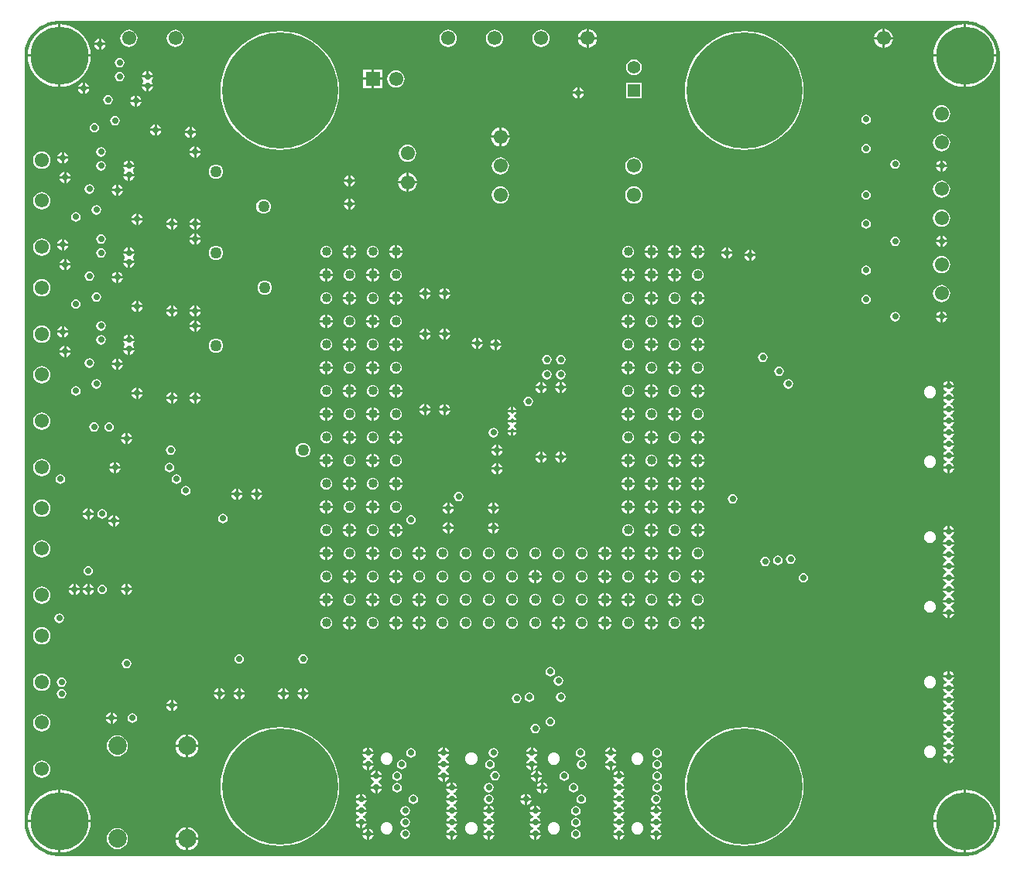
<source format=gbr>
%TF.GenerationSoftware,Altium Limited,Altium Designer,19.1.7 (138)*%
G04 Layer_Physical_Order=2*
G04 Layer_Color=36540*
%FSLAX26Y26*%
%MOIN*%
%TF.FileFunction,Copper,L2,Inr,Signal*%
%TF.Part,Single*%
G01*
G75*
%TA.AperFunction,ComponentPad*%
%ADD18C,0.061024*%
%ADD19C,0.003937*%
%ADD21C,0.079559*%
%ADD22R,0.061024X0.061024*%
%ADD23C,0.055118*%
%ADD24R,0.055118X0.055118*%
%TA.AperFunction,ViaPad*%
%ADD25C,0.250000*%
%ADD26C,0.028000*%
%ADD27C,0.050000*%
%ADD28C,0.019685*%
%ADD29C,0.500000*%
%TA.AperFunction,ComponentPad*%
%ADD30C,0.040000*%
G36*
X5049999Y4599999D02*
X5049999Y4600000D01*
X5059831Y4600000D01*
X5079325Y4597433D01*
X5098319Y4592344D01*
X5116485Y4584819D01*
X5133514Y4574988D01*
X5149113Y4563018D01*
X5163017Y4549114D01*
X5174988Y4533514D01*
X5184819Y4516485D01*
X5192344Y4498319D01*
X5197433Y4479326D01*
X5200000Y4459831D01*
Y4450000D01*
Y1149999D01*
X5199999D01*
X5199999Y1140168D01*
X5197433Y1120673D01*
X5192344Y1101680D01*
X5184819Y1083514D01*
X5174988Y1066485D01*
X5163018Y1050886D01*
X5149114Y1036982D01*
X5133514Y1025012D01*
X5116485Y1015180D01*
X5098319Y1007656D01*
X5079326Y1002567D01*
X5059832Y1000000D01*
X1140166D01*
X1120671Y1002567D01*
X1101679Y1007656D01*
X1083513Y1015180D01*
X1066484Y1025012D01*
X1050885Y1036982D01*
X1036981Y1050885D01*
X1025011Y1066485D01*
X1015180Y1083513D01*
X1007655Y1101679D01*
X1002567Y1120672D01*
X1000000Y1140167D01*
X1000000Y1149998D01*
Y4450000D01*
X1000000Y4459832D01*
X1002567Y4479326D01*
X1007656Y4498319D01*
X1015181Y4516486D01*
X1025012Y4533514D01*
X1036982Y4549114D01*
X1050886Y4563018D01*
X1066486Y4574988D01*
X1083514Y4584819D01*
X1101681Y4592344D01*
X1120674Y4597433D01*
X1140168Y4600000D01*
X1150000Y4600000D01*
X5049999Y4600000D01*
X5049999Y4599999D01*
D02*
G37*
%LPC*%
G36*
X4705000Y4565203D02*
Y4530000D01*
X4740203D01*
X4739469Y4535576D01*
X4735387Y4545431D01*
X4728893Y4553893D01*
X4720431Y4560387D01*
X4710576Y4564469D01*
X4705000Y4565203D01*
D02*
G37*
G36*
X4695000D02*
X4689424Y4564469D01*
X4679569Y4560387D01*
X4671107Y4553893D01*
X4664613Y4545431D01*
X4660531Y4535576D01*
X4659797Y4530000D01*
X4695000D01*
Y4565203D01*
D02*
G37*
G36*
X3430000D02*
Y4530000D01*
X3465203D01*
X3464469Y4535576D01*
X3460387Y4545431D01*
X3453893Y4553893D01*
X3445431Y4560387D01*
X3435576Y4564469D01*
X3430000Y4565203D01*
D02*
G37*
G36*
X3420000D02*
X3414424Y4564469D01*
X3404569Y4560387D01*
X3396107Y4553893D01*
X3389613Y4545431D01*
X3385531Y4535576D01*
X3384797Y4530000D01*
X3420000D01*
Y4565203D01*
D02*
G37*
G36*
X1330000Y4523476D02*
Y4505000D01*
X1348476D01*
X1347608Y4509364D01*
X1342303Y4517303D01*
X1334364Y4522608D01*
X1330000Y4523476D01*
D02*
G37*
G36*
X1320000D02*
X1315636Y4522608D01*
X1307697Y4517303D01*
X1302392Y4509364D01*
X1301524Y4505000D01*
X1320000D01*
Y4523476D01*
D02*
G37*
G36*
X3225000Y4561827D02*
X3215468Y4560572D01*
X3206587Y4556893D01*
X3198959Y4551041D01*
X3193107Y4543413D01*
X3189428Y4534532D01*
X3188173Y4525000D01*
X3189428Y4515468D01*
X3193107Y4506587D01*
X3198959Y4498959D01*
X3206587Y4493107D01*
X3215468Y4489428D01*
X3225000Y4488173D01*
X3234532Y4489428D01*
X3243413Y4493107D01*
X3251041Y4498959D01*
X3256893Y4506587D01*
X3260572Y4515468D01*
X3261827Y4525000D01*
X3260572Y4534532D01*
X3256893Y4543413D01*
X3251041Y4551041D01*
X3243413Y4556893D01*
X3234532Y4560572D01*
X3225000Y4561827D01*
D02*
G37*
G36*
X3025000D02*
X3015468Y4560572D01*
X3006587Y4556893D01*
X2998959Y4551041D01*
X2993107Y4543413D01*
X2989428Y4534532D01*
X2988173Y4525000D01*
X2989428Y4515468D01*
X2993107Y4506587D01*
X2998959Y4498959D01*
X3006587Y4493107D01*
X3015468Y4489428D01*
X3025000Y4488173D01*
X3034532Y4489428D01*
X3043413Y4493107D01*
X3051041Y4498959D01*
X3056893Y4506587D01*
X3060572Y4515468D01*
X3061827Y4525000D01*
X3060572Y4534532D01*
X3056893Y4543413D01*
X3051041Y4551041D01*
X3043413Y4556893D01*
X3034532Y4560572D01*
X3025000Y4561827D01*
D02*
G37*
G36*
X2825000D02*
X2815468Y4560572D01*
X2806587Y4556893D01*
X2798959Y4551041D01*
X2793107Y4543413D01*
X2789428Y4534532D01*
X2788173Y4525000D01*
X2789428Y4515468D01*
X2793107Y4506587D01*
X2798959Y4498959D01*
X2806587Y4493107D01*
X2815468Y4489428D01*
X2825000Y4488173D01*
X2834532Y4489428D01*
X2843413Y4493107D01*
X2851041Y4498959D01*
X2856893Y4506587D01*
X2860572Y4515468D01*
X2861827Y4525000D01*
X2860572Y4534532D01*
X2856893Y4543413D01*
X2851041Y4551041D01*
X2843413Y4556893D01*
X2834532Y4560572D01*
X2825000Y4561827D01*
D02*
G37*
G36*
X1650000D02*
X1640468Y4560572D01*
X1631587Y4556893D01*
X1623959Y4551041D01*
X1618107Y4543413D01*
X1614428Y4534532D01*
X1613173Y4525000D01*
X1614428Y4515468D01*
X1618107Y4506587D01*
X1623959Y4498959D01*
X1631587Y4493107D01*
X1640468Y4489428D01*
X1650000Y4488173D01*
X1659532Y4489428D01*
X1668413Y4493107D01*
X1676041Y4498959D01*
X1681893Y4506587D01*
X1685572Y4515468D01*
X1686827Y4525000D01*
X1685572Y4534532D01*
X1681893Y4543413D01*
X1676041Y4551041D01*
X1668413Y4556893D01*
X1659532Y4560572D01*
X1650000Y4561827D01*
D02*
G37*
G36*
X1450000D02*
X1440468Y4560572D01*
X1431587Y4556893D01*
X1423959Y4551041D01*
X1418107Y4543413D01*
X1414428Y4534532D01*
X1413173Y4525000D01*
X1414428Y4515468D01*
X1418107Y4506587D01*
X1423959Y4498959D01*
X1431587Y4493107D01*
X1440468Y4489428D01*
X1450000Y4488173D01*
X1459532Y4489428D01*
X1468413Y4493107D01*
X1476041Y4498959D01*
X1481893Y4506587D01*
X1485572Y4515468D01*
X1486827Y4525000D01*
X1485572Y4534532D01*
X1481893Y4543413D01*
X1476041Y4551041D01*
X1468413Y4556893D01*
X1459532Y4560572D01*
X1450000Y4561827D01*
D02*
G37*
G36*
X4740203Y4520000D02*
X4705000D01*
Y4484797D01*
X4710576Y4485531D01*
X4720431Y4489613D01*
X4728893Y4496107D01*
X4735387Y4504569D01*
X4739469Y4514424D01*
X4740203Y4520000D01*
D02*
G37*
G36*
X4695000D02*
X4659797D01*
X4660531Y4514424D01*
X4664613Y4504569D01*
X4671107Y4496107D01*
X4679569Y4489613D01*
X4689424Y4485531D01*
X4695000Y4484797D01*
Y4520000D01*
D02*
G37*
G36*
X3465203D02*
X3430000D01*
Y4484797D01*
X3435576Y4485531D01*
X3445431Y4489613D01*
X3453893Y4496107D01*
X3460387Y4504569D01*
X3464469Y4514424D01*
X3465203Y4520000D01*
D02*
G37*
G36*
X3420000D02*
X3384797D01*
X3385531Y4514424D01*
X3389613Y4504569D01*
X3396107Y4496107D01*
X3404569Y4489613D01*
X3414424Y4485531D01*
X3420000Y4484797D01*
Y4520000D01*
D02*
G37*
G36*
X1348476Y4495000D02*
X1330000D01*
Y4476524D01*
X1334364Y4477392D01*
X1342303Y4482697D01*
X1347608Y4490636D01*
X1348476Y4495000D01*
D02*
G37*
G36*
X1320000D02*
X1301524D01*
X1302392Y4490636D01*
X1307697Y4482697D01*
X1315636Y4477392D01*
X1320000Y4476524D01*
Y4495000D01*
D02*
G37*
G36*
X5055000Y4585024D02*
Y4455000D01*
X5185024D01*
X5183750Y4471184D01*
X5178790Y4491846D01*
X5170658Y4511478D01*
X5159555Y4529596D01*
X5145755Y4545755D01*
X5129596Y4559555D01*
X5111478Y4570658D01*
X5091846Y4578790D01*
X5071184Y4583750D01*
X5055000Y4585024D01*
D02*
G37*
G36*
X5045000D02*
X5028816Y4583750D01*
X5008154Y4578790D01*
X4988522Y4570658D01*
X4970404Y4559555D01*
X4954245Y4545755D01*
X4940445Y4529596D01*
X4929342Y4511478D01*
X4921210Y4491846D01*
X4916250Y4471184D01*
X4914976Y4455000D01*
X5045000D01*
Y4585024D01*
D02*
G37*
G36*
X1155000D02*
Y4455000D01*
X1285024D01*
X1283750Y4471184D01*
X1278790Y4491846D01*
X1270658Y4511478D01*
X1259555Y4529596D01*
X1245755Y4545755D01*
X1229596Y4559555D01*
X1211478Y4570658D01*
X1191846Y4578790D01*
X1171184Y4583750D01*
X1155000Y4585024D01*
D02*
G37*
G36*
X1145000D02*
X1128816Y4583750D01*
X1108154Y4578790D01*
X1088522Y4570658D01*
X1070404Y4559555D01*
X1054245Y4545755D01*
X1040445Y4529596D01*
X1029342Y4511478D01*
X1021210Y4491846D01*
X1016250Y4471184D01*
X1014976Y4455000D01*
X1145000D01*
Y4585024D01*
D02*
G37*
G36*
X1410000Y4440392D02*
X1402196Y4438840D01*
X1395581Y4434419D01*
X1391160Y4427804D01*
X1389608Y4420000D01*
X1391160Y4412196D01*
X1395581Y4405581D01*
X1402196Y4401160D01*
X1410000Y4399608D01*
X1417804Y4401160D01*
X1424419Y4405581D01*
X1428840Y4412196D01*
X1430392Y4420000D01*
X1428840Y4427804D01*
X1424419Y4434419D01*
X1417804Y4438840D01*
X1410000Y4440392D01*
D02*
G37*
G36*
X3625000Y4433849D02*
X3616240Y4432695D01*
X3608076Y4429314D01*
X3601066Y4423935D01*
X3595686Y4416924D01*
X3592305Y4408761D01*
X3591152Y4400000D01*
X3592305Y4391239D01*
X3595686Y4383076D01*
X3601066Y4376065D01*
X3608076Y4370686D01*
X3616240Y4367305D01*
X3625000Y4366151D01*
X3633761Y4367305D01*
X3641925Y4370686D01*
X3648935Y4376065D01*
X3654314Y4383076D01*
X3657695Y4391239D01*
X3658849Y4400000D01*
X3657695Y4408761D01*
X3654314Y4416924D01*
X3648935Y4423935D01*
X3641925Y4429314D01*
X3633761Y4432695D01*
X3625000Y4433849D01*
D02*
G37*
G36*
X1535000Y4383476D02*
Y4365000D01*
X1553476D01*
X1552608Y4369364D01*
X1547303Y4377303D01*
X1539364Y4382608D01*
X1535000Y4383476D01*
D02*
G37*
G36*
X1525000D02*
X1520636Y4382608D01*
X1512697Y4377303D01*
X1507392Y4369364D01*
X1506524Y4365000D01*
X1525000D01*
Y4383476D01*
D02*
G37*
G36*
X2540512Y4390512D02*
X2505000D01*
Y4355000D01*
X2540512D01*
Y4390512D01*
D02*
G37*
G36*
X2495000D02*
X2459488D01*
Y4355000D01*
X2495000D01*
Y4390512D01*
D02*
G37*
G36*
X1410000Y4380392D02*
X1402196Y4378840D01*
X1395581Y4374419D01*
X1391160Y4367804D01*
X1389608Y4360000D01*
X1391160Y4352196D01*
X1395581Y4345581D01*
X1402196Y4341160D01*
X1410000Y4339608D01*
X1417804Y4341160D01*
X1424419Y4345581D01*
X1428840Y4352196D01*
X1430392Y4360000D01*
X1428840Y4367804D01*
X1424419Y4374419D01*
X1417804Y4378840D01*
X1410000Y4380392D01*
D02*
G37*
G36*
X1553476Y4355000D02*
X1506524D01*
X1507392Y4350636D01*
X1512411Y4343125D01*
X1512992Y4341510D01*
Y4338490D01*
X1512411Y4336875D01*
X1507392Y4329364D01*
X1506524Y4325000D01*
X1553476D01*
X1552608Y4329364D01*
X1547589Y4336875D01*
X1547008Y4338490D01*
Y4341510D01*
X1547589Y4343125D01*
X1552608Y4350636D01*
X1553476Y4355000D01*
D02*
G37*
G36*
X1260000Y4333476D02*
Y4315000D01*
X1278476D01*
X1277608Y4319364D01*
X1272303Y4327303D01*
X1264364Y4332608D01*
X1260000Y4333476D01*
D02*
G37*
G36*
X1250000D02*
X1245636Y4332608D01*
X1237697Y4327303D01*
X1232392Y4319364D01*
X1231524Y4315000D01*
X1250000D01*
Y4333476D01*
D02*
G37*
G36*
X1285024Y4445000D02*
X1155000D01*
Y4314976D01*
X1171184Y4316250D01*
X1191846Y4321210D01*
X1211478Y4329342D01*
X1229596Y4340445D01*
X1245755Y4354245D01*
X1259555Y4370404D01*
X1270658Y4388522D01*
X1278790Y4408154D01*
X1283750Y4428816D01*
X1285024Y4445000D01*
D02*
G37*
G36*
X1145000D02*
X1014976D01*
X1016250Y4428816D01*
X1021210Y4408154D01*
X1029342Y4388522D01*
X1040445Y4370404D01*
X1054245Y4354245D01*
X1070404Y4340445D01*
X1088522Y4329342D01*
X1108154Y4321210D01*
X1128816Y4316250D01*
X1145000Y4314976D01*
Y4445000D01*
D02*
G37*
G36*
X5185024D02*
X5055000D01*
Y4314976D01*
X5071184Y4316250D01*
X5091846Y4321210D01*
X5111478Y4329342D01*
X5129596Y4340445D01*
X5145755Y4354245D01*
X5159555Y4370404D01*
X5170658Y4388522D01*
X5178790Y4408154D01*
X5183750Y4428816D01*
X5185024Y4445000D01*
D02*
G37*
G36*
X5045000D02*
X4914976D01*
X4916250Y4428816D01*
X4921210Y4408154D01*
X4929342Y4388522D01*
X4940445Y4370404D01*
X4954245Y4354245D01*
X4970404Y4340445D01*
X4988522Y4329342D01*
X5008154Y4321210D01*
X5028816Y4316250D01*
X5045000Y4314976D01*
Y4445000D01*
D02*
G37*
G36*
X2600000Y4386827D02*
X2590468Y4385572D01*
X2581587Y4381893D01*
X2573959Y4376041D01*
X2568107Y4368413D01*
X2564428Y4359532D01*
X2563173Y4350000D01*
X2564428Y4340468D01*
X2568107Y4331587D01*
X2573959Y4323959D01*
X2581587Y4318107D01*
X2590468Y4314428D01*
X2600000Y4313173D01*
X2609532Y4314428D01*
X2618413Y4318107D01*
X2626041Y4323959D01*
X2631893Y4331587D01*
X2635572Y4340468D01*
X2636827Y4350000D01*
X2635572Y4359532D01*
X2631893Y4368413D01*
X2626041Y4376041D01*
X2618413Y4381893D01*
X2609532Y4385572D01*
X2600000Y4386827D01*
D02*
G37*
G36*
X2540512Y4345000D02*
X2505000D01*
Y4309488D01*
X2540512D01*
Y4345000D01*
D02*
G37*
G36*
X2495000D02*
X2459488D01*
Y4309488D01*
X2495000D01*
Y4345000D01*
D02*
G37*
G36*
X1553476Y4315000D02*
X1535000D01*
Y4296524D01*
X1539364Y4297392D01*
X1547303Y4302697D01*
X1552608Y4310636D01*
X1553476Y4315000D01*
D02*
G37*
G36*
X1525000D02*
X1506524D01*
X1507392Y4310636D01*
X1512697Y4302697D01*
X1520636Y4297392D01*
X1525000Y4296524D01*
Y4315000D01*
D02*
G37*
G36*
X3390000Y4313476D02*
Y4295000D01*
X3408476D01*
X3407608Y4299364D01*
X3402303Y4307303D01*
X3394364Y4312608D01*
X3390000Y4313476D01*
D02*
G37*
G36*
X3380000D02*
X3375636Y4312608D01*
X3367697Y4307303D01*
X3362392Y4299364D01*
X3361524Y4295000D01*
X3380000D01*
Y4313476D01*
D02*
G37*
G36*
X1278476Y4305000D02*
X1260000D01*
Y4286524D01*
X1264364Y4287392D01*
X1272303Y4292697D01*
X1277608Y4300636D01*
X1278476Y4305000D01*
D02*
G37*
G36*
X1250000D02*
X1231524D01*
X1232392Y4300636D01*
X1237697Y4292697D01*
X1245636Y4287392D01*
X1250000Y4286524D01*
Y4305000D01*
D02*
G37*
G36*
X3408476Y4285000D02*
X3390000D01*
Y4266524D01*
X3394364Y4267392D01*
X3402303Y4272697D01*
X3407608Y4280636D01*
X3408476Y4285000D01*
D02*
G37*
G36*
X3380000D02*
X3361524D01*
X3362392Y4280636D01*
X3367697Y4272697D01*
X3375636Y4267392D01*
X3380000Y4266524D01*
Y4285000D01*
D02*
G37*
G36*
X3658559Y4333559D02*
X3591441D01*
Y4266441D01*
X3658559D01*
Y4333559D01*
D02*
G37*
G36*
X1485000Y4278476D02*
Y4260000D01*
X1503476D01*
X1502608Y4264364D01*
X1497303Y4272303D01*
X1489364Y4277608D01*
X1485000Y4278476D01*
D02*
G37*
G36*
X1475000D02*
X1470636Y4277608D01*
X1462697Y4272303D01*
X1457392Y4264364D01*
X1456524Y4260000D01*
X1475000D01*
Y4278476D01*
D02*
G37*
G36*
X1360000Y4280392D02*
X1352196Y4278840D01*
X1345581Y4274419D01*
X1341160Y4267804D01*
X1339608Y4260000D01*
X1341160Y4252196D01*
X1345581Y4245581D01*
X1352196Y4241160D01*
X1360000Y4239608D01*
X1367804Y4241160D01*
X1374419Y4245581D01*
X1378840Y4252196D01*
X1380392Y4260000D01*
X1378840Y4267804D01*
X1374419Y4274419D01*
X1367804Y4278840D01*
X1360000Y4280392D01*
D02*
G37*
G36*
X1503476Y4250000D02*
X1485000D01*
Y4231524D01*
X1489364Y4232392D01*
X1497303Y4237697D01*
X1502608Y4245636D01*
X1503476Y4250000D01*
D02*
G37*
G36*
X1475000D02*
X1456524D01*
X1457392Y4245636D01*
X1462697Y4237697D01*
X1470636Y4232392D01*
X1475000Y4231524D01*
Y4250000D01*
D02*
G37*
G36*
X4950000Y4236827D02*
X4940468Y4235572D01*
X4931587Y4231893D01*
X4923959Y4226041D01*
X4918107Y4218414D01*
X4914428Y4209532D01*
X4913173Y4200000D01*
X4914428Y4190469D01*
X4918107Y4181587D01*
X4923959Y4173960D01*
X4931587Y4168107D01*
X4940468Y4164428D01*
X4950000Y4163173D01*
X4959531Y4164428D01*
X4968413Y4168107D01*
X4976041Y4173960D01*
X4981893Y4181587D01*
X4985572Y4190469D01*
X4986827Y4200000D01*
X4985572Y4209532D01*
X4981893Y4218414D01*
X4976041Y4226041D01*
X4968413Y4231893D01*
X4959531Y4235572D01*
X4950000Y4236827D01*
D02*
G37*
G36*
X4625000Y4195392D02*
X4617196Y4193840D01*
X4610581Y4189419D01*
X4606160Y4182804D01*
X4604608Y4175000D01*
X4606160Y4167196D01*
X4610581Y4160581D01*
X4617196Y4156160D01*
X4625000Y4154608D01*
X4632804Y4156160D01*
X4639419Y4160581D01*
X4643840Y4167196D01*
X4645392Y4175000D01*
X4643840Y4182804D01*
X4639419Y4189419D01*
X4632804Y4193840D01*
X4625000Y4195392D01*
D02*
G37*
G36*
X1390000Y4190392D02*
X1382196Y4188840D01*
X1375581Y4184419D01*
X1371160Y4177804D01*
X1369608Y4170000D01*
X1371160Y4162196D01*
X1375581Y4155581D01*
X1382196Y4151160D01*
X1390000Y4149608D01*
X1397804Y4151160D01*
X1404419Y4155581D01*
X1408840Y4162196D01*
X1410392Y4170000D01*
X1408840Y4177804D01*
X1404419Y4184419D01*
X1397804Y4188840D01*
X1390000Y4190392D01*
D02*
G37*
G36*
X1570000Y4153476D02*
Y4135000D01*
X1588476D01*
X1587608Y4139364D01*
X1582303Y4147303D01*
X1574364Y4152608D01*
X1570000Y4153476D01*
D02*
G37*
G36*
X1560000D02*
X1555636Y4152608D01*
X1547697Y4147303D01*
X1542392Y4139364D01*
X1541524Y4135000D01*
X1560000D01*
Y4153476D01*
D02*
G37*
G36*
X1720000Y4143476D02*
Y4125000D01*
X1738476D01*
X1737608Y4129364D01*
X1732303Y4137303D01*
X1724364Y4142608D01*
X1720000Y4143476D01*
D02*
G37*
G36*
X1710000D02*
X1705636Y4142608D01*
X1697697Y4137303D01*
X1692392Y4129364D01*
X1691524Y4125000D01*
X1710000D01*
Y4143476D01*
D02*
G37*
G36*
X1301968Y4160392D02*
X1294165Y4158840D01*
X1287549Y4154419D01*
X1283129Y4147804D01*
X1281576Y4140000D01*
X1283129Y4132196D01*
X1287549Y4125581D01*
X1294165Y4121160D01*
X1301968Y4119608D01*
X1309772Y4121160D01*
X1316388Y4125581D01*
X1320808Y4132196D01*
X1322360Y4140000D01*
X1320808Y4147804D01*
X1316388Y4154419D01*
X1309772Y4158840D01*
X1301968Y4160392D01*
D02*
G37*
G36*
X1588476Y4125000D02*
X1570000D01*
Y4106524D01*
X1574364Y4107392D01*
X1582303Y4112697D01*
X1587608Y4120636D01*
X1588476Y4125000D01*
D02*
G37*
G36*
X1560000D02*
X1541524D01*
X1542392Y4120636D01*
X1547697Y4112697D01*
X1555636Y4107392D01*
X1560000Y4106524D01*
Y4125000D01*
D02*
G37*
G36*
X3055000Y4140203D02*
Y4105000D01*
X3090203D01*
X3089469Y4110576D01*
X3085387Y4120431D01*
X3078894Y4128894D01*
X3070431Y4135387D01*
X3060576Y4139469D01*
X3055000Y4140203D01*
D02*
G37*
G36*
X3045000Y4140203D02*
X3039425Y4139469D01*
X3029570Y4135387D01*
X3021107Y4128894D01*
X3014613Y4120431D01*
X3010531Y4110576D01*
X3009797Y4105000D01*
X3045000D01*
Y4140203D01*
D02*
G37*
G36*
X1738476Y4115000D02*
X1720000D01*
Y4096524D01*
X1724364Y4097392D01*
X1732303Y4102697D01*
X1737608Y4110636D01*
X1738476Y4115000D01*
D02*
G37*
G36*
X1710000D02*
X1691524D01*
X1692392Y4110636D01*
X1697697Y4102697D01*
X1705636Y4097392D01*
X1710000Y4096524D01*
Y4115000D01*
D02*
G37*
G36*
X3045000Y4095000D02*
X3009797D01*
X3010531Y4089424D01*
X3014613Y4079569D01*
X3021107Y4071107D01*
X3029570Y4064613D01*
X3039425Y4060531D01*
X3045000Y4059797D01*
Y4095000D01*
D02*
G37*
G36*
X3090203D02*
X3055000D01*
Y4059797D01*
X3060576Y4060531D01*
X3070431Y4064613D01*
X3078894Y4071107D01*
X3085387Y4079569D01*
X3089469Y4089424D01*
X3090203Y4095000D01*
D02*
G37*
G36*
X4100000Y4556403D02*
X4071292Y4554791D01*
X4042945Y4549975D01*
X4015316Y4542015D01*
X3988751Y4531011D01*
X3963585Y4517103D01*
X3940135Y4500464D01*
X3918696Y4481305D01*
X3899536Y4459865D01*
X3882897Y4436415D01*
X3868989Y4411249D01*
X3857985Y4384685D01*
X3850025Y4357055D01*
X3845209Y4328708D01*
X3843597Y4300000D01*
X3845209Y4271292D01*
X3850025Y4242945D01*
X3857985Y4215315D01*
X3868989Y4188751D01*
X3882897Y4163585D01*
X3899536Y4140135D01*
X3918696Y4118695D01*
X3940135Y4099536D01*
X3963585Y4082897D01*
X3988751Y4068988D01*
X4015316Y4057985D01*
X4042945Y4050025D01*
X4071292Y4045209D01*
X4100000Y4043597D01*
X4128708Y4045209D01*
X4157055Y4050025D01*
X4184685Y4057985D01*
X4211249Y4068988D01*
X4236415Y4082897D01*
X4259865Y4099536D01*
X4281305Y4118695D01*
X4300465Y4140135D01*
X4317103Y4163585D01*
X4331012Y4188751D01*
X4342015Y4215315D01*
X4349975Y4242945D01*
X4354791Y4271292D01*
X4356404Y4300000D01*
X4354791Y4328708D01*
X4349975Y4357055D01*
X4342015Y4384685D01*
X4331012Y4411249D01*
X4317103Y4436415D01*
X4300465Y4459865D01*
X4281305Y4481305D01*
X4259865Y4500464D01*
X4236415Y4517103D01*
X4211249Y4531011D01*
X4184685Y4542015D01*
X4157055Y4549975D01*
X4128708Y4554791D01*
X4100000Y4556403D01*
D02*
G37*
G36*
X2100000D02*
X2071292Y4554791D01*
X2042945Y4549975D01*
X2015315Y4542015D01*
X1988751Y4531011D01*
X1963585Y4517103D01*
X1940135Y4500464D01*
X1918696Y4481305D01*
X1899536Y4459865D01*
X1882897Y4436415D01*
X1868989Y4411249D01*
X1857985Y4384685D01*
X1850025Y4357055D01*
X1845209Y4328708D01*
X1843597Y4300000D01*
X1845209Y4271292D01*
X1850025Y4242945D01*
X1857985Y4215315D01*
X1868989Y4188751D01*
X1882897Y4163585D01*
X1899536Y4140135D01*
X1918696Y4118695D01*
X1940135Y4099536D01*
X1963585Y4082897D01*
X1988751Y4068988D01*
X2015315Y4057985D01*
X2042945Y4050025D01*
X2071292Y4045209D01*
X2100000Y4043597D01*
X2128708Y4045209D01*
X2157055Y4050025D01*
X2184685Y4057985D01*
X2211249Y4068988D01*
X2236415Y4082897D01*
X2259865Y4099536D01*
X2281305Y4118695D01*
X2300465Y4140135D01*
X2317103Y4163585D01*
X2331012Y4188751D01*
X2342015Y4215315D01*
X2349975Y4242945D01*
X2354791Y4271292D01*
X2356404Y4300000D01*
X2354791Y4328708D01*
X2349975Y4357055D01*
X2342015Y4384685D01*
X2331012Y4411249D01*
X2317103Y4436415D01*
X2300465Y4459865D01*
X2281305Y4481305D01*
X2259865Y4500464D01*
X2236415Y4517103D01*
X2211249Y4531011D01*
X2184685Y4542015D01*
X2157055Y4549975D01*
X2128708Y4554791D01*
X2100000Y4556403D01*
D02*
G37*
G36*
X1740000Y4058476D02*
Y4040000D01*
X1758476D01*
X1757608Y4044364D01*
X1752303Y4052303D01*
X1744364Y4057608D01*
X1740000Y4058476D01*
D02*
G37*
G36*
X1730000D02*
X1725636Y4057608D01*
X1717697Y4052303D01*
X1712392Y4044364D01*
X1711524Y4040000D01*
X1730000D01*
Y4058476D01*
D02*
G37*
G36*
X4950000Y4111827D02*
X4940468Y4110572D01*
X4931587Y4106893D01*
X4923959Y4101041D01*
X4918107Y4093414D01*
X4914428Y4084532D01*
X4913173Y4075000D01*
X4914428Y4065469D01*
X4918107Y4056587D01*
X4923959Y4048960D01*
X4931587Y4043107D01*
X4940468Y4039428D01*
X4950000Y4038173D01*
X4959531Y4039428D01*
X4968413Y4043107D01*
X4976041Y4048960D01*
X4981893Y4056587D01*
X4985572Y4065469D01*
X4986827Y4075000D01*
X4985572Y4084532D01*
X4981893Y4093414D01*
X4976041Y4101041D01*
X4968413Y4106893D01*
X4959531Y4110572D01*
X4950000Y4111827D01*
D02*
G37*
G36*
X4625000Y4070392D02*
X4617196Y4068840D01*
X4610581Y4064419D01*
X4606160Y4057804D01*
X4604608Y4050000D01*
X4606160Y4042196D01*
X4610581Y4035581D01*
X4617196Y4031160D01*
X4625000Y4029608D01*
X4632804Y4031160D01*
X4639419Y4035581D01*
X4643840Y4042196D01*
X4645392Y4050000D01*
X4643840Y4057804D01*
X4639419Y4064419D01*
X4632804Y4068840D01*
X4625000Y4070392D01*
D02*
G37*
G36*
X1170000Y4033476D02*
Y4015000D01*
X1188476D01*
X1187608Y4019364D01*
X1182303Y4027303D01*
X1174364Y4032608D01*
X1170000Y4033476D01*
D02*
G37*
G36*
X1160000D02*
X1155636Y4032608D01*
X1147697Y4027303D01*
X1142392Y4019364D01*
X1141524Y4015000D01*
X1160000D01*
Y4033476D01*
D02*
G37*
G36*
X1330000Y4055392D02*
X1322196Y4053840D01*
X1315581Y4049419D01*
X1311160Y4042804D01*
X1309608Y4035000D01*
X1311160Y4027196D01*
X1315581Y4020581D01*
X1322196Y4016160D01*
X1330000Y4014608D01*
X1337804Y4016160D01*
X1344419Y4020581D01*
X1348840Y4027196D01*
X1350392Y4035000D01*
X1348840Y4042804D01*
X1344419Y4049419D01*
X1337804Y4053840D01*
X1330000Y4055392D01*
D02*
G37*
G36*
X1758476Y4030000D02*
X1740000D01*
Y4011524D01*
X1744364Y4012392D01*
X1752303Y4017697D01*
X1757608Y4025636D01*
X1758476Y4030000D01*
D02*
G37*
G36*
X1730000D02*
X1711524D01*
X1712392Y4025636D01*
X1717697Y4017697D01*
X1725636Y4012392D01*
X1730000Y4011524D01*
Y4030000D01*
D02*
G37*
G36*
X2650000Y4066748D02*
X2640469Y4065493D01*
X2631587Y4061814D01*
X2623960Y4055962D01*
X2618107Y4048335D01*
X2614428Y4039453D01*
X2613173Y4029921D01*
X2614428Y4020390D01*
X2618107Y4011508D01*
X2623960Y4003881D01*
X2631587Y3998028D01*
X2640469Y3994349D01*
X2650000Y3993094D01*
X2659532Y3994349D01*
X2668414Y3998028D01*
X2676041Y4003881D01*
X2681893Y4011508D01*
X2685572Y4020390D01*
X2686827Y4029921D01*
X2685572Y4039453D01*
X2681893Y4048335D01*
X2676041Y4055962D01*
X2668414Y4061814D01*
X2659532Y4065493D01*
X2650000Y4066748D01*
D02*
G37*
G36*
X1188476Y4005000D02*
X1170000D01*
Y3986524D01*
X1174364Y3987392D01*
X1182303Y3992697D01*
X1187608Y4000636D01*
X1188476Y4005000D01*
D02*
G37*
G36*
X1160000D02*
X1141524D01*
X1142392Y4000636D01*
X1147697Y3992697D01*
X1155636Y3987392D01*
X1160000Y3986524D01*
Y4005000D01*
D02*
G37*
G36*
X4955000Y3998476D02*
Y3980000D01*
X4973476D01*
X4972608Y3984364D01*
X4967303Y3992303D01*
X4959364Y3997608D01*
X4955000Y3998476D01*
D02*
G37*
G36*
X4945000D02*
X4940636Y3997608D01*
X4932697Y3992303D01*
X4927392Y3984364D01*
X4926524Y3980000D01*
X4945000D01*
Y3998476D01*
D02*
G37*
G36*
X1455000D02*
Y3980000D01*
X1473476D01*
X1472608Y3984364D01*
X1467303Y3992303D01*
X1459364Y3997608D01*
X1455000Y3998476D01*
D02*
G37*
G36*
X1445000D02*
X1440636Y3997608D01*
X1432697Y3992303D01*
X1427392Y3984364D01*
X1426524Y3980000D01*
X1445000D01*
Y3998476D01*
D02*
G37*
G36*
X1075000Y4036827D02*
X1065468Y4035572D01*
X1056587Y4031893D01*
X1048959Y4026041D01*
X1043107Y4018413D01*
X1039428Y4009532D01*
X1038173Y4000000D01*
X1039428Y3990468D01*
X1043107Y3981587D01*
X1048959Y3973959D01*
X1056587Y3968107D01*
X1065468Y3964428D01*
X1075000Y3963173D01*
X1084532Y3964428D01*
X1093413Y3968107D01*
X1101041Y3973959D01*
X1106893Y3981587D01*
X1110572Y3990468D01*
X1111827Y4000000D01*
X1110572Y4009532D01*
X1106893Y4018413D01*
X1101041Y4026041D01*
X1093413Y4031893D01*
X1084532Y4035572D01*
X1075000Y4036827D01*
D02*
G37*
G36*
X4750000Y4002478D02*
X4742196Y4000926D01*
X4735581Y3996506D01*
X4731160Y3989890D01*
X4729608Y3982087D01*
X4731160Y3974283D01*
X4735581Y3967667D01*
X4742196Y3963247D01*
X4750000Y3961695D01*
X4757804Y3963247D01*
X4764419Y3967667D01*
X4768840Y3974283D01*
X4770392Y3982087D01*
X4768840Y3989890D01*
X4764419Y3996506D01*
X4757804Y4000926D01*
X4750000Y4002478D01*
D02*
G37*
G36*
X1330000Y3995392D02*
X1322196Y3993840D01*
X1315581Y3989419D01*
X1311160Y3982804D01*
X1309608Y3975000D01*
X1311160Y3967196D01*
X1315581Y3960581D01*
X1322196Y3956160D01*
X1330000Y3954608D01*
X1337804Y3956160D01*
X1344419Y3960581D01*
X1348840Y3967196D01*
X1350392Y3975000D01*
X1348840Y3982804D01*
X1344419Y3989419D01*
X1337804Y3993840D01*
X1330000Y3995392D01*
D02*
G37*
G36*
X4973476Y3970000D02*
X4955000D01*
Y3951524D01*
X4959364Y3952392D01*
X4967303Y3957697D01*
X4972608Y3965636D01*
X4973476Y3970000D01*
D02*
G37*
G36*
X4945000D02*
X4926524D01*
X4927392Y3965636D01*
X4932697Y3957697D01*
X4940636Y3952392D01*
X4945000Y3951524D01*
Y3970000D01*
D02*
G37*
G36*
X1473476D02*
X1426524D01*
X1427392Y3965636D01*
X1432411Y3958125D01*
X1432992Y3956510D01*
Y3953490D01*
X1432411Y3951875D01*
X1427392Y3944364D01*
X1426524Y3940000D01*
X1473476D01*
X1472608Y3944364D01*
X1467589Y3951875D01*
X1467008Y3953490D01*
Y3956510D01*
X1467589Y3958125D01*
X1472608Y3965636D01*
X1473476Y3970000D01*
D02*
G37*
G36*
X3625000Y4011827D02*
X3615469Y4010572D01*
X3606587Y4006893D01*
X3598960Y4001041D01*
X3593107Y3993414D01*
X3589428Y3984532D01*
X3588173Y3975000D01*
X3589428Y3965469D01*
X3593107Y3956587D01*
X3598960Y3948959D01*
X3606587Y3943107D01*
X3615469Y3939428D01*
X3625000Y3938173D01*
X3634532Y3939428D01*
X3643414Y3943107D01*
X3651041Y3948959D01*
X3656893Y3956587D01*
X3660572Y3965469D01*
X3661827Y3975000D01*
X3660572Y3984532D01*
X3656893Y3993414D01*
X3651041Y4001041D01*
X3643414Y4006893D01*
X3634532Y4010572D01*
X3625000Y4011827D01*
D02*
G37*
G36*
X3050000D02*
X3040469Y4010572D01*
X3031587Y4006893D01*
X3023960Y4001041D01*
X3018107Y3993414D01*
X3014428Y3984532D01*
X3013173Y3975000D01*
X3014428Y3965469D01*
X3018107Y3956587D01*
X3023960Y3948959D01*
X3031587Y3943107D01*
X3040469Y3939428D01*
X3050000Y3938173D01*
X3059532Y3939428D01*
X3068414Y3943107D01*
X3076041Y3948959D01*
X3081893Y3956587D01*
X3085572Y3965469D01*
X3086827Y3975000D01*
X3085572Y3984532D01*
X3081893Y3993414D01*
X3076041Y4001041D01*
X3068414Y4006893D01*
X3059532Y4010572D01*
X3050000Y4011827D01*
D02*
G37*
G36*
X1180000Y3948476D02*
Y3930000D01*
X1198476D01*
X1197608Y3934364D01*
X1192303Y3942303D01*
X1184364Y3947608D01*
X1180000Y3948476D01*
D02*
G37*
G36*
X1170000D02*
X1165636Y3947608D01*
X1157697Y3942303D01*
X1152392Y3934364D01*
X1151524Y3930000D01*
X1170000D01*
Y3948476D01*
D02*
G37*
G36*
X1825000Y3981267D02*
X1816907Y3980202D01*
X1809366Y3977078D01*
X1802890Y3972110D01*
X1797922Y3965634D01*
X1794798Y3958093D01*
X1793733Y3950000D01*
X1794798Y3941907D01*
X1797922Y3934366D01*
X1802890Y3927890D01*
X1809366Y3922922D01*
X1816907Y3919798D01*
X1825000Y3918733D01*
X1833093Y3919798D01*
X1840634Y3922922D01*
X1847110Y3927890D01*
X1852078Y3934366D01*
X1855202Y3941907D01*
X1856267Y3950000D01*
X1855202Y3958093D01*
X1852078Y3965634D01*
X1847110Y3972110D01*
X1840634Y3977078D01*
X1833093Y3980202D01*
X1825000Y3981267D01*
D02*
G37*
G36*
X2405000Y3933476D02*
Y3915000D01*
X2423476D01*
X2422608Y3919364D01*
X2417303Y3927303D01*
X2409364Y3932608D01*
X2405000Y3933476D01*
D02*
G37*
G36*
X2395000D02*
X2390636Y3932608D01*
X2382697Y3927303D01*
X2377392Y3919364D01*
X2376524Y3915000D01*
X2395000D01*
Y3933476D01*
D02*
G37*
G36*
X1473476Y3930000D02*
X1455000D01*
Y3911524D01*
X1459364Y3912392D01*
X1467303Y3917697D01*
X1472608Y3925636D01*
X1473476Y3930000D01*
D02*
G37*
G36*
X1445000D02*
X1426524D01*
X1427392Y3925636D01*
X1432697Y3917697D01*
X1440636Y3912392D01*
X1445000Y3911524D01*
Y3930000D01*
D02*
G37*
G36*
X2655000Y3945124D02*
Y3909921D01*
X2690203D01*
X2689469Y3915497D01*
X2685387Y3925352D01*
X2678894Y3933815D01*
X2670431Y3940308D01*
X2660576Y3944390D01*
X2655000Y3945124D01*
D02*
G37*
G36*
X2645000Y3945124D02*
X2639425Y3944390D01*
X2629570Y3940308D01*
X2621107Y3933815D01*
X2614613Y3925352D01*
X2610531Y3915497D01*
X2609797Y3909921D01*
X2645000D01*
Y3945124D01*
D02*
G37*
G36*
X1198476Y3920000D02*
X1180000D01*
Y3901524D01*
X1184364Y3902392D01*
X1192303Y3907697D01*
X1197608Y3915636D01*
X1198476Y3920000D01*
D02*
G37*
G36*
X1170000D02*
X1151524D01*
X1152392Y3915636D01*
X1157697Y3907697D01*
X1165636Y3902392D01*
X1170000Y3901524D01*
Y3920000D01*
D02*
G37*
G36*
X2423476Y3905000D02*
X2405000D01*
Y3886524D01*
X2409364Y3887392D01*
X2417303Y3892697D01*
X2422608Y3900636D01*
X2423476Y3905000D01*
D02*
G37*
G36*
X2395000D02*
X2376524D01*
X2377392Y3900636D01*
X2382697Y3892697D01*
X2390636Y3887392D01*
X2395000Y3886524D01*
Y3905000D01*
D02*
G37*
G36*
X1405000Y3893476D02*
Y3875000D01*
X1423476D01*
X1422608Y3879364D01*
X1417303Y3887303D01*
X1409364Y3892608D01*
X1405000Y3893476D01*
D02*
G37*
G36*
X1395000D02*
X1390636Y3892608D01*
X1382697Y3887303D01*
X1377392Y3879364D01*
X1376524Y3875000D01*
X1395000D01*
Y3893476D01*
D02*
G37*
G36*
X2690203Y3899921D02*
X2655000D01*
Y3864718D01*
X2660576Y3865452D01*
X2670431Y3869534D01*
X2678894Y3876028D01*
X2685387Y3884491D01*
X2689469Y3894346D01*
X2690203Y3899921D01*
D02*
G37*
G36*
X2645000D02*
X2609797D01*
X2610531Y3894346D01*
X2614613Y3884491D01*
X2621107Y3876028D01*
X2629570Y3869534D01*
X2639425Y3865452D01*
X2645000Y3864718D01*
Y3899921D01*
D02*
G37*
G36*
X1280000Y3895392D02*
X1272196Y3893840D01*
X1265581Y3889419D01*
X1261160Y3882804D01*
X1259608Y3875000D01*
X1261160Y3867196D01*
X1265581Y3860581D01*
X1272196Y3856160D01*
X1280000Y3854608D01*
X1287804Y3856160D01*
X1294419Y3860581D01*
X1298840Y3867196D01*
X1300392Y3875000D01*
X1298840Y3882804D01*
X1294419Y3889419D01*
X1287804Y3893840D01*
X1280000Y3895392D01*
D02*
G37*
G36*
X1423476Y3865000D02*
X1405000D01*
Y3846524D01*
X1409364Y3847392D01*
X1417303Y3852697D01*
X1422608Y3860636D01*
X1423476Y3865000D01*
D02*
G37*
G36*
X1395000D02*
X1376524D01*
X1377392Y3860636D01*
X1382697Y3852697D01*
X1390636Y3847392D01*
X1395000Y3846524D01*
Y3865000D01*
D02*
G37*
G36*
X4950000Y3911827D02*
X4940468Y3910572D01*
X4931587Y3906893D01*
X4923959Y3901041D01*
X4918107Y3893414D01*
X4914428Y3884532D01*
X4913173Y3875000D01*
X4914428Y3865469D01*
X4918107Y3856587D01*
X4923959Y3848960D01*
X4931587Y3843107D01*
X4940468Y3839428D01*
X4950000Y3838173D01*
X4959531Y3839428D01*
X4968413Y3843107D01*
X4976041Y3848960D01*
X4981893Y3856587D01*
X4985572Y3865469D01*
X4986827Y3875000D01*
X4985572Y3884532D01*
X4981893Y3893414D01*
X4976041Y3901041D01*
X4968413Y3906893D01*
X4959531Y3910572D01*
X4950000Y3911827D01*
D02*
G37*
G36*
X4625000Y3870392D02*
X4617196Y3868840D01*
X4610581Y3864419D01*
X4606160Y3857804D01*
X4604608Y3850000D01*
X4606160Y3842196D01*
X4610581Y3835581D01*
X4617196Y3831160D01*
X4625000Y3829608D01*
X4632804Y3831160D01*
X4639419Y3835581D01*
X4643840Y3842196D01*
X4645392Y3850000D01*
X4643840Y3857804D01*
X4639419Y3864419D01*
X4632804Y3868840D01*
X4625000Y3870392D01*
D02*
G37*
G36*
X2405000Y3833476D02*
Y3815000D01*
X2423476D01*
X2422608Y3819364D01*
X2417303Y3827303D01*
X2409364Y3832608D01*
X2405000Y3833476D01*
D02*
G37*
G36*
X2395000D02*
X2390636Y3832608D01*
X2382697Y3827303D01*
X2377392Y3819364D01*
X2376524Y3815000D01*
X2395000D01*
Y3833476D01*
D02*
G37*
G36*
X3625000Y3886827D02*
X3615469Y3885572D01*
X3606587Y3881893D01*
X3598960Y3876041D01*
X3593107Y3868414D01*
X3589428Y3859532D01*
X3588173Y3850000D01*
X3589428Y3840469D01*
X3593107Y3831587D01*
X3598960Y3823959D01*
X3606587Y3818107D01*
X3615469Y3814428D01*
X3625000Y3813173D01*
X3634532Y3814428D01*
X3643414Y3818107D01*
X3651041Y3823959D01*
X3656893Y3831587D01*
X3660572Y3840469D01*
X3661827Y3850000D01*
X3660572Y3859532D01*
X3656893Y3868414D01*
X3651041Y3876041D01*
X3643414Y3881893D01*
X3634532Y3885572D01*
X3625000Y3886827D01*
D02*
G37*
G36*
X3050000D02*
X3040469Y3885572D01*
X3031587Y3881893D01*
X3023960Y3876041D01*
X3018107Y3868414D01*
X3014428Y3859532D01*
X3013173Y3850000D01*
X3014428Y3840469D01*
X3018107Y3831587D01*
X3023960Y3823959D01*
X3031587Y3818107D01*
X3040469Y3814428D01*
X3050000Y3813173D01*
X3059532Y3814428D01*
X3068414Y3818107D01*
X3076041Y3823959D01*
X3081893Y3831587D01*
X3085572Y3840469D01*
X3086827Y3850000D01*
X3085572Y3859532D01*
X3081893Y3868414D01*
X3076041Y3876041D01*
X3068414Y3881893D01*
X3059532Y3885572D01*
X3050000Y3886827D01*
D02*
G37*
G36*
X1075000Y3861827D02*
X1065468Y3860572D01*
X1056587Y3856893D01*
X1048959Y3851041D01*
X1043107Y3843413D01*
X1039428Y3834532D01*
X1038173Y3825000D01*
X1039428Y3815468D01*
X1043107Y3806587D01*
X1048959Y3798959D01*
X1056587Y3793107D01*
X1065468Y3789428D01*
X1075000Y3788173D01*
X1084532Y3789428D01*
X1093413Y3793107D01*
X1101041Y3798959D01*
X1106893Y3806587D01*
X1110572Y3815468D01*
X1111827Y3825000D01*
X1110572Y3834532D01*
X1106893Y3843413D01*
X1101041Y3851041D01*
X1093413Y3856893D01*
X1084532Y3860572D01*
X1075000Y3861827D01*
D02*
G37*
G36*
X2423476Y3805000D02*
X2405000D01*
Y3786524D01*
X2409364Y3787392D01*
X2417303Y3792697D01*
X2422608Y3800636D01*
X2423476Y3805000D01*
D02*
G37*
G36*
X2395000D02*
X2376524D01*
X2377392Y3800636D01*
X2382697Y3792697D01*
X2390636Y3787392D01*
X2395000Y3786524D01*
Y3805000D01*
D02*
G37*
G36*
X2030000Y3831267D02*
X2021907Y3830202D01*
X2014366Y3827078D01*
X2007890Y3822110D01*
X2002922Y3815634D01*
X1999798Y3808093D01*
X1998733Y3800000D01*
X1999798Y3791907D01*
X2002922Y3784366D01*
X2007890Y3777890D01*
X2014366Y3772922D01*
X2021907Y3769798D01*
X2030000Y3768733D01*
X2038093Y3769798D01*
X2045634Y3772922D01*
X2052110Y3777890D01*
X2057078Y3784366D01*
X2060202Y3791907D01*
X2061267Y3800000D01*
X2060202Y3808093D01*
X2057078Y3815634D01*
X2052110Y3822110D01*
X2045634Y3827078D01*
X2038093Y3830202D01*
X2030000Y3831267D01*
D02*
G37*
G36*
X1310000Y3805392D02*
X1302196Y3803840D01*
X1295581Y3799419D01*
X1291160Y3792804D01*
X1289608Y3785000D01*
X1291160Y3777196D01*
X1295581Y3770581D01*
X1302196Y3766160D01*
X1310000Y3764608D01*
X1317804Y3766160D01*
X1324419Y3770581D01*
X1328840Y3777196D01*
X1330392Y3785000D01*
X1328840Y3792804D01*
X1324419Y3799419D01*
X1317804Y3803840D01*
X1310000Y3805392D01*
D02*
G37*
G36*
X1490000Y3768476D02*
Y3750000D01*
X1508476D01*
X1507608Y3754364D01*
X1502303Y3762303D01*
X1494364Y3767608D01*
X1490000Y3768476D01*
D02*
G37*
G36*
X1480000D02*
X1475636Y3767608D01*
X1467697Y3762303D01*
X1462392Y3754364D01*
X1461524Y3750000D01*
X1480000D01*
Y3768476D01*
D02*
G37*
G36*
X1221968Y3775392D02*
X1214165Y3773840D01*
X1207549Y3769419D01*
X1203129Y3762804D01*
X1201576Y3755000D01*
X1203129Y3747196D01*
X1207549Y3740581D01*
X1214165Y3736160D01*
X1221968Y3734608D01*
X1229772Y3736160D01*
X1236388Y3740581D01*
X1240808Y3747196D01*
X1242360Y3755000D01*
X1240808Y3762804D01*
X1236388Y3769419D01*
X1229772Y3773840D01*
X1221968Y3775392D01*
D02*
G37*
G36*
X1740000Y3748476D02*
Y3730000D01*
X1758476D01*
X1757608Y3734364D01*
X1752303Y3742303D01*
X1744364Y3747608D01*
X1740000Y3748476D01*
D02*
G37*
G36*
X1730000D02*
X1725636Y3747608D01*
X1717697Y3742303D01*
X1712392Y3734364D01*
X1711524Y3730000D01*
X1730000D01*
Y3748476D01*
D02*
G37*
G36*
X1640000D02*
Y3730000D01*
X1658476D01*
X1657608Y3734364D01*
X1652303Y3742303D01*
X1644364Y3747608D01*
X1640000Y3748476D01*
D02*
G37*
G36*
X1630000D02*
X1625636Y3747608D01*
X1617697Y3742303D01*
X1612392Y3734364D01*
X1611524Y3730000D01*
X1630000D01*
Y3748476D01*
D02*
G37*
G36*
X1508476Y3740000D02*
X1490000D01*
Y3721524D01*
X1494364Y3722392D01*
X1502303Y3727697D01*
X1507608Y3735636D01*
X1508476Y3740000D01*
D02*
G37*
G36*
X1480000D02*
X1461524D01*
X1462392Y3735636D01*
X1467697Y3727697D01*
X1475636Y3722392D01*
X1480000Y3721524D01*
Y3740000D01*
D02*
G37*
G36*
X4950000Y3786827D02*
X4940468Y3785572D01*
X4931587Y3781893D01*
X4923959Y3776041D01*
X4918107Y3768414D01*
X4914428Y3759532D01*
X4913173Y3750000D01*
X4914428Y3740469D01*
X4918107Y3731587D01*
X4923959Y3723960D01*
X4931587Y3718107D01*
X4940468Y3714428D01*
X4950000Y3713173D01*
X4959531Y3714428D01*
X4968413Y3718107D01*
X4976041Y3723960D01*
X4981893Y3731587D01*
X4985572Y3740469D01*
X4986827Y3750000D01*
X4985572Y3759532D01*
X4981893Y3768414D01*
X4976041Y3776041D01*
X4968413Y3781893D01*
X4959531Y3785572D01*
X4950000Y3786827D01*
D02*
G37*
G36*
X4625000Y3745392D02*
X4617196Y3743840D01*
X4610581Y3739419D01*
X4606160Y3732804D01*
X4604608Y3725000D01*
X4606160Y3717196D01*
X4610581Y3710581D01*
X4617196Y3706160D01*
X4625000Y3704608D01*
X4632804Y3706160D01*
X4639419Y3710581D01*
X4643840Y3717196D01*
X4645392Y3725000D01*
X4643840Y3732804D01*
X4639419Y3739419D01*
X4632804Y3743840D01*
X4625000Y3745392D01*
D02*
G37*
G36*
X1758476Y3720000D02*
X1740000D01*
Y3701524D01*
X1744364Y3702392D01*
X1752303Y3707697D01*
X1757608Y3715636D01*
X1758476Y3720000D01*
D02*
G37*
G36*
X1730000D02*
X1711524D01*
X1712392Y3715636D01*
X1717697Y3707697D01*
X1725636Y3702392D01*
X1730000Y3701524D01*
Y3720000D01*
D02*
G37*
G36*
X1658476D02*
X1640000D01*
Y3701524D01*
X1644364Y3702392D01*
X1652303Y3707697D01*
X1657608Y3715636D01*
X1658476Y3720000D01*
D02*
G37*
G36*
X1630000D02*
X1611524D01*
X1612392Y3715636D01*
X1617697Y3707697D01*
X1625636Y3702392D01*
X1630000Y3701524D01*
Y3720000D01*
D02*
G37*
G36*
X1740000Y3683476D02*
Y3665000D01*
X1758476D01*
X1757608Y3669364D01*
X1752303Y3677303D01*
X1744364Y3682608D01*
X1740000Y3683476D01*
D02*
G37*
G36*
X1730000D02*
X1725636Y3682608D01*
X1717697Y3677303D01*
X1712392Y3669364D01*
X1711524Y3665000D01*
X1730000D01*
Y3683476D01*
D02*
G37*
G36*
X4955000Y3673476D02*
Y3655000D01*
X4973476D01*
X4972608Y3659364D01*
X4967303Y3667303D01*
X4959364Y3672608D01*
X4955000Y3673476D01*
D02*
G37*
G36*
X4945000D02*
X4940636Y3672608D01*
X4932697Y3667303D01*
X4927392Y3659364D01*
X4926524Y3655000D01*
X4945000D01*
Y3673476D01*
D02*
G37*
G36*
X1170000Y3658476D02*
Y3640000D01*
X1188476D01*
X1187608Y3644364D01*
X1182303Y3652303D01*
X1174364Y3657608D01*
X1170000Y3658476D01*
D02*
G37*
G36*
X1160000D02*
X1155636Y3657608D01*
X1147697Y3652303D01*
X1142392Y3644364D01*
X1141524Y3640000D01*
X1160000D01*
Y3658476D01*
D02*
G37*
G36*
X1330000Y3680392D02*
X1322196Y3678840D01*
X1315581Y3674419D01*
X1311160Y3667804D01*
X1309608Y3660000D01*
X1311160Y3652196D01*
X1315581Y3645581D01*
X1322196Y3641160D01*
X1330000Y3639608D01*
X1337804Y3641160D01*
X1344419Y3645581D01*
X1348840Y3652196D01*
X1350392Y3660000D01*
X1348840Y3667804D01*
X1344419Y3674419D01*
X1337804Y3678840D01*
X1330000Y3680392D01*
D02*
G37*
G36*
X1758476Y3655000D02*
X1740000D01*
Y3636524D01*
X1744364Y3637392D01*
X1752303Y3642697D01*
X1757608Y3650636D01*
X1758476Y3655000D01*
D02*
G37*
G36*
X1730000D02*
X1711524D01*
X1712392Y3650636D01*
X1717697Y3642697D01*
X1725636Y3637392D01*
X1730000Y3636524D01*
Y3655000D01*
D02*
G37*
G36*
X4750000Y3670392D02*
X4742196Y3668840D01*
X4735581Y3664419D01*
X4731160Y3657804D01*
X4729608Y3650000D01*
X4731160Y3642196D01*
X4735581Y3635581D01*
X4742196Y3631160D01*
X4750000Y3629608D01*
X4757804Y3631160D01*
X4764419Y3635581D01*
X4768840Y3642196D01*
X4770392Y3650000D01*
X4768840Y3657804D01*
X4764419Y3664419D01*
X4757804Y3668840D01*
X4750000Y3670392D01*
D02*
G37*
G36*
X4973476Y3645000D02*
X4955000D01*
Y3626524D01*
X4959364Y3627392D01*
X4967303Y3632697D01*
X4972608Y3640636D01*
X4973476Y3645000D01*
D02*
G37*
G36*
X4945000D02*
X4926524D01*
X4927392Y3640636D01*
X4932697Y3632697D01*
X4940636Y3627392D01*
X4945000Y3626524D01*
Y3645000D01*
D02*
G37*
G36*
X1188476Y3630000D02*
X1170000D01*
Y3611524D01*
X1174364Y3612392D01*
X1182303Y3617697D01*
X1187608Y3625636D01*
X1188476Y3630000D01*
D02*
G37*
G36*
X1160000D02*
X1141524D01*
X1142392Y3625636D01*
X1147697Y3617697D01*
X1155636Y3612392D01*
X1160000Y3611524D01*
Y3630000D01*
D02*
G37*
G36*
X2605000Y3634601D02*
Y3610000D01*
X2629601D01*
X2629228Y3612832D01*
X2626205Y3620130D01*
X2621396Y3626396D01*
X2615130Y3631205D01*
X2607832Y3634228D01*
X2605000Y3634601D01*
D02*
G37*
G36*
X2405000D02*
Y3610000D01*
X2429601D01*
X2429228Y3612832D01*
X2426205Y3620130D01*
X2421396Y3626396D01*
X2415130Y3631205D01*
X2407832Y3634228D01*
X2405000Y3634601D01*
D02*
G37*
G36*
X3705000D02*
Y3610000D01*
X3729601D01*
X3729228Y3612832D01*
X3726205Y3620130D01*
X3721396Y3626396D01*
X3715130Y3631205D01*
X3707832Y3634228D01*
X3705000Y3634601D01*
D02*
G37*
G36*
X3905000D02*
Y3610000D01*
X3929601D01*
X3929228Y3612832D01*
X3926205Y3620130D01*
X3921396Y3626396D01*
X3915130Y3631205D01*
X3907832Y3634228D01*
X3905000Y3634601D01*
D02*
G37*
G36*
X3805000D02*
Y3610000D01*
X3829601D01*
X3829228Y3612832D01*
X3826205Y3620130D01*
X3821396Y3626396D01*
X3815130Y3631205D01*
X3807832Y3634228D01*
X3805000Y3634601D01*
D02*
G37*
G36*
X3695000Y3634601D02*
X3692169Y3634228D01*
X3684871Y3631205D01*
X3678604Y3626396D01*
X3673795Y3620130D01*
X3670772Y3612832D01*
X3670399Y3610000D01*
X3695000D01*
Y3634601D01*
D02*
G37*
G36*
X3895000D02*
X3892169Y3634228D01*
X3884871Y3631205D01*
X3878604Y3626396D01*
X3873795Y3620130D01*
X3870772Y3612832D01*
X3870399Y3610000D01*
X3895000D01*
Y3634601D01*
D02*
G37*
G36*
X3795000D02*
X3792169Y3634228D01*
X3784871Y3631205D01*
X3778604Y3626396D01*
X3773795Y3620130D01*
X3770772Y3612832D01*
X3770399Y3610000D01*
X3795000D01*
Y3634601D01*
D02*
G37*
G36*
X2595000Y3634601D02*
X2592169Y3634228D01*
X2584871Y3631205D01*
X2578604Y3626396D01*
X2573795Y3620130D01*
X2570772Y3612832D01*
X2570399Y3610000D01*
X2595000D01*
Y3634601D01*
D02*
G37*
G36*
X2395000D02*
X2392169Y3634228D01*
X2384871Y3631205D01*
X2378604Y3626396D01*
X2373795Y3620130D01*
X2370772Y3612832D01*
X2370399Y3610000D01*
X2395000D01*
Y3634601D01*
D02*
G37*
G36*
X1455000Y3623476D02*
Y3605000D01*
X1473476D01*
X1472608Y3609364D01*
X1467303Y3617303D01*
X1459364Y3622608D01*
X1455000Y3623476D01*
D02*
G37*
G36*
X1445000D02*
X1440636Y3622608D01*
X1432697Y3617303D01*
X1427392Y3609364D01*
X1426524Y3605000D01*
X1445000D01*
Y3623476D01*
D02*
G37*
G36*
X4030000Y3623475D02*
Y3605000D01*
X4048476D01*
X4047608Y3609364D01*
X4042303Y3617303D01*
X4034364Y3622607D01*
X4030000Y3623475D01*
D02*
G37*
G36*
X4020000D02*
X4015636Y3622607D01*
X4007697Y3617303D01*
X4002393Y3609364D01*
X4001524Y3605000D01*
X4020000D01*
Y3623475D01*
D02*
G37*
G36*
X4130000Y3613475D02*
Y3595000D01*
X4148476D01*
X4147608Y3599364D01*
X4142303Y3607303D01*
X4134364Y3612607D01*
X4130000Y3613475D01*
D02*
G37*
G36*
X4120000D02*
X4115636Y3612607D01*
X4107697Y3607303D01*
X4102393Y3599364D01*
X4101525Y3595000D01*
X4120000D01*
Y3613475D01*
D02*
G37*
G36*
X1075000Y3661827D02*
X1065468Y3660572D01*
X1056587Y3656893D01*
X1048959Y3651041D01*
X1043107Y3643413D01*
X1039428Y3634532D01*
X1038173Y3625000D01*
X1039428Y3615468D01*
X1043107Y3606587D01*
X1048959Y3598959D01*
X1056587Y3593107D01*
X1065468Y3589428D01*
X1075000Y3588173D01*
X1084532Y3589428D01*
X1093413Y3593107D01*
X1101041Y3598959D01*
X1106893Y3606587D01*
X1110572Y3615468D01*
X1111827Y3625000D01*
X1110572Y3634532D01*
X1106893Y3643413D01*
X1101041Y3651041D01*
X1093413Y3656893D01*
X1084532Y3660572D01*
X1075000Y3661827D01*
D02*
G37*
G36*
X1330000Y3620392D02*
X1322196Y3618840D01*
X1315581Y3614419D01*
X1311160Y3607804D01*
X1309608Y3600000D01*
X1311160Y3592196D01*
X1315581Y3585581D01*
X1322196Y3581160D01*
X1330000Y3579608D01*
X1337804Y3581160D01*
X1344419Y3585581D01*
X1348840Y3592196D01*
X1350392Y3600000D01*
X1348840Y3607804D01*
X1344419Y3614419D01*
X1337804Y3618840D01*
X1330000Y3620392D01*
D02*
G37*
G36*
X3600000Y3631224D02*
X3593213Y3630331D01*
X3586888Y3627711D01*
X3581457Y3623544D01*
X3577289Y3618112D01*
X3574669Y3611787D01*
X3573776Y3605000D01*
X3574669Y3598213D01*
X3577289Y3591888D01*
X3581457Y3586457D01*
X3586888Y3582289D01*
X3593213Y3579669D01*
X3600000Y3578776D01*
X3606788Y3579669D01*
X3613112Y3582289D01*
X3618544Y3586457D01*
X3622711Y3591888D01*
X3625331Y3598213D01*
X3626225Y3605000D01*
X3625331Y3611787D01*
X3622711Y3618112D01*
X3618544Y3623544D01*
X3613112Y3627711D01*
X3606788Y3630331D01*
X3600000Y3631224D01*
D02*
G37*
G36*
X2500000D02*
X2493213Y3630331D01*
X2486888Y3627711D01*
X2481457Y3623544D01*
X2477289Y3618112D01*
X2474669Y3611787D01*
X2473776Y3605000D01*
X2474669Y3598213D01*
X2477289Y3591888D01*
X2481457Y3586457D01*
X2486888Y3582289D01*
X2493213Y3579669D01*
X2500000Y3578776D01*
X2506788Y3579669D01*
X2513112Y3582289D01*
X2518544Y3586457D01*
X2522711Y3591888D01*
X2525331Y3598213D01*
X2526225Y3605000D01*
X2525331Y3611787D01*
X2522711Y3618112D01*
X2518544Y3623544D01*
X2513112Y3627711D01*
X2506788Y3630331D01*
X2500000Y3631224D01*
D02*
G37*
G36*
X2300000D02*
X2293213Y3630331D01*
X2286888Y3627711D01*
X2281457Y3623544D01*
X2277289Y3618112D01*
X2274669Y3611787D01*
X2273776Y3605000D01*
X2274669Y3598213D01*
X2277289Y3591888D01*
X2281457Y3586457D01*
X2286888Y3582289D01*
X2293213Y3579669D01*
X2300000Y3578776D01*
X2306788Y3579669D01*
X2313112Y3582289D01*
X2318544Y3586457D01*
X2322711Y3591888D01*
X2325331Y3598213D01*
X2326225Y3605000D01*
X2325331Y3611787D01*
X2322711Y3618112D01*
X2318544Y3623544D01*
X2313112Y3627711D01*
X2306788Y3630331D01*
X2300000Y3631224D01*
D02*
G37*
G36*
X4048476Y3595000D02*
X4030000D01*
Y3576524D01*
X4034364Y3577392D01*
X4042303Y3582697D01*
X4047608Y3590635D01*
X4048476Y3595000D01*
D02*
G37*
G36*
X4020000D02*
X4001524D01*
X4002393Y3590635D01*
X4007697Y3582697D01*
X4015636Y3577392D01*
X4020000Y3576524D01*
Y3595000D01*
D02*
G37*
G36*
X3895000Y3600000D02*
X3870400D01*
X3870772Y3597169D01*
X3873795Y3589871D01*
X3878604Y3583604D01*
X3884871Y3578795D01*
X3892169Y3575772D01*
X3895000Y3575399D01*
Y3600000D01*
D02*
G37*
G36*
X3795000D02*
X3770400D01*
X3770772Y3597169D01*
X3773795Y3589871D01*
X3778604Y3583604D01*
X3784871Y3578795D01*
X3792169Y3575772D01*
X3795000Y3575399D01*
Y3600000D01*
D02*
G37*
G36*
X3695000D02*
X3670400D01*
X3670772Y3597169D01*
X3673795Y3589871D01*
X3678604Y3583604D01*
X3684871Y3578795D01*
X3692169Y3575772D01*
X3695000Y3575399D01*
Y3600000D01*
D02*
G37*
G36*
X2629601D02*
X2605000D01*
Y3575399D01*
X2607832Y3575772D01*
X2615130Y3578795D01*
X2621396Y3583604D01*
X2626205Y3589871D01*
X2629228Y3597169D01*
X2629601Y3600000D01*
D02*
G37*
G36*
X2429601D02*
X2405000D01*
Y3575399D01*
X2407832Y3575772D01*
X2415130Y3578795D01*
X2421396Y3583604D01*
X2426205Y3589871D01*
X2429228Y3597169D01*
X2429601Y3600000D01*
D02*
G37*
G36*
X2595000D02*
X2570400D01*
X2570772Y3597169D01*
X2573795Y3589871D01*
X2578604Y3583604D01*
X2584871Y3578795D01*
X2592169Y3575772D01*
X2595000Y3575399D01*
Y3600000D01*
D02*
G37*
G36*
X2395000D02*
X2370400D01*
X2370772Y3597169D01*
X2373795Y3589871D01*
X2378604Y3583604D01*
X2384871Y3578795D01*
X2392169Y3575772D01*
X2395000Y3575399D01*
Y3600000D01*
D02*
G37*
G36*
X3929601D02*
X3905000D01*
Y3575399D01*
X3907832Y3575772D01*
X3915130Y3578795D01*
X3921396Y3583604D01*
X3926205Y3589871D01*
X3929228Y3597169D01*
X3929601Y3600000D01*
D02*
G37*
G36*
X3829601D02*
X3805000D01*
Y3575399D01*
X3807832Y3575772D01*
X3815130Y3578795D01*
X3821396Y3583604D01*
X3826205Y3589871D01*
X3829228Y3597169D01*
X3829601Y3600000D01*
D02*
G37*
G36*
X3729601D02*
X3705000D01*
Y3575399D01*
X3707832Y3575772D01*
X3715130Y3578795D01*
X3721396Y3583604D01*
X3726205Y3589871D01*
X3729228Y3597169D01*
X3729601Y3600000D01*
D02*
G37*
G36*
X1825000Y3631267D02*
X1816907Y3630202D01*
X1809366Y3627078D01*
X1802890Y3622110D01*
X1797922Y3615634D01*
X1794798Y3608093D01*
X1793733Y3600000D01*
X1794798Y3591907D01*
X1797922Y3584366D01*
X1802890Y3577890D01*
X1809366Y3572922D01*
X1816907Y3569798D01*
X1825000Y3568733D01*
X1833093Y3569798D01*
X1840634Y3572922D01*
X1847110Y3577890D01*
X1852078Y3584366D01*
X1855202Y3591907D01*
X1856267Y3600000D01*
X1855202Y3608093D01*
X1852078Y3615634D01*
X1847110Y3622110D01*
X1840634Y3627078D01*
X1833093Y3630202D01*
X1825000Y3631267D01*
D02*
G37*
G36*
X4148476Y3585000D02*
X4130000D01*
Y3566524D01*
X4134364Y3567392D01*
X4142303Y3572697D01*
X4147608Y3580635D01*
X4148476Y3585000D01*
D02*
G37*
G36*
X4120000D02*
X4101525D01*
X4102393Y3580635D01*
X4107697Y3572697D01*
X4115636Y3567392D01*
X4120000Y3566524D01*
Y3585000D01*
D02*
G37*
G36*
X1473476Y3595000D02*
X1426524D01*
X1427392Y3590636D01*
X1432411Y3583125D01*
X1432992Y3581510D01*
Y3578490D01*
X1432411Y3576875D01*
X1427392Y3569364D01*
X1426524Y3565000D01*
X1473476D01*
X1472608Y3569364D01*
X1467589Y3576875D01*
X1467008Y3578490D01*
Y3581510D01*
X1467589Y3583125D01*
X1472608Y3590636D01*
X1473476Y3595000D01*
D02*
G37*
G36*
X1180000Y3573476D02*
Y3555000D01*
X1198476D01*
X1197608Y3559364D01*
X1192303Y3567303D01*
X1184364Y3572608D01*
X1180000Y3573476D01*
D02*
G37*
G36*
X1170000D02*
X1165636Y3572608D01*
X1157697Y3567303D01*
X1152392Y3559364D01*
X1151524Y3555000D01*
X1170000D01*
Y3573476D01*
D02*
G37*
G36*
X1473476Y3555000D02*
X1455000D01*
Y3536524D01*
X1459364Y3537392D01*
X1467303Y3542697D01*
X1472608Y3550636D01*
X1473476Y3555000D01*
D02*
G37*
G36*
X1445000D02*
X1426524D01*
X1427392Y3550636D01*
X1432697Y3542697D01*
X1440636Y3537392D01*
X1445000Y3536524D01*
Y3555000D01*
D02*
G37*
G36*
X1198476Y3545000D02*
X1180000D01*
Y3526524D01*
X1184364Y3527392D01*
X1192303Y3532697D01*
X1197608Y3540636D01*
X1198476Y3545000D01*
D02*
G37*
G36*
X1170000D02*
X1151524D01*
X1152392Y3540636D01*
X1157697Y3532697D01*
X1165636Y3527392D01*
X1170000Y3526524D01*
Y3545000D01*
D02*
G37*
G36*
X4950000Y3586827D02*
X4940468Y3585572D01*
X4931587Y3581893D01*
X4923959Y3576041D01*
X4918107Y3568413D01*
X4914428Y3559532D01*
X4913173Y3550000D01*
X4914428Y3540468D01*
X4918107Y3531587D01*
X4923959Y3523959D01*
X4931587Y3518107D01*
X4940468Y3514428D01*
X4950000Y3513173D01*
X4959532Y3514428D01*
X4968413Y3518107D01*
X4976041Y3523959D01*
X4981893Y3531587D01*
X4985572Y3540468D01*
X4986827Y3550000D01*
X4985572Y3559532D01*
X4981893Y3568413D01*
X4976041Y3576041D01*
X4968413Y3581893D01*
X4959532Y3585572D01*
X4950000Y3586827D01*
D02*
G37*
G36*
X2305000Y3534601D02*
Y3510000D01*
X2329601D01*
X2329228Y3512832D01*
X2326205Y3520130D01*
X2321396Y3526396D01*
X2315130Y3531205D01*
X2307832Y3534228D01*
X2305000Y3534601D01*
D02*
G37*
G36*
X2505000D02*
Y3510000D01*
X2529601D01*
X2529228Y3512832D01*
X2526205Y3520130D01*
X2521396Y3526396D01*
X2515130Y3531205D01*
X2507832Y3534228D01*
X2505000Y3534601D01*
D02*
G37*
G36*
X3705000D02*
Y3510000D01*
X3729601D01*
X3729228Y3512832D01*
X3726205Y3520130D01*
X3721396Y3526396D01*
X3715130Y3531205D01*
X3707832Y3534228D01*
X3705000Y3534601D01*
D02*
G37*
G36*
X3805000D02*
Y3510000D01*
X3829601D01*
X3829228Y3512832D01*
X3826205Y3520130D01*
X3821396Y3526396D01*
X3815130Y3531205D01*
X3807832Y3534228D01*
X3805000Y3534601D01*
D02*
G37*
G36*
X3605000D02*
Y3510000D01*
X3629601D01*
X3629228Y3512832D01*
X3626205Y3520130D01*
X3621396Y3526396D01*
X3615130Y3531205D01*
X3607832Y3534228D01*
X3605000Y3534601D01*
D02*
G37*
G36*
X3695000Y3534601D02*
X3692169Y3534228D01*
X3684871Y3531205D01*
X3678604Y3526396D01*
X3673795Y3520130D01*
X3670772Y3512832D01*
X3670399Y3510000D01*
X3695000D01*
Y3534601D01*
D02*
G37*
G36*
X3595000D02*
X3592169Y3534228D01*
X3584871Y3531205D01*
X3578604Y3526396D01*
X3573795Y3520130D01*
X3570772Y3512832D01*
X3570399Y3510000D01*
X3595000D01*
Y3534601D01*
D02*
G37*
G36*
X3795000D02*
X3792169Y3534228D01*
X3784871Y3531205D01*
X3778604Y3526396D01*
X3773795Y3520130D01*
X3770772Y3512832D01*
X3770399Y3510000D01*
X3795000D01*
Y3534601D01*
D02*
G37*
G36*
X2295000Y3534601D02*
X2292169Y3534228D01*
X2284871Y3531205D01*
X2278604Y3526396D01*
X2273795Y3520130D01*
X2270772Y3512832D01*
X2270399Y3510000D01*
X2295000D01*
Y3534601D01*
D02*
G37*
G36*
X2495000D02*
X2492169Y3534228D01*
X2484871Y3531205D01*
X2478604Y3526396D01*
X2473795Y3520130D01*
X2470772Y3512832D01*
X2470399Y3510000D01*
X2495000D01*
Y3534601D01*
D02*
G37*
G36*
X4625000Y3545392D02*
X4617196Y3543840D01*
X4610581Y3539419D01*
X4606160Y3532804D01*
X4604608Y3525000D01*
X4606160Y3517196D01*
X4610581Y3510581D01*
X4617196Y3506160D01*
X4625000Y3504608D01*
X4632804Y3506160D01*
X4639419Y3510581D01*
X4643840Y3517196D01*
X4645392Y3525000D01*
X4643840Y3532804D01*
X4639419Y3539419D01*
X4632804Y3543840D01*
X4625000Y3545392D01*
D02*
G37*
G36*
X1405000Y3518476D02*
Y3500000D01*
X1423476D01*
X1422608Y3504364D01*
X1417303Y3512303D01*
X1409364Y3517608D01*
X1405000Y3518476D01*
D02*
G37*
G36*
X1395000D02*
X1390636Y3517608D01*
X1382697Y3512303D01*
X1377392Y3504364D01*
X1376524Y3500000D01*
X1395000D01*
Y3518476D01*
D02*
G37*
G36*
X1280000Y3520392D02*
X1272196Y3518840D01*
X1265581Y3514419D01*
X1261160Y3507804D01*
X1259608Y3500000D01*
X1261160Y3492196D01*
X1265581Y3485581D01*
X1272196Y3481160D01*
X1280000Y3479608D01*
X1287804Y3481160D01*
X1294419Y3485581D01*
X1298840Y3492196D01*
X1300392Y3500000D01*
X1298840Y3507804D01*
X1294419Y3514419D01*
X1287804Y3518840D01*
X1280000Y3520392D01*
D02*
G37*
G36*
X3900000Y3531224D02*
X3893213Y3530331D01*
X3886888Y3527711D01*
X3881457Y3523544D01*
X3877289Y3518112D01*
X3874669Y3511787D01*
X3873776Y3505000D01*
X3874669Y3498213D01*
X3877289Y3491888D01*
X3881457Y3486457D01*
X3886888Y3482289D01*
X3893213Y3479669D01*
X3900000Y3478776D01*
X3906788Y3479669D01*
X3913112Y3482289D01*
X3918544Y3486457D01*
X3922711Y3491888D01*
X3925331Y3498213D01*
X3926225Y3505000D01*
X3925331Y3511787D01*
X3922711Y3518112D01*
X3918544Y3523544D01*
X3913112Y3527711D01*
X3906788Y3530331D01*
X3900000Y3531224D01*
D02*
G37*
G36*
X2600000D02*
X2593213Y3530331D01*
X2586888Y3527711D01*
X2581457Y3523544D01*
X2577289Y3518112D01*
X2574669Y3511787D01*
X2573776Y3505000D01*
X2574669Y3498213D01*
X2577289Y3491888D01*
X2581457Y3486457D01*
X2586888Y3482289D01*
X2593213Y3479669D01*
X2600000Y3478776D01*
X2606788Y3479669D01*
X2613112Y3482289D01*
X2618544Y3486457D01*
X2622711Y3491888D01*
X2625331Y3498213D01*
X2626225Y3505000D01*
X2625331Y3511787D01*
X2622711Y3518112D01*
X2618544Y3523544D01*
X2613112Y3527711D01*
X2606788Y3530331D01*
X2600000Y3531224D01*
D02*
G37*
G36*
X2400000D02*
X2393213Y3530331D01*
X2386888Y3527711D01*
X2381457Y3523544D01*
X2377289Y3518112D01*
X2374669Y3511787D01*
X2373776Y3505000D01*
X2374669Y3498213D01*
X2377289Y3491888D01*
X2381457Y3486457D01*
X2386888Y3482289D01*
X2393213Y3479669D01*
X2400000Y3478776D01*
X2406788Y3479669D01*
X2413112Y3482289D01*
X2418544Y3486457D01*
X2422711Y3491888D01*
X2425331Y3498213D01*
X2426225Y3505000D01*
X2425331Y3511787D01*
X2422711Y3518112D01*
X2418544Y3523544D01*
X2413112Y3527711D01*
X2406788Y3530331D01*
X2400000Y3531224D01*
D02*
G37*
G36*
X3795000Y3500000D02*
X3770400D01*
X3770772Y3497169D01*
X3773795Y3489871D01*
X3778604Y3483604D01*
X3784871Y3478795D01*
X3792169Y3475772D01*
X3795000Y3475399D01*
Y3500000D01*
D02*
G37*
G36*
X3695000D02*
X3670400D01*
X3670772Y3497169D01*
X3673795Y3489871D01*
X3678604Y3483604D01*
X3684871Y3478795D01*
X3692169Y3475772D01*
X3695000Y3475399D01*
Y3500000D01*
D02*
G37*
G36*
X3595000D02*
X3570400D01*
X3570772Y3497169D01*
X3573795Y3489871D01*
X3578604Y3483604D01*
X3584871Y3478795D01*
X3592169Y3475772D01*
X3595000Y3475399D01*
Y3500000D01*
D02*
G37*
G36*
X2529601D02*
X2505000D01*
Y3475399D01*
X2507832Y3475772D01*
X2515130Y3478795D01*
X2521396Y3483604D01*
X2526205Y3489871D01*
X2529228Y3497169D01*
X2529601Y3500000D01*
D02*
G37*
G36*
X2329601D02*
X2305000D01*
Y3475399D01*
X2307832Y3475772D01*
X2315130Y3478795D01*
X2321396Y3483604D01*
X2326205Y3489871D01*
X2329228Y3497169D01*
X2329601Y3500000D01*
D02*
G37*
G36*
X2495000D02*
X2470400D01*
X2470772Y3497169D01*
X2473795Y3489871D01*
X2478604Y3483604D01*
X2484871Y3478795D01*
X2492169Y3475772D01*
X2495000Y3475399D01*
Y3500000D01*
D02*
G37*
G36*
X2295000D02*
X2270400D01*
X2270772Y3497169D01*
X2273795Y3489871D01*
X2278604Y3483604D01*
X2284871Y3478795D01*
X2292169Y3475772D01*
X2295000Y3475399D01*
Y3500000D01*
D02*
G37*
G36*
X3829601D02*
X3805000D01*
Y3475399D01*
X3807832Y3475772D01*
X3815130Y3478795D01*
X3821396Y3483604D01*
X3826205Y3489871D01*
X3829228Y3497169D01*
X3829601Y3500000D01*
D02*
G37*
G36*
X3729601D02*
X3705000D01*
Y3475399D01*
X3707832Y3475772D01*
X3715130Y3478795D01*
X3721396Y3483604D01*
X3726205Y3489871D01*
X3729228Y3497169D01*
X3729601Y3500000D01*
D02*
G37*
G36*
X3629601D02*
X3605000D01*
Y3475399D01*
X3607832Y3475772D01*
X3615130Y3478795D01*
X3621396Y3483604D01*
X3626205Y3489871D01*
X3629228Y3497169D01*
X3629601Y3500000D01*
D02*
G37*
G36*
X1423476Y3490000D02*
X1405000D01*
Y3471524D01*
X1409364Y3472392D01*
X1417303Y3477697D01*
X1422608Y3485636D01*
X1423476Y3490000D01*
D02*
G37*
G36*
X1395000D02*
X1376524D01*
X1377392Y3485636D01*
X1382697Y3477697D01*
X1390636Y3472392D01*
X1395000Y3471524D01*
Y3490000D01*
D02*
G37*
G36*
X2815000Y3448476D02*
Y3430000D01*
X2833476D01*
X2832608Y3434364D01*
X2827303Y3442303D01*
X2819365Y3447608D01*
X2815000Y3448476D01*
D02*
G37*
G36*
X2805000D02*
X2800636Y3447608D01*
X2792697Y3442303D01*
X2787393Y3434364D01*
X2786525Y3430000D01*
X2805000D01*
Y3448476D01*
D02*
G37*
G36*
X2730000D02*
Y3430000D01*
X2748476D01*
X2747608Y3434364D01*
X2742303Y3442303D01*
X2734365Y3447608D01*
X2730000Y3448476D01*
D02*
G37*
G36*
X2720000D02*
X2715636Y3447608D01*
X2707697Y3442303D01*
X2702393Y3434364D01*
X2701525Y3430000D01*
X2720000D01*
Y3448476D01*
D02*
G37*
G36*
X2035000Y3481267D02*
X2026907Y3480202D01*
X2019366Y3477078D01*
X2012890Y3472110D01*
X2007922Y3465634D01*
X2004798Y3458093D01*
X2003733Y3450000D01*
X2004798Y3441907D01*
X2007922Y3434366D01*
X2012890Y3427890D01*
X2019366Y3422922D01*
X2026907Y3419798D01*
X2035000Y3418733D01*
X2043093Y3419798D01*
X2050634Y3422922D01*
X2057110Y3427890D01*
X2062078Y3434366D01*
X2065202Y3441907D01*
X2066267Y3450000D01*
X2065202Y3458093D01*
X2062078Y3465634D01*
X2057110Y3472110D01*
X2050634Y3477078D01*
X2043093Y3480202D01*
X2035000Y3481267D01*
D02*
G37*
G36*
X1075000Y3486827D02*
X1065468Y3485572D01*
X1056587Y3481893D01*
X1048959Y3476041D01*
X1043107Y3468413D01*
X1039428Y3459532D01*
X1038173Y3450000D01*
X1039428Y3440468D01*
X1043107Y3431587D01*
X1048959Y3423959D01*
X1056587Y3418107D01*
X1065468Y3414428D01*
X1075000Y3413173D01*
X1084532Y3414428D01*
X1093413Y3418107D01*
X1101041Y3423959D01*
X1106893Y3431587D01*
X1110572Y3440468D01*
X1111827Y3450000D01*
X1110572Y3459532D01*
X1106893Y3468413D01*
X1101041Y3476041D01*
X1093413Y3481893D01*
X1084532Y3485572D01*
X1075000Y3486827D01*
D02*
G37*
G36*
X2605000Y3434601D02*
Y3410000D01*
X2629601D01*
X2629228Y3412832D01*
X2626205Y3420130D01*
X2621396Y3426396D01*
X2615130Y3431205D01*
X2607832Y3434228D01*
X2605000Y3434601D01*
D02*
G37*
G36*
X2405000D02*
Y3410000D01*
X2429601D01*
X2429228Y3412832D01*
X2426205Y3420130D01*
X2421396Y3426396D01*
X2415130Y3431205D01*
X2407832Y3434228D01*
X2405000Y3434601D01*
D02*
G37*
G36*
X3705000D02*
Y3410000D01*
X3729601D01*
X3729228Y3412832D01*
X3726205Y3420130D01*
X3721396Y3426396D01*
X3715130Y3431205D01*
X3707832Y3434228D01*
X3705000Y3434601D01*
D02*
G37*
G36*
X3905000D02*
Y3410000D01*
X3929601D01*
X3929228Y3412832D01*
X3926205Y3420130D01*
X3921396Y3426396D01*
X3915130Y3431205D01*
X3907832Y3434228D01*
X3905000Y3434601D01*
D02*
G37*
G36*
X3695000Y3434601D02*
X3692169Y3434228D01*
X3684871Y3431205D01*
X3678604Y3426396D01*
X3673795Y3420130D01*
X3670772Y3412832D01*
X3670399Y3410000D01*
X3695000D01*
Y3434601D01*
D02*
G37*
G36*
X3895000D02*
X3892169Y3434228D01*
X3884871Y3431205D01*
X3878604Y3426396D01*
X3873795Y3420130D01*
X3870772Y3412832D01*
X3870399Y3410000D01*
X3895000D01*
Y3434601D01*
D02*
G37*
G36*
X2595000Y3434601D02*
X2592169Y3434228D01*
X2584871Y3431205D01*
X2578604Y3426396D01*
X2573795Y3420130D01*
X2570772Y3412832D01*
X2570399Y3410000D01*
X2595000D01*
Y3434601D01*
D02*
G37*
G36*
X2395000D02*
X2392169Y3434228D01*
X2384871Y3431205D01*
X2378604Y3426396D01*
X2373795Y3420130D01*
X2370772Y3412832D01*
X2370399Y3410000D01*
X2395000D01*
Y3434601D01*
D02*
G37*
G36*
X2833476Y3420000D02*
X2815000D01*
Y3401524D01*
X2819365Y3402393D01*
X2827303Y3407697D01*
X2832608Y3415636D01*
X2833476Y3420000D01*
D02*
G37*
G36*
X2805000D02*
X2786525D01*
X2787393Y3415636D01*
X2792697Y3407697D01*
X2800636Y3402393D01*
X2805000Y3401524D01*
Y3420000D01*
D02*
G37*
G36*
X2748476D02*
X2730000D01*
Y3401524D01*
X2734365Y3402393D01*
X2742303Y3407697D01*
X2747608Y3415636D01*
X2748476Y3420000D01*
D02*
G37*
G36*
X2720000D02*
X2701525D01*
X2702393Y3415636D01*
X2707697Y3407697D01*
X2715636Y3402393D01*
X2720000Y3401524D01*
Y3420000D01*
D02*
G37*
G36*
X1310000Y3430392D02*
X1302196Y3428840D01*
X1295581Y3424419D01*
X1291160Y3417804D01*
X1289608Y3410000D01*
X1291160Y3402196D01*
X1295581Y3395581D01*
X1302196Y3391160D01*
X1310000Y3389608D01*
X1317804Y3391160D01*
X1324419Y3395581D01*
X1328840Y3402196D01*
X1330392Y3410000D01*
X1328840Y3417804D01*
X1324419Y3424419D01*
X1317804Y3428840D01*
X1310000Y3430392D01*
D02*
G37*
G36*
X4950000Y3461827D02*
X4940468Y3460572D01*
X4931587Y3456893D01*
X4923959Y3451041D01*
X4918107Y3443414D01*
X4914428Y3434532D01*
X4913173Y3425000D01*
X4914428Y3415469D01*
X4918107Y3406587D01*
X4923959Y3398960D01*
X4931587Y3393107D01*
X4940468Y3389428D01*
X4950000Y3388173D01*
X4959531Y3389428D01*
X4968413Y3393107D01*
X4976041Y3398960D01*
X4981893Y3406587D01*
X4985572Y3415469D01*
X4986827Y3425000D01*
X4985572Y3434532D01*
X4981893Y3443414D01*
X4976041Y3451041D01*
X4968413Y3456893D01*
X4959531Y3460572D01*
X4950000Y3461827D01*
D02*
G37*
G36*
X4625000Y3420392D02*
X4617196Y3418840D01*
X4610581Y3414419D01*
X4606160Y3407804D01*
X4604608Y3400000D01*
X4606160Y3392196D01*
X4610581Y3385581D01*
X4617196Y3381160D01*
X4625000Y3379608D01*
X4632804Y3381160D01*
X4639419Y3385581D01*
X4643840Y3392196D01*
X4645392Y3400000D01*
X4643840Y3407804D01*
X4639419Y3414419D01*
X4632804Y3418840D01*
X4625000Y3420392D01*
D02*
G37*
G36*
X3800000Y3431224D02*
X3793213Y3430331D01*
X3786888Y3427711D01*
X3781457Y3423544D01*
X3777289Y3418112D01*
X3774669Y3411787D01*
X3773776Y3405000D01*
X3774669Y3398213D01*
X3777289Y3391888D01*
X3781457Y3386457D01*
X3786888Y3382289D01*
X3793213Y3379669D01*
X3800000Y3378776D01*
X3806788Y3379669D01*
X3813112Y3382289D01*
X3818544Y3386457D01*
X3822711Y3391888D01*
X3825331Y3398213D01*
X3826225Y3405000D01*
X3825331Y3411787D01*
X3822711Y3418112D01*
X3818544Y3423544D01*
X3813112Y3427711D01*
X3806788Y3430331D01*
X3800000Y3431224D01*
D02*
G37*
G36*
X3600000D02*
X3593213Y3430331D01*
X3586888Y3427711D01*
X3581457Y3423544D01*
X3577289Y3418112D01*
X3574669Y3411787D01*
X3573776Y3405000D01*
X3574669Y3398213D01*
X3577289Y3391888D01*
X3581457Y3386457D01*
X3586888Y3382289D01*
X3593213Y3379669D01*
X3600000Y3378776D01*
X3606788Y3379669D01*
X3613112Y3382289D01*
X3618544Y3386457D01*
X3622711Y3391888D01*
X3625331Y3398213D01*
X3626225Y3405000D01*
X3625331Y3411787D01*
X3622711Y3418112D01*
X3618544Y3423544D01*
X3613112Y3427711D01*
X3606788Y3430331D01*
X3600000Y3431224D01*
D02*
G37*
G36*
X2500000D02*
X2493213Y3430331D01*
X2486888Y3427711D01*
X2481457Y3423544D01*
X2477289Y3418112D01*
X2474669Y3411787D01*
X2473776Y3405000D01*
X2474669Y3398213D01*
X2477289Y3391888D01*
X2481457Y3386457D01*
X2486888Y3382289D01*
X2493213Y3379669D01*
X2500000Y3378776D01*
X2506788Y3379669D01*
X2513112Y3382289D01*
X2518544Y3386457D01*
X2522711Y3391888D01*
X2525331Y3398213D01*
X2526225Y3405000D01*
X2525331Y3411787D01*
X2522711Y3418112D01*
X2518544Y3423544D01*
X2513112Y3427711D01*
X2506788Y3430331D01*
X2500000Y3431224D01*
D02*
G37*
G36*
X2300000D02*
X2293213Y3430331D01*
X2286888Y3427711D01*
X2281457Y3423544D01*
X2277289Y3418112D01*
X2274669Y3411787D01*
X2273776Y3405000D01*
X2274669Y3398213D01*
X2277289Y3391888D01*
X2281457Y3386457D01*
X2286888Y3382289D01*
X2293213Y3379669D01*
X2300000Y3378776D01*
X2306788Y3379669D01*
X2313112Y3382289D01*
X2318544Y3386457D01*
X2322711Y3391888D01*
X2325331Y3398213D01*
X2326225Y3405000D01*
X2325331Y3411787D01*
X2322711Y3418112D01*
X2318544Y3423544D01*
X2313112Y3427711D01*
X2306788Y3430331D01*
X2300000Y3431224D01*
D02*
G37*
G36*
X3895000Y3400000D02*
X3870400D01*
X3870772Y3397169D01*
X3873795Y3389871D01*
X3878604Y3383604D01*
X3884871Y3378795D01*
X3892169Y3375772D01*
X3895000Y3375399D01*
Y3400000D01*
D02*
G37*
G36*
X3695000D02*
X3670400D01*
X3670772Y3397169D01*
X3673795Y3389871D01*
X3678604Y3383604D01*
X3684871Y3378795D01*
X3692169Y3375772D01*
X3695000Y3375399D01*
Y3400000D01*
D02*
G37*
G36*
X2629601D02*
X2605000D01*
Y3375399D01*
X2607832Y3375772D01*
X2615130Y3378795D01*
X2621396Y3383604D01*
X2626205Y3389871D01*
X2629228Y3397169D01*
X2629601Y3400000D01*
D02*
G37*
G36*
X2429601D02*
X2405000D01*
Y3375399D01*
X2407832Y3375772D01*
X2415130Y3378795D01*
X2421396Y3383604D01*
X2426205Y3389871D01*
X2429228Y3397169D01*
X2429601Y3400000D01*
D02*
G37*
G36*
X2595000D02*
X2570400D01*
X2570772Y3397169D01*
X2573795Y3389871D01*
X2578604Y3383604D01*
X2584871Y3378795D01*
X2592169Y3375772D01*
X2595000Y3375399D01*
Y3400000D01*
D02*
G37*
G36*
X2395000D02*
X2370400D01*
X2370772Y3397169D01*
X2373795Y3389871D01*
X2378604Y3383604D01*
X2384871Y3378795D01*
X2392169Y3375772D01*
X2395000Y3375399D01*
Y3400000D01*
D02*
G37*
G36*
X3929601D02*
X3905000D01*
Y3375399D01*
X3907832Y3375772D01*
X3915130Y3378795D01*
X3921396Y3383604D01*
X3926205Y3389871D01*
X3929228Y3397169D01*
X3929601Y3400000D01*
D02*
G37*
G36*
X3729601D02*
X3705000D01*
Y3375399D01*
X3707832Y3375772D01*
X3715130Y3378795D01*
X3721396Y3383604D01*
X3726205Y3389871D01*
X3729228Y3397169D01*
X3729601Y3400000D01*
D02*
G37*
G36*
X1490000Y3393476D02*
Y3375000D01*
X1508476D01*
X1507608Y3379364D01*
X1502303Y3387303D01*
X1494364Y3392608D01*
X1490000Y3393476D01*
D02*
G37*
G36*
X1480000D02*
X1475636Y3392608D01*
X1467697Y3387303D01*
X1462392Y3379364D01*
X1461524Y3375000D01*
X1480000D01*
Y3393476D01*
D02*
G37*
G36*
X1221968Y3400392D02*
X1214165Y3398840D01*
X1207549Y3394419D01*
X1203129Y3387804D01*
X1201576Y3380000D01*
X1203129Y3372196D01*
X1207549Y3365581D01*
X1214165Y3361160D01*
X1221968Y3359608D01*
X1229772Y3361160D01*
X1236388Y3365581D01*
X1240808Y3372196D01*
X1242360Y3380000D01*
X1240808Y3387804D01*
X1236388Y3394419D01*
X1229772Y3398840D01*
X1221968Y3400392D01*
D02*
G37*
G36*
X1740000Y3373476D02*
Y3355000D01*
X1758476D01*
X1757608Y3359364D01*
X1752303Y3367303D01*
X1744364Y3372608D01*
X1740000Y3373476D01*
D02*
G37*
G36*
X1730000D02*
X1725636Y3372608D01*
X1717697Y3367303D01*
X1712392Y3359364D01*
X1711524Y3355000D01*
X1730000D01*
Y3373476D01*
D02*
G37*
G36*
X1640000D02*
Y3355000D01*
X1658476D01*
X1657608Y3359364D01*
X1652303Y3367303D01*
X1644364Y3372608D01*
X1640000Y3373476D01*
D02*
G37*
G36*
X1630000D02*
X1625636Y3372608D01*
X1617697Y3367303D01*
X1612392Y3359364D01*
X1611524Y3355000D01*
X1630000D01*
Y3373476D01*
D02*
G37*
G36*
X1508476Y3365000D02*
X1490000D01*
Y3346524D01*
X1494364Y3347392D01*
X1502303Y3352697D01*
X1507608Y3360636D01*
X1508476Y3365000D01*
D02*
G37*
G36*
X1480000D02*
X1461524D01*
X1462392Y3360636D01*
X1467697Y3352697D01*
X1475636Y3347392D01*
X1480000Y3346524D01*
Y3365000D01*
D02*
G37*
G36*
X4955000Y3348476D02*
Y3330000D01*
X4973476D01*
X4972608Y3334364D01*
X4967303Y3342303D01*
X4959364Y3347608D01*
X4955000Y3348476D01*
D02*
G37*
G36*
X4945000D02*
X4940636Y3347608D01*
X4932697Y3342303D01*
X4927392Y3334364D01*
X4926524Y3330000D01*
X4945000D01*
Y3348476D01*
D02*
G37*
G36*
X1758476Y3345000D02*
X1740000D01*
Y3326524D01*
X1744364Y3327392D01*
X1752303Y3332697D01*
X1757608Y3340636D01*
X1758476Y3345000D01*
D02*
G37*
G36*
X1730000D02*
X1711524D01*
X1712392Y3340636D01*
X1717697Y3332697D01*
X1725636Y3327392D01*
X1730000Y3326524D01*
Y3345000D01*
D02*
G37*
G36*
X1658476D02*
X1640000D01*
Y3326524D01*
X1644364Y3327392D01*
X1652303Y3332697D01*
X1657608Y3340636D01*
X1658476Y3345000D01*
D02*
G37*
G36*
X1630000D02*
X1611524D01*
X1612392Y3340636D01*
X1617697Y3332697D01*
X1625636Y3327392D01*
X1630000Y3326524D01*
Y3345000D01*
D02*
G37*
G36*
X2305000Y3334601D02*
Y3310000D01*
X2329601D01*
X2329228Y3312832D01*
X2326205Y3320130D01*
X2321396Y3326396D01*
X2315130Y3331205D01*
X2307832Y3334228D01*
X2305000Y3334601D01*
D02*
G37*
G36*
X2505000D02*
Y3310000D01*
X2529601D01*
X2529228Y3312832D01*
X2526205Y3320130D01*
X2521396Y3326396D01*
X2515130Y3331205D01*
X2507832Y3334228D01*
X2505000Y3334601D01*
D02*
G37*
G36*
X3805000D02*
Y3310000D01*
X3829601D01*
X3829228Y3312832D01*
X3826205Y3320130D01*
X3821396Y3326396D01*
X3815130Y3331205D01*
X3807832Y3334228D01*
X3805000Y3334601D01*
D02*
G37*
G36*
X3605000D02*
Y3310000D01*
X3629601D01*
X3629228Y3312832D01*
X3626205Y3320130D01*
X3621396Y3326396D01*
X3615130Y3331205D01*
X3607832Y3334228D01*
X3605000Y3334601D01*
D02*
G37*
G36*
X3795000Y3334601D02*
X3792169Y3334228D01*
X3784871Y3331205D01*
X3778604Y3326396D01*
X3773795Y3320130D01*
X3770772Y3312832D01*
X3770399Y3310000D01*
X3795000D01*
Y3334601D01*
D02*
G37*
G36*
X3595000D02*
X3592169Y3334228D01*
X3584871Y3331205D01*
X3578604Y3326396D01*
X3573795Y3320130D01*
X3570772Y3312832D01*
X3570399Y3310000D01*
X3595000D01*
Y3334601D01*
D02*
G37*
G36*
X2295000Y3334601D02*
X2292169Y3334228D01*
X2284871Y3331205D01*
X2278604Y3326396D01*
X2273795Y3320130D01*
X2270772Y3312832D01*
X2270399Y3310000D01*
X2295000D01*
Y3334601D01*
D02*
G37*
G36*
X2495000D02*
X2492169Y3334228D01*
X2484871Y3331205D01*
X2478604Y3326396D01*
X2473795Y3320130D01*
X2470772Y3312832D01*
X2470399Y3310000D01*
X2495000D01*
Y3334601D01*
D02*
G37*
G36*
X4750000Y3345392D02*
X4742196Y3343840D01*
X4735581Y3339419D01*
X4731160Y3332804D01*
X4729608Y3325000D01*
X4731160Y3317196D01*
X4735581Y3310581D01*
X4742196Y3306160D01*
X4750000Y3304608D01*
X4757804Y3306160D01*
X4764419Y3310581D01*
X4768840Y3317196D01*
X4770392Y3325000D01*
X4768840Y3332804D01*
X4764419Y3339419D01*
X4757804Y3343840D01*
X4750000Y3345392D01*
D02*
G37*
G36*
X4973476Y3320000D02*
X4955000D01*
Y3301524D01*
X4959364Y3302392D01*
X4967303Y3307697D01*
X4972608Y3315636D01*
X4973476Y3320000D01*
D02*
G37*
G36*
X4945000D02*
X4926524D01*
X4927392Y3315636D01*
X4932697Y3307697D01*
X4940636Y3302392D01*
X4945000Y3301524D01*
Y3320000D01*
D02*
G37*
G36*
X1740000Y3308476D02*
Y3290000D01*
X1758476D01*
X1757608Y3294364D01*
X1752303Y3302303D01*
X1744364Y3307608D01*
X1740000Y3308476D01*
D02*
G37*
G36*
X1730000D02*
X1725636Y3307608D01*
X1717697Y3302303D01*
X1712392Y3294364D01*
X1711524Y3290000D01*
X1730000D01*
Y3308476D01*
D02*
G37*
G36*
X3900000Y3331224D02*
X3893213Y3330331D01*
X3886888Y3327711D01*
X3881457Y3323544D01*
X3877289Y3318112D01*
X3874669Y3311787D01*
X3873776Y3305000D01*
X3874669Y3298213D01*
X3877289Y3291888D01*
X3881457Y3286457D01*
X3886888Y3282289D01*
X3893213Y3279669D01*
X3900000Y3278776D01*
X3906788Y3279669D01*
X3913112Y3282289D01*
X3918544Y3286457D01*
X3922711Y3291888D01*
X3925331Y3298213D01*
X3926225Y3305000D01*
X3925331Y3311787D01*
X3922711Y3318112D01*
X3918544Y3323544D01*
X3913112Y3327711D01*
X3906788Y3330331D01*
X3900000Y3331224D01*
D02*
G37*
G36*
X3700000D02*
X3693213Y3330331D01*
X3686888Y3327711D01*
X3681457Y3323544D01*
X3677289Y3318112D01*
X3674669Y3311787D01*
X3673776Y3305000D01*
X3674669Y3298213D01*
X3677289Y3291888D01*
X3681457Y3286457D01*
X3686888Y3282289D01*
X3693213Y3279669D01*
X3700000Y3278776D01*
X3706788Y3279669D01*
X3713112Y3282289D01*
X3718544Y3286457D01*
X3722711Y3291888D01*
X3725331Y3298213D01*
X3726225Y3305000D01*
X3725331Y3311787D01*
X3722711Y3318112D01*
X3718544Y3323544D01*
X3713112Y3327711D01*
X3706788Y3330331D01*
X3700000Y3331224D01*
D02*
G37*
G36*
X2600000D02*
X2593213Y3330331D01*
X2586888Y3327711D01*
X2581457Y3323544D01*
X2577289Y3318112D01*
X2574669Y3311787D01*
X2573776Y3305000D01*
X2574669Y3298213D01*
X2577289Y3291888D01*
X2581457Y3286457D01*
X2586888Y3282289D01*
X2593213Y3279669D01*
X2600000Y3278776D01*
X2606788Y3279669D01*
X2613112Y3282289D01*
X2618544Y3286457D01*
X2622711Y3291888D01*
X2625331Y3298213D01*
X2626225Y3305000D01*
X2625331Y3311787D01*
X2622711Y3318112D01*
X2618544Y3323544D01*
X2613112Y3327711D01*
X2606788Y3330331D01*
X2600000Y3331224D01*
D02*
G37*
G36*
X2400000D02*
X2393213Y3330331D01*
X2386888Y3327711D01*
X2381457Y3323544D01*
X2377289Y3318112D01*
X2374669Y3311787D01*
X2373776Y3305000D01*
X2374669Y3298213D01*
X2377289Y3291888D01*
X2381457Y3286457D01*
X2386888Y3282289D01*
X2393213Y3279669D01*
X2400000Y3278776D01*
X2406788Y3279669D01*
X2413112Y3282289D01*
X2418544Y3286457D01*
X2422711Y3291888D01*
X2425331Y3298213D01*
X2426225Y3305000D01*
X2425331Y3311787D01*
X2422711Y3318112D01*
X2418544Y3323544D01*
X2413112Y3327711D01*
X2406788Y3330331D01*
X2400000Y3331224D01*
D02*
G37*
G36*
X3795000Y3300000D02*
X3770400D01*
X3770772Y3297169D01*
X3773795Y3289871D01*
X3778604Y3283604D01*
X3784871Y3278795D01*
X3792169Y3275772D01*
X3795000Y3275399D01*
Y3300000D01*
D02*
G37*
G36*
X3595000D02*
X3570400D01*
X3570772Y3297169D01*
X3573795Y3289871D01*
X3578604Y3283604D01*
X3584871Y3278795D01*
X3592169Y3275772D01*
X3595000Y3275399D01*
Y3300000D01*
D02*
G37*
G36*
X2529601D02*
X2505000D01*
Y3275399D01*
X2507832Y3275772D01*
X2515130Y3278795D01*
X2521396Y3283604D01*
X2526205Y3289871D01*
X2529228Y3297169D01*
X2529601Y3300000D01*
D02*
G37*
G36*
X2329601D02*
X2305000D01*
Y3275399D01*
X2307832Y3275772D01*
X2315130Y3278795D01*
X2321396Y3283604D01*
X2326205Y3289871D01*
X2329228Y3297169D01*
X2329601Y3300000D01*
D02*
G37*
G36*
X2495000D02*
X2470400D01*
X2470772Y3297169D01*
X2473795Y3289871D01*
X2478604Y3283604D01*
X2484871Y3278795D01*
X2492169Y3275772D01*
X2495000Y3275399D01*
Y3300000D01*
D02*
G37*
G36*
X2295000D02*
X2270400D01*
X2270772Y3297169D01*
X2273795Y3289871D01*
X2278604Y3283604D01*
X2284871Y3278795D01*
X2292169Y3275772D01*
X2295000Y3275399D01*
Y3300000D01*
D02*
G37*
G36*
X3829601D02*
X3805000D01*
Y3275399D01*
X3807832Y3275772D01*
X3815130Y3278795D01*
X3821396Y3283604D01*
X3826205Y3289871D01*
X3829228Y3297169D01*
X3829601Y3300000D01*
D02*
G37*
G36*
X3629601D02*
X3605000D01*
Y3275399D01*
X3607832Y3275772D01*
X3615130Y3278795D01*
X3621396Y3283604D01*
X3626205Y3289871D01*
X3629228Y3297169D01*
X3629601Y3300000D01*
D02*
G37*
G36*
X1170000Y3283476D02*
Y3265000D01*
X1188476D01*
X1187608Y3269364D01*
X1182303Y3277303D01*
X1174364Y3282608D01*
X1170000Y3283476D01*
D02*
G37*
G36*
X1160000D02*
X1155636Y3282608D01*
X1147697Y3277303D01*
X1142392Y3269364D01*
X1141524Y3265000D01*
X1160000D01*
Y3283476D01*
D02*
G37*
G36*
X1330000Y3305392D02*
X1322196Y3303840D01*
X1315581Y3299419D01*
X1311160Y3292804D01*
X1309608Y3285000D01*
X1311160Y3277196D01*
X1315581Y3270581D01*
X1322196Y3266160D01*
X1330000Y3264608D01*
X1337804Y3266160D01*
X1344419Y3270581D01*
X1348840Y3277196D01*
X1350392Y3285000D01*
X1348840Y3292804D01*
X1344419Y3299419D01*
X1337804Y3303840D01*
X1330000Y3305392D01*
D02*
G37*
G36*
X1758476Y3280000D02*
X1740000D01*
Y3261524D01*
X1744364Y3262392D01*
X1752303Y3267697D01*
X1757608Y3275636D01*
X1758476Y3280000D01*
D02*
G37*
G36*
X1730000D02*
X1711524D01*
X1712392Y3275636D01*
X1717697Y3267697D01*
X1725636Y3262392D01*
X1730000Y3261524D01*
Y3280000D01*
D02*
G37*
G36*
X2815000Y3273476D02*
Y3255000D01*
X2833476D01*
X2832608Y3259364D01*
X2827303Y3267303D01*
X2819365Y3272608D01*
X2815000Y3273476D01*
D02*
G37*
G36*
X2805000D02*
X2800636Y3272608D01*
X2792697Y3267303D01*
X2787393Y3259364D01*
X2786525Y3255000D01*
X2805000D01*
Y3273476D01*
D02*
G37*
G36*
X2730000D02*
Y3255000D01*
X2748476D01*
X2747608Y3259364D01*
X2742303Y3267303D01*
X2734365Y3272608D01*
X2730000Y3273476D01*
D02*
G37*
G36*
X2720000D02*
X2715636Y3272608D01*
X2707697Y3267303D01*
X2702393Y3259364D01*
X2701525Y3255000D01*
X2720000D01*
Y3273476D01*
D02*
G37*
G36*
X1188476Y3255000D02*
X1170000D01*
Y3236524D01*
X1174364Y3237392D01*
X1182303Y3242697D01*
X1187608Y3250636D01*
X1188476Y3255000D01*
D02*
G37*
G36*
X1160000D02*
X1141524D01*
X1142392Y3250636D01*
X1147697Y3242697D01*
X1155636Y3237392D01*
X1160000Y3236524D01*
Y3255000D01*
D02*
G37*
G36*
X1455000Y3248476D02*
Y3230000D01*
X1473476D01*
X1472608Y3234364D01*
X1467303Y3242303D01*
X1459364Y3247608D01*
X1455000Y3248476D01*
D02*
G37*
G36*
X1445000D02*
X1440636Y3247608D01*
X1432697Y3242303D01*
X1427392Y3234364D01*
X1426524Y3230000D01*
X1445000D01*
Y3248476D01*
D02*
G37*
G36*
X2833476Y3245000D02*
X2815000D01*
Y3226524D01*
X2819365Y3227393D01*
X2827303Y3232697D01*
X2832608Y3240636D01*
X2833476Y3245000D01*
D02*
G37*
G36*
X2805000D02*
X2786525D01*
X2787393Y3240636D01*
X2792697Y3232697D01*
X2800636Y3227393D01*
X2805000Y3226524D01*
Y3245000D01*
D02*
G37*
G36*
X2748476D02*
X2730000D01*
Y3226524D01*
X2734365Y3227393D01*
X2742303Y3232697D01*
X2747608Y3240636D01*
X2748476Y3245000D01*
D02*
G37*
G36*
X2720000D02*
X2701525D01*
X2702393Y3240636D01*
X2707697Y3232697D01*
X2715636Y3227393D01*
X2720000Y3226524D01*
Y3245000D01*
D02*
G37*
G36*
X2955000Y3233476D02*
Y3215000D01*
X2973476D01*
X2972608Y3219364D01*
X2967303Y3227303D01*
X2959364Y3232608D01*
X2955000Y3233476D01*
D02*
G37*
G36*
X2945000D02*
X2940636Y3232608D01*
X2932697Y3227303D01*
X2927392Y3219364D01*
X2926524Y3215000D01*
X2945000D01*
Y3233476D01*
D02*
G37*
G36*
X1075000Y3286827D02*
X1065468Y3285572D01*
X1056587Y3281893D01*
X1048959Y3276041D01*
X1043107Y3268413D01*
X1039428Y3259532D01*
X1038173Y3250000D01*
X1039428Y3240468D01*
X1043107Y3231587D01*
X1048959Y3223959D01*
X1056587Y3218107D01*
X1065468Y3214428D01*
X1075000Y3213173D01*
X1084532Y3214428D01*
X1093413Y3218107D01*
X1101041Y3223959D01*
X1106893Y3231587D01*
X1110572Y3240468D01*
X1111827Y3250000D01*
X1110572Y3259532D01*
X1106893Y3268413D01*
X1101041Y3276041D01*
X1093413Y3281893D01*
X1084532Y3285572D01*
X1075000Y3286827D01*
D02*
G37*
G36*
X3035000Y3228476D02*
Y3210000D01*
X3053476D01*
X3052608Y3214364D01*
X3047303Y3222303D01*
X3039365Y3227608D01*
X3035000Y3228476D01*
D02*
G37*
G36*
X3025000D02*
X3020636Y3227608D01*
X3012697Y3222303D01*
X3007393Y3214364D01*
X3006525Y3210000D01*
X3025000D01*
Y3228476D01*
D02*
G37*
G36*
X2605000Y3234601D02*
Y3210000D01*
X2629601D01*
X2629228Y3212832D01*
X2626205Y3220130D01*
X2621396Y3226396D01*
X2615130Y3231205D01*
X2607832Y3234228D01*
X2605000Y3234601D01*
D02*
G37*
G36*
X2405000D02*
Y3210000D01*
X2429601D01*
X2429228Y3212832D01*
X2426205Y3220130D01*
X2421396Y3226396D01*
X2415130Y3231205D01*
X2407832Y3234228D01*
X2405000Y3234601D01*
D02*
G37*
G36*
X3905000D02*
Y3210000D01*
X3929601D01*
X3929228Y3212832D01*
X3926205Y3220130D01*
X3921396Y3226396D01*
X3915130Y3231205D01*
X3907832Y3234228D01*
X3905000Y3234601D01*
D02*
G37*
G36*
X3705000D02*
Y3210000D01*
X3729601D01*
X3729228Y3212832D01*
X3726205Y3220130D01*
X3721396Y3226396D01*
X3715130Y3231205D01*
X3707832Y3234228D01*
X3705000Y3234601D01*
D02*
G37*
G36*
X3895000Y3234601D02*
X3892169Y3234228D01*
X3884871Y3231205D01*
X3878604Y3226396D01*
X3873795Y3220130D01*
X3870772Y3212832D01*
X3870399Y3210000D01*
X3895000D01*
Y3234601D01*
D02*
G37*
G36*
X3695000D02*
X3692169Y3234228D01*
X3684871Y3231205D01*
X3678604Y3226396D01*
X3673795Y3220130D01*
X3670772Y3212832D01*
X3670399Y3210000D01*
X3695000D01*
Y3234601D01*
D02*
G37*
G36*
X2595000Y3234601D02*
X2592169Y3234228D01*
X2584871Y3231205D01*
X2578604Y3226396D01*
X2573795Y3220130D01*
X2570772Y3212832D01*
X2570399Y3210000D01*
X2595000D01*
Y3234601D01*
D02*
G37*
G36*
X2395000D02*
X2392169Y3234228D01*
X2384871Y3231205D01*
X2378604Y3226396D01*
X2373795Y3220130D01*
X2370772Y3212832D01*
X2370399Y3210000D01*
X2395000D01*
Y3234601D01*
D02*
G37*
G36*
X1330000Y3245392D02*
X1322196Y3243840D01*
X1315581Y3239419D01*
X1311160Y3232804D01*
X1309608Y3225000D01*
X1311160Y3217196D01*
X1315581Y3210581D01*
X1322196Y3206160D01*
X1330000Y3204608D01*
X1337804Y3206160D01*
X1344419Y3210581D01*
X1348840Y3217196D01*
X1350392Y3225000D01*
X1348840Y3232804D01*
X1344419Y3239419D01*
X1337804Y3243840D01*
X1330000Y3245392D01*
D02*
G37*
G36*
X1473476Y3220000D02*
X1426524D01*
X1427392Y3215636D01*
X1432411Y3208125D01*
X1432992Y3206510D01*
Y3203490D01*
X1432411Y3201875D01*
X1427392Y3194364D01*
X1426524Y3190000D01*
X1473476D01*
X1472608Y3194364D01*
X1467589Y3201875D01*
X1467008Y3203490D01*
Y3206510D01*
X1467589Y3208125D01*
X1472608Y3215636D01*
X1473476Y3220000D01*
D02*
G37*
G36*
X2973476Y3205000D02*
X2955000D01*
Y3186524D01*
X2959364Y3187392D01*
X2967303Y3192697D01*
X2972608Y3200636D01*
X2973476Y3205000D01*
D02*
G37*
G36*
X2945000D02*
X2926524D01*
X2927392Y3200636D01*
X2932697Y3192697D01*
X2940636Y3187392D01*
X2945000Y3186524D01*
Y3205000D01*
D02*
G37*
G36*
X3053476Y3200000D02*
X3035000D01*
Y3181524D01*
X3039365Y3182393D01*
X3047303Y3187697D01*
X3052608Y3195636D01*
X3053476Y3200000D01*
D02*
G37*
G36*
X3025000D02*
X3006525D01*
X3007393Y3195636D01*
X3012697Y3187697D01*
X3020636Y3182393D01*
X3025000Y3181524D01*
Y3200000D01*
D02*
G37*
G36*
X1180000Y3198476D02*
Y3180000D01*
X1198476D01*
X1197608Y3184364D01*
X1192303Y3192303D01*
X1184364Y3197608D01*
X1180000Y3198476D01*
D02*
G37*
G36*
X1170000D02*
X1165636Y3197608D01*
X1157697Y3192303D01*
X1152392Y3184364D01*
X1151524Y3180000D01*
X1170000D01*
Y3198476D01*
D02*
G37*
G36*
X3800000Y3231224D02*
X3793213Y3230331D01*
X3786888Y3227711D01*
X3781457Y3223544D01*
X3777289Y3218112D01*
X3774669Y3211787D01*
X3773776Y3205000D01*
X3774669Y3198213D01*
X3777289Y3191888D01*
X3781457Y3186457D01*
X3786888Y3182289D01*
X3793213Y3179669D01*
X3800000Y3178776D01*
X3806788Y3179669D01*
X3813112Y3182289D01*
X3818544Y3186457D01*
X3822711Y3191888D01*
X3825331Y3198213D01*
X3826225Y3205000D01*
X3825331Y3211787D01*
X3822711Y3218112D01*
X3818544Y3223544D01*
X3813112Y3227711D01*
X3806788Y3230331D01*
X3800000Y3231224D01*
D02*
G37*
G36*
X3600000D02*
X3593213Y3230331D01*
X3586888Y3227711D01*
X3581457Y3223544D01*
X3577289Y3218112D01*
X3574669Y3211787D01*
X3573776Y3205000D01*
X3574669Y3198213D01*
X3577289Y3191888D01*
X3581457Y3186457D01*
X3586888Y3182289D01*
X3593213Y3179669D01*
X3600000Y3178776D01*
X3606788Y3179669D01*
X3613112Y3182289D01*
X3618544Y3186457D01*
X3622711Y3191888D01*
X3625331Y3198213D01*
X3626225Y3205000D01*
X3625331Y3211787D01*
X3622711Y3218112D01*
X3618544Y3223544D01*
X3613112Y3227711D01*
X3606788Y3230331D01*
X3600000Y3231224D01*
D02*
G37*
G36*
X2500000D02*
X2493213Y3230331D01*
X2486888Y3227711D01*
X2481457Y3223544D01*
X2477289Y3218112D01*
X2474669Y3211787D01*
X2473776Y3205000D01*
X2474669Y3198213D01*
X2477289Y3191888D01*
X2481457Y3186457D01*
X2486888Y3182289D01*
X2493213Y3179669D01*
X2500000Y3178776D01*
X2506788Y3179669D01*
X2513112Y3182289D01*
X2518544Y3186457D01*
X2522711Y3191888D01*
X2525331Y3198213D01*
X2526225Y3205000D01*
X2525331Y3211787D01*
X2522711Y3218112D01*
X2518544Y3223544D01*
X2513112Y3227711D01*
X2506788Y3230331D01*
X2500000Y3231224D01*
D02*
G37*
G36*
X2300000D02*
X2293213Y3230331D01*
X2286888Y3227711D01*
X2281457Y3223544D01*
X2277289Y3218112D01*
X2274669Y3211787D01*
X2273776Y3205000D01*
X2274669Y3198213D01*
X2277289Y3191888D01*
X2281457Y3186457D01*
X2286888Y3182289D01*
X2293213Y3179669D01*
X2300000Y3178776D01*
X2306788Y3179669D01*
X2313112Y3182289D01*
X2318544Y3186457D01*
X2322711Y3191888D01*
X2325331Y3198213D01*
X2326225Y3205000D01*
X2325331Y3211787D01*
X2322711Y3218112D01*
X2318544Y3223544D01*
X2313112Y3227711D01*
X2306788Y3230331D01*
X2300000Y3231224D01*
D02*
G37*
G36*
X3895000Y3200000D02*
X3870400D01*
X3870772Y3197169D01*
X3873795Y3189871D01*
X3878604Y3183604D01*
X3884871Y3178795D01*
X3892169Y3175772D01*
X3895000Y3175399D01*
Y3200000D01*
D02*
G37*
G36*
X3695000D02*
X3670400D01*
X3670772Y3197169D01*
X3673795Y3189871D01*
X3678604Y3183604D01*
X3684871Y3178795D01*
X3692169Y3175772D01*
X3695000Y3175399D01*
Y3200000D01*
D02*
G37*
G36*
X2629601D02*
X2605000D01*
Y3175399D01*
X2607832Y3175772D01*
X2615130Y3178795D01*
X2621396Y3183604D01*
X2626205Y3189871D01*
X2629228Y3197169D01*
X2629601Y3200000D01*
D02*
G37*
G36*
X2429601D02*
X2405000D01*
Y3175399D01*
X2407832Y3175772D01*
X2415130Y3178795D01*
X2421396Y3183604D01*
X2426205Y3189871D01*
X2429228Y3197169D01*
X2429601Y3200000D01*
D02*
G37*
G36*
X2595000D02*
X2570400D01*
X2570772Y3197169D01*
X2573795Y3189871D01*
X2578604Y3183604D01*
X2584871Y3178795D01*
X2592169Y3175772D01*
X2595000Y3175399D01*
Y3200000D01*
D02*
G37*
G36*
X2395000D02*
X2370400D01*
X2370772Y3197169D01*
X2373795Y3189871D01*
X2378604Y3183604D01*
X2384871Y3178795D01*
X2392169Y3175772D01*
X2395000Y3175399D01*
Y3200000D01*
D02*
G37*
G36*
X3929601D02*
X3905000D01*
Y3175399D01*
X3907832Y3175772D01*
X3915130Y3178795D01*
X3921396Y3183604D01*
X3926205Y3189871D01*
X3929228Y3197169D01*
X3929601Y3200000D01*
D02*
G37*
G36*
X3729601D02*
X3705000D01*
Y3175399D01*
X3707832Y3175772D01*
X3715130Y3178795D01*
X3721396Y3183604D01*
X3726205Y3189871D01*
X3729228Y3197169D01*
X3729601Y3200000D01*
D02*
G37*
G36*
X1825000Y3231267D02*
X1816907Y3230202D01*
X1809366Y3227078D01*
X1802890Y3222110D01*
X1797922Y3215634D01*
X1794798Y3208093D01*
X1793733Y3200000D01*
X1794798Y3191907D01*
X1797922Y3184366D01*
X1802890Y3177890D01*
X1809366Y3172922D01*
X1816907Y3169798D01*
X1825000Y3168733D01*
X1833093Y3169798D01*
X1840634Y3172922D01*
X1847110Y3177890D01*
X1852078Y3184366D01*
X1855202Y3191907D01*
X1856267Y3200000D01*
X1855202Y3208093D01*
X1852078Y3215634D01*
X1847110Y3222110D01*
X1840634Y3227078D01*
X1833093Y3230202D01*
X1825000Y3231267D01*
D02*
G37*
G36*
X1473476Y3180000D02*
X1455000D01*
Y3161524D01*
X1459364Y3162392D01*
X1467303Y3167697D01*
X1472608Y3175636D01*
X1473476Y3180000D01*
D02*
G37*
G36*
X1445000D02*
X1426524D01*
X1427392Y3175636D01*
X1432697Y3167697D01*
X1440636Y3162392D01*
X1445000Y3161524D01*
Y3180000D01*
D02*
G37*
G36*
X1198476Y3170000D02*
X1180000D01*
Y3151524D01*
X1184364Y3152392D01*
X1192303Y3157697D01*
X1197608Y3165636D01*
X1198476Y3170000D01*
D02*
G37*
G36*
X1170000D02*
X1151524D01*
X1152392Y3165636D01*
X1157697Y3157697D01*
X1165636Y3152392D01*
X1170000Y3151524D01*
Y3170000D01*
D02*
G37*
G36*
X4180000Y3170392D02*
X4172196Y3168840D01*
X4165581Y3164419D01*
X4161160Y3157804D01*
X4159608Y3150000D01*
X4161160Y3142196D01*
X4165581Y3135581D01*
X4172196Y3131160D01*
X4180000Y3129608D01*
X4187804Y3131160D01*
X4194419Y3135581D01*
X4198840Y3142196D01*
X4200392Y3150000D01*
X4198840Y3157804D01*
X4194419Y3164419D01*
X4187804Y3168840D01*
X4180000Y3170392D01*
D02*
G37*
G36*
X1405000Y3143476D02*
Y3125000D01*
X1423476D01*
X1422608Y3129364D01*
X1417303Y3137303D01*
X1409364Y3142608D01*
X1405000Y3143476D01*
D02*
G37*
G36*
X1395000D02*
X1390636Y3142608D01*
X1382697Y3137303D01*
X1377392Y3129364D01*
X1376524Y3125000D01*
X1395000D01*
Y3143476D01*
D02*
G37*
G36*
X3310000Y3160392D02*
X3302196Y3158840D01*
X3295581Y3154419D01*
X3291160Y3147804D01*
X3289608Y3140000D01*
X3291160Y3132196D01*
X3295581Y3125581D01*
X3302196Y3121160D01*
X3310000Y3119608D01*
X3317804Y3121160D01*
X3324419Y3125581D01*
X3328840Y3132196D01*
X3330392Y3140000D01*
X3328840Y3147804D01*
X3324419Y3154419D01*
X3317804Y3158840D01*
X3310000Y3160392D01*
D02*
G37*
G36*
X3250000D02*
X3242196Y3158840D01*
X3235581Y3154419D01*
X3231160Y3147804D01*
X3229608Y3140000D01*
X3231160Y3132196D01*
X3235581Y3125581D01*
X3242196Y3121160D01*
X3250000Y3119608D01*
X3257804Y3121160D01*
X3264419Y3125581D01*
X3268840Y3132196D01*
X3270392Y3140000D01*
X3268840Y3147804D01*
X3264419Y3154419D01*
X3257804Y3158840D01*
X3250000Y3160392D01*
D02*
G37*
G36*
X2305000Y3134601D02*
Y3110000D01*
X2329601D01*
X2329228Y3112832D01*
X2326205Y3120130D01*
X2321396Y3126396D01*
X2315130Y3131205D01*
X2307832Y3134228D01*
X2305000Y3134601D01*
D02*
G37*
G36*
X2505000D02*
Y3110000D01*
X2529601D01*
X2529228Y3112832D01*
X2526205Y3120130D01*
X2521396Y3126396D01*
X2515130Y3131205D01*
X2507832Y3134228D01*
X2505000Y3134601D01*
D02*
G37*
G36*
X3805000D02*
Y3110000D01*
X3829601D01*
X3829228Y3112832D01*
X3826205Y3120130D01*
X3821396Y3126396D01*
X3815130Y3131205D01*
X3807832Y3134228D01*
X3805000Y3134601D01*
D02*
G37*
G36*
X3605000D02*
Y3110000D01*
X3629601D01*
X3629228Y3112832D01*
X3626205Y3120130D01*
X3621396Y3126396D01*
X3615130Y3131205D01*
X3607832Y3134228D01*
X3605000Y3134601D01*
D02*
G37*
G36*
X3795000Y3134601D02*
X3792169Y3134228D01*
X3784871Y3131205D01*
X3778604Y3126396D01*
X3773795Y3120130D01*
X3770772Y3112832D01*
X3770399Y3110000D01*
X3795000D01*
Y3134601D01*
D02*
G37*
G36*
X3595000D02*
X3592169Y3134228D01*
X3584871Y3131205D01*
X3578604Y3126396D01*
X3573795Y3120130D01*
X3570772Y3112832D01*
X3570399Y3110000D01*
X3595000D01*
Y3134601D01*
D02*
G37*
G36*
X2295000Y3134601D02*
X2292169Y3134228D01*
X2284871Y3131205D01*
X2278604Y3126396D01*
X2273795Y3120130D01*
X2270772Y3112832D01*
X2270399Y3110000D01*
X2295000D01*
Y3134601D01*
D02*
G37*
G36*
X2495000D02*
X2492169Y3134228D01*
X2484871Y3131205D01*
X2478604Y3126396D01*
X2473795Y3120130D01*
X2470772Y3112832D01*
X2470399Y3110000D01*
X2495000D01*
Y3134601D01*
D02*
G37*
G36*
X1280000Y3145392D02*
X1272196Y3143840D01*
X1265581Y3139419D01*
X1261160Y3132804D01*
X1259608Y3125000D01*
X1261160Y3117196D01*
X1265581Y3110581D01*
X1272196Y3106160D01*
X1280000Y3104608D01*
X1287804Y3106160D01*
X1294419Y3110581D01*
X1298840Y3117196D01*
X1300392Y3125000D01*
X1298840Y3132804D01*
X1294419Y3139419D01*
X1287804Y3143840D01*
X1280000Y3145392D01*
D02*
G37*
G36*
X1423476Y3115000D02*
X1405000D01*
Y3096524D01*
X1409364Y3097392D01*
X1417303Y3102697D01*
X1422608Y3110636D01*
X1423476Y3115000D01*
D02*
G37*
G36*
X1395000D02*
X1376524D01*
X1377392Y3110636D01*
X1382697Y3102697D01*
X1390636Y3097392D01*
X1395000Y3096524D01*
Y3115000D01*
D02*
G37*
G36*
X3900000Y3131224D02*
X3893213Y3130331D01*
X3886888Y3127711D01*
X3881457Y3123544D01*
X3877289Y3118112D01*
X3874669Y3111787D01*
X3873776Y3105000D01*
X3874669Y3098213D01*
X3877289Y3091888D01*
X3881457Y3086457D01*
X3886888Y3082289D01*
X3893213Y3079669D01*
X3900000Y3078776D01*
X3906788Y3079669D01*
X3913112Y3082289D01*
X3918544Y3086457D01*
X3922711Y3091888D01*
X3925331Y3098213D01*
X3926225Y3105000D01*
X3925331Y3111787D01*
X3922711Y3118112D01*
X3918544Y3123544D01*
X3913112Y3127711D01*
X3906788Y3130331D01*
X3900000Y3131224D01*
D02*
G37*
G36*
X3700000D02*
X3693213Y3130331D01*
X3686888Y3127711D01*
X3681457Y3123544D01*
X3677289Y3118112D01*
X3674669Y3111787D01*
X3673776Y3105000D01*
X3674669Y3098213D01*
X3677289Y3091888D01*
X3681457Y3086457D01*
X3686888Y3082289D01*
X3693213Y3079669D01*
X3700000Y3078776D01*
X3706788Y3079669D01*
X3713112Y3082289D01*
X3718544Y3086457D01*
X3722711Y3091888D01*
X3725331Y3098213D01*
X3726225Y3105000D01*
X3725331Y3111787D01*
X3722711Y3118112D01*
X3718544Y3123544D01*
X3713112Y3127711D01*
X3706788Y3130331D01*
X3700000Y3131224D01*
D02*
G37*
G36*
X2600000D02*
X2593213Y3130331D01*
X2586888Y3127711D01*
X2581457Y3123544D01*
X2577289Y3118112D01*
X2574669Y3111787D01*
X2573776Y3105000D01*
X2574669Y3098213D01*
X2577289Y3091888D01*
X2581457Y3086457D01*
X2586888Y3082289D01*
X2593213Y3079669D01*
X2600000Y3078776D01*
X2606788Y3079669D01*
X2613112Y3082289D01*
X2618544Y3086457D01*
X2622711Y3091888D01*
X2625331Y3098213D01*
X2626225Y3105000D01*
X2625331Y3111787D01*
X2622711Y3118112D01*
X2618544Y3123544D01*
X2613112Y3127711D01*
X2606788Y3130331D01*
X2600000Y3131224D01*
D02*
G37*
G36*
X2400000D02*
X2393213Y3130331D01*
X2386888Y3127711D01*
X2381457Y3123544D01*
X2377289Y3118112D01*
X2374669Y3111787D01*
X2373776Y3105000D01*
X2374669Y3098213D01*
X2377289Y3091888D01*
X2381457Y3086457D01*
X2386888Y3082289D01*
X2393213Y3079669D01*
X2400000Y3078776D01*
X2406788Y3079669D01*
X2413112Y3082289D01*
X2418544Y3086457D01*
X2422711Y3091888D01*
X2425331Y3098213D01*
X2426225Y3105000D01*
X2425331Y3111787D01*
X2422711Y3118112D01*
X2418544Y3123544D01*
X2413112Y3127711D01*
X2406788Y3130331D01*
X2400000Y3131224D01*
D02*
G37*
G36*
X3795000Y3100000D02*
X3770400D01*
X3770772Y3097169D01*
X3773795Y3089871D01*
X3778604Y3083604D01*
X3784871Y3078795D01*
X3792169Y3075772D01*
X3795000Y3075399D01*
Y3100000D01*
D02*
G37*
G36*
X3595000D02*
X3570400D01*
X3570772Y3097169D01*
X3573795Y3089871D01*
X3578604Y3083604D01*
X3584871Y3078795D01*
X3592169Y3075772D01*
X3595000Y3075399D01*
Y3100000D01*
D02*
G37*
G36*
X2529601D02*
X2505000D01*
Y3075399D01*
X2507832Y3075772D01*
X2515130Y3078795D01*
X2521396Y3083604D01*
X2526205Y3089871D01*
X2529228Y3097169D01*
X2529601Y3100000D01*
D02*
G37*
G36*
X2329601D02*
X2305000D01*
Y3075399D01*
X2307832Y3075772D01*
X2315130Y3078795D01*
X2321396Y3083604D01*
X2326205Y3089871D01*
X2329228Y3097169D01*
X2329601Y3100000D01*
D02*
G37*
G36*
X2495000D02*
X2470400D01*
X2470772Y3097169D01*
X2473795Y3089871D01*
X2478604Y3083604D01*
X2484871Y3078795D01*
X2492169Y3075772D01*
X2495000Y3075399D01*
Y3100000D01*
D02*
G37*
G36*
X2295000D02*
X2270400D01*
X2270772Y3097169D01*
X2273795Y3089871D01*
X2278604Y3083604D01*
X2284871Y3078795D01*
X2292169Y3075772D01*
X2295000Y3075399D01*
Y3100000D01*
D02*
G37*
G36*
X3829601D02*
X3805000D01*
Y3075399D01*
X3807832Y3075772D01*
X3815130Y3078795D01*
X3821396Y3083604D01*
X3826205Y3089871D01*
X3829228Y3097169D01*
X3829601Y3100000D01*
D02*
G37*
G36*
X3629601D02*
X3605000D01*
Y3075399D01*
X3607832Y3075772D01*
X3615130Y3078795D01*
X3621396Y3083604D01*
X3626205Y3089871D01*
X3629228Y3097169D01*
X3629601Y3100000D01*
D02*
G37*
G36*
X4250000Y3110392D02*
X4242196Y3108840D01*
X4235581Y3104419D01*
X4231160Y3097804D01*
X4229608Y3090000D01*
X4231160Y3082196D01*
X4235581Y3075581D01*
X4242196Y3071160D01*
X4250000Y3069608D01*
X4257804Y3071160D01*
X4264419Y3075581D01*
X4268840Y3082196D01*
X4270392Y3090000D01*
X4268840Y3097804D01*
X4264419Y3104419D01*
X4257804Y3108840D01*
X4250000Y3110392D01*
D02*
G37*
G36*
X3310000Y3095392D02*
X3302196Y3093840D01*
X3295581Y3089419D01*
X3291160Y3082804D01*
X3289608Y3075000D01*
X3291160Y3067196D01*
X3295581Y3060581D01*
X3302196Y3056160D01*
X3310000Y3054608D01*
X3317804Y3056160D01*
X3324419Y3060581D01*
X3328840Y3067196D01*
X3330392Y3075000D01*
X3328840Y3082804D01*
X3324419Y3089419D01*
X3317804Y3093840D01*
X3310000Y3095392D01*
D02*
G37*
G36*
X3250000D02*
X3242196Y3093840D01*
X3235581Y3089419D01*
X3231160Y3082804D01*
X3229608Y3075000D01*
X3231160Y3067196D01*
X3235581Y3060581D01*
X3242196Y3056160D01*
X3250000Y3054608D01*
X3257804Y3056160D01*
X3264419Y3060581D01*
X3268840Y3067196D01*
X3270392Y3075000D01*
X3268840Y3082804D01*
X3264419Y3089419D01*
X3257804Y3093840D01*
X3250000Y3095392D01*
D02*
G37*
G36*
X1075000Y3111827D02*
X1065468Y3110572D01*
X1056587Y3106893D01*
X1048959Y3101041D01*
X1043107Y3093413D01*
X1039428Y3084532D01*
X1038173Y3075000D01*
X1039428Y3065468D01*
X1043107Y3056587D01*
X1048959Y3048959D01*
X1056587Y3043107D01*
X1065468Y3039428D01*
X1075000Y3038173D01*
X1084532Y3039428D01*
X1093413Y3043107D01*
X1101041Y3048959D01*
X1106893Y3056587D01*
X1110572Y3065468D01*
X1111827Y3075000D01*
X1110572Y3084532D01*
X1106893Y3093413D01*
X1101041Y3101041D01*
X1093413Y3106893D01*
X1084532Y3110572D01*
X1075000Y3111827D01*
D02*
G37*
G36*
X4985118Y3048476D02*
Y3030000D01*
X5003594D01*
X5002726Y3034364D01*
X4997421Y3042303D01*
X4989482Y3047608D01*
X4985118Y3048476D01*
D02*
G37*
G36*
X4975118D02*
X4970754Y3047608D01*
X4962815Y3042303D01*
X4957511Y3034364D01*
X4956642Y3030000D01*
X4975118D01*
Y3048476D01*
D02*
G37*
G36*
X3315000Y3043476D02*
Y3025000D01*
X3333476D01*
X3332608Y3029364D01*
X3327303Y3037303D01*
X3319365Y3042608D01*
X3315000Y3043476D01*
D02*
G37*
G36*
X3305000D02*
X3300636Y3042608D01*
X3292697Y3037303D01*
X3287393Y3029364D01*
X3286525Y3025000D01*
X3305000D01*
Y3043476D01*
D02*
G37*
G36*
X3230000D02*
Y3025000D01*
X3248476D01*
X3247608Y3029364D01*
X3242303Y3037303D01*
X3234365Y3042608D01*
X3230000Y3043476D01*
D02*
G37*
G36*
X3220000D02*
X3215636Y3042608D01*
X3207697Y3037303D01*
X3202393Y3029364D01*
X3201525Y3025000D01*
X3220000D01*
Y3043476D01*
D02*
G37*
G36*
X4290000Y3055392D02*
X4282196Y3053840D01*
X4275581Y3049419D01*
X4271160Y3042804D01*
X4269608Y3035000D01*
X4271160Y3027196D01*
X4275581Y3020581D01*
X4282196Y3016160D01*
X4290000Y3014608D01*
X4297804Y3016160D01*
X4304419Y3020581D01*
X4308840Y3027196D01*
X4310392Y3035000D01*
X4308840Y3042804D01*
X4304419Y3049419D01*
X4297804Y3053840D01*
X4290000Y3055392D01*
D02*
G37*
G36*
X1310000D02*
X1302196Y3053840D01*
X1295581Y3049419D01*
X1291160Y3042804D01*
X1289608Y3035000D01*
X1291160Y3027196D01*
X1295581Y3020581D01*
X1302196Y3016160D01*
X1310000Y3014608D01*
X1317804Y3016160D01*
X1324419Y3020581D01*
X1328840Y3027196D01*
X1330392Y3035000D01*
X1328840Y3042804D01*
X1324419Y3049419D01*
X1317804Y3053840D01*
X1310000Y3055392D01*
D02*
G37*
G36*
X2605000Y3034601D02*
Y3010000D01*
X2629601D01*
X2629228Y3012832D01*
X2626205Y3020130D01*
X2621396Y3026396D01*
X2615130Y3031205D01*
X2607832Y3034228D01*
X2605000Y3034601D01*
D02*
G37*
G36*
X2405000D02*
Y3010000D01*
X2429601D01*
X2429228Y3012832D01*
X2426205Y3020130D01*
X2421396Y3026396D01*
X2415130Y3031205D01*
X2407832Y3034228D01*
X2405000Y3034601D01*
D02*
G37*
G36*
X3905000D02*
Y3010000D01*
X3929601D01*
X3929228Y3012832D01*
X3926205Y3020130D01*
X3921396Y3026396D01*
X3915130Y3031205D01*
X3907832Y3034228D01*
X3905000Y3034601D01*
D02*
G37*
G36*
X3705000D02*
Y3010000D01*
X3729601D01*
X3729228Y3012832D01*
X3726205Y3020130D01*
X3721396Y3026396D01*
X3715130Y3031205D01*
X3707832Y3034228D01*
X3705000Y3034601D01*
D02*
G37*
G36*
X3895000Y3034601D02*
X3892169Y3034228D01*
X3884871Y3031205D01*
X3878604Y3026396D01*
X3873795Y3020130D01*
X3870772Y3012832D01*
X3870399Y3010000D01*
X3895000D01*
Y3034601D01*
D02*
G37*
G36*
X3695000D02*
X3692169Y3034228D01*
X3684871Y3031205D01*
X3678604Y3026396D01*
X3673795Y3020130D01*
X3670772Y3012832D01*
X3670399Y3010000D01*
X3695000D01*
Y3034601D01*
D02*
G37*
G36*
X2595000Y3034601D02*
X2592169Y3034228D01*
X2584871Y3031205D01*
X2578604Y3026396D01*
X2573795Y3020130D01*
X2570772Y3012832D01*
X2570399Y3010000D01*
X2595000D01*
Y3034601D01*
D02*
G37*
G36*
X2395000D02*
X2392169Y3034228D01*
X2384871Y3031205D01*
X2378604Y3026396D01*
X2373795Y3020130D01*
X2370772Y3012832D01*
X2370399Y3010000D01*
X2395000D01*
Y3034601D01*
D02*
G37*
G36*
X1490000Y3018476D02*
Y3000000D01*
X1508476D01*
X1507608Y3004364D01*
X1502303Y3012303D01*
X1494364Y3017608D01*
X1490000Y3018476D01*
D02*
G37*
G36*
X1480000D02*
X1475636Y3017608D01*
X1467697Y3012303D01*
X1462392Y3004364D01*
X1461524Y3000000D01*
X1480000D01*
Y3018476D01*
D02*
G37*
G36*
X3333476Y3015000D02*
X3315000D01*
Y2996524D01*
X3319365Y2997393D01*
X3327303Y3002697D01*
X3332608Y3010636D01*
X3333476Y3015000D01*
D02*
G37*
G36*
X3305000D02*
X3286525D01*
X3287393Y3010636D01*
X3292697Y3002697D01*
X3300636Y2997393D01*
X3305000Y2996524D01*
Y3015000D01*
D02*
G37*
G36*
X3248476D02*
X3230000D01*
Y2996524D01*
X3234365Y2997393D01*
X3242303Y3002697D01*
X3247608Y3010636D01*
X3248476Y3015000D01*
D02*
G37*
G36*
X3220000D02*
X3201525D01*
X3202393Y3010636D01*
X3207697Y3002697D01*
X3215636Y2997393D01*
X3220000Y2996524D01*
Y3015000D01*
D02*
G37*
G36*
X1221968Y3025392D02*
X1214165Y3023840D01*
X1207549Y3019419D01*
X1203129Y3012804D01*
X1201576Y3005000D01*
X1203129Y2997196D01*
X1207549Y2990581D01*
X1214165Y2986160D01*
X1221968Y2984608D01*
X1229772Y2986160D01*
X1236388Y2990581D01*
X1240808Y2997196D01*
X1242360Y3005000D01*
X1240808Y3012804D01*
X1236388Y3019419D01*
X1229772Y3023840D01*
X1221968Y3025392D01*
D02*
G37*
G36*
X5003594Y3020000D02*
X4956642D01*
X4957511Y3015636D01*
X4962815Y3007697D01*
X4970393Y3002634D01*
X4970683Y3000000D01*
X4970393Y2997366D01*
X4962815Y2992303D01*
X4957511Y2984364D01*
X4956642Y2980000D01*
X5003594D01*
X5002726Y2984364D01*
X4997421Y2992303D01*
X4989843Y2997366D01*
X4989553Y3000000D01*
X4989843Y3002634D01*
X4997421Y3007697D01*
X5002726Y3015636D01*
X5003594Y3020000D01*
D02*
G37*
G36*
X1740000Y2998476D02*
Y2980000D01*
X1758476D01*
X1757608Y2984364D01*
X1752303Y2992303D01*
X1744364Y2997608D01*
X1740000Y2998476D01*
D02*
G37*
G36*
X1730000D02*
X1725636Y2997608D01*
X1717697Y2992303D01*
X1712392Y2984364D01*
X1711524Y2980000D01*
X1730000D01*
Y2998476D01*
D02*
G37*
G36*
X1640000D02*
Y2980000D01*
X1658476D01*
X1657608Y2984364D01*
X1652303Y2992303D01*
X1644364Y2997608D01*
X1640000Y2998476D01*
D02*
G37*
G36*
X1630000D02*
X1625636Y2997608D01*
X1617697Y2992303D01*
X1612392Y2984364D01*
X1611524Y2980000D01*
X1630000D01*
Y2998476D01*
D02*
G37*
G36*
X3800000Y3031224D02*
X3793213Y3030331D01*
X3786888Y3027711D01*
X3781457Y3023544D01*
X3777289Y3018112D01*
X3774669Y3011787D01*
X3773776Y3005000D01*
X3774669Y2998213D01*
X3777289Y2991888D01*
X3781457Y2986457D01*
X3786888Y2982289D01*
X3793213Y2979669D01*
X3800000Y2978776D01*
X3806788Y2979669D01*
X3813112Y2982289D01*
X3818544Y2986457D01*
X3822711Y2991888D01*
X3825331Y2998213D01*
X3826225Y3005000D01*
X3825331Y3011787D01*
X3822711Y3018112D01*
X3818544Y3023544D01*
X3813112Y3027711D01*
X3806788Y3030331D01*
X3800000Y3031224D01*
D02*
G37*
G36*
X3600000D02*
X3593213Y3030331D01*
X3586888Y3027711D01*
X3581457Y3023544D01*
X3577289Y3018112D01*
X3574669Y3011787D01*
X3573776Y3005000D01*
X3574669Y2998213D01*
X3577289Y2991888D01*
X3581457Y2986457D01*
X3586888Y2982289D01*
X3593213Y2979669D01*
X3600000Y2978776D01*
X3606788Y2979669D01*
X3613112Y2982289D01*
X3618544Y2986457D01*
X3622711Y2991888D01*
X3625331Y2998213D01*
X3626225Y3005000D01*
X3625331Y3011787D01*
X3622711Y3018112D01*
X3618544Y3023544D01*
X3613112Y3027711D01*
X3606788Y3030331D01*
X3600000Y3031224D01*
D02*
G37*
G36*
X2500000D02*
X2493213Y3030331D01*
X2486888Y3027711D01*
X2481457Y3023544D01*
X2477289Y3018112D01*
X2474669Y3011787D01*
X2473776Y3005000D01*
X2474669Y2998213D01*
X2477289Y2991888D01*
X2481457Y2986457D01*
X2486888Y2982289D01*
X2493213Y2979669D01*
X2500000Y2978776D01*
X2506788Y2979669D01*
X2513112Y2982289D01*
X2518544Y2986457D01*
X2522711Y2991888D01*
X2525331Y2998213D01*
X2526225Y3005000D01*
X2525331Y3011787D01*
X2522711Y3018112D01*
X2518544Y3023544D01*
X2513112Y3027711D01*
X2506788Y3030331D01*
X2500000Y3031224D01*
D02*
G37*
G36*
X2300000D02*
X2293213Y3030331D01*
X2286888Y3027711D01*
X2281457Y3023544D01*
X2277289Y3018112D01*
X2274669Y3011787D01*
X2273776Y3005000D01*
X2274669Y2998213D01*
X2277289Y2991888D01*
X2281457Y2986457D01*
X2286888Y2982289D01*
X2293213Y2979669D01*
X2300000Y2978776D01*
X2306788Y2979669D01*
X2313112Y2982289D01*
X2318544Y2986457D01*
X2322711Y2991888D01*
X2325331Y2998213D01*
X2326225Y3005000D01*
X2325331Y3011787D01*
X2322711Y3018112D01*
X2318544Y3023544D01*
X2313112Y3027711D01*
X2306788Y3030331D01*
X2300000Y3031224D01*
D02*
G37*
G36*
X3895000Y3000000D02*
X3870400D01*
X3870772Y2997169D01*
X3873795Y2989871D01*
X3878604Y2983604D01*
X3884871Y2978795D01*
X3892169Y2975772D01*
X3895000Y2975399D01*
Y3000000D01*
D02*
G37*
G36*
X3695000D02*
X3670400D01*
X3670772Y2997169D01*
X3673795Y2989871D01*
X3678604Y2983604D01*
X3684871Y2978795D01*
X3692169Y2975772D01*
X3695000Y2975399D01*
Y3000000D01*
D02*
G37*
G36*
X2629601D02*
X2605000D01*
Y2975399D01*
X2607832Y2975772D01*
X2615130Y2978795D01*
X2621396Y2983604D01*
X2626205Y2989871D01*
X2629228Y2997169D01*
X2629601Y3000000D01*
D02*
G37*
G36*
X2429601D02*
X2405000D01*
Y2975399D01*
X2407832Y2975772D01*
X2415130Y2978795D01*
X2421396Y2983604D01*
X2426205Y2989871D01*
X2429228Y2997169D01*
X2429601Y3000000D01*
D02*
G37*
G36*
X2595000D02*
X2570400D01*
X2570772Y2997169D01*
X2573795Y2989871D01*
X2578604Y2983604D01*
X2584871Y2978795D01*
X2592169Y2975772D01*
X2595000Y2975399D01*
Y3000000D01*
D02*
G37*
G36*
X2395000D02*
X2370400D01*
X2370772Y2997169D01*
X2373795Y2989871D01*
X2378604Y2983604D01*
X2384871Y2978795D01*
X2392169Y2975772D01*
X2395000Y2975399D01*
Y3000000D01*
D02*
G37*
G36*
X3929601D02*
X3905000D01*
Y2975399D01*
X3907832Y2975772D01*
X3915130Y2978795D01*
X3921396Y2983604D01*
X3926205Y2989871D01*
X3929228Y2997169D01*
X3929601Y3000000D01*
D02*
G37*
G36*
X3729601D02*
X3705000D01*
Y2975399D01*
X3707832Y2975772D01*
X3715130Y2978795D01*
X3721396Y2983604D01*
X3726205Y2989871D01*
X3729228Y2997169D01*
X3729601Y3000000D01*
D02*
G37*
G36*
X4900000Y3026304D02*
X4893192Y3025407D01*
X4886848Y3022780D01*
X4881400Y3018599D01*
X4877220Y3013152D01*
X4874593Y3006808D01*
X4873696Y3000000D01*
X4874593Y2993192D01*
X4877220Y2986848D01*
X4881400Y2981401D01*
X4886848Y2977220D01*
X4893192Y2974593D01*
X4900000Y2973696D01*
X4906808Y2974593D01*
X4913152Y2977220D01*
X4918600Y2981401D01*
X4922780Y2986848D01*
X4925407Y2993192D01*
X4926304Y3000000D01*
X4925407Y3006808D01*
X4922780Y3013152D01*
X4918600Y3018599D01*
X4913152Y3022780D01*
X4906808Y3025407D01*
X4900000Y3026304D01*
D02*
G37*
G36*
X1508476Y2990000D02*
X1490000D01*
Y2971524D01*
X1494364Y2972392D01*
X1502303Y2977697D01*
X1507608Y2985636D01*
X1508476Y2990000D01*
D02*
G37*
G36*
X1480000D02*
X1461524D01*
X1462392Y2985636D01*
X1467697Y2977697D01*
X1475636Y2972392D01*
X1480000Y2971524D01*
Y2990000D01*
D02*
G37*
G36*
X1758476Y2970000D02*
X1740000D01*
Y2951524D01*
X1744364Y2952392D01*
X1752303Y2957697D01*
X1757608Y2965636D01*
X1758476Y2970000D01*
D02*
G37*
G36*
X1730000D02*
X1711524D01*
X1712392Y2965636D01*
X1717697Y2957697D01*
X1725636Y2952392D01*
X1730000Y2951524D01*
Y2970000D01*
D02*
G37*
G36*
X1658476D02*
X1640000D01*
Y2951524D01*
X1644364Y2952392D01*
X1652303Y2957697D01*
X1657608Y2965636D01*
X1658476Y2970000D01*
D02*
G37*
G36*
X1630000D02*
X1611524D01*
X1612392Y2965636D01*
X1617697Y2957697D01*
X1625636Y2952392D01*
X1630000Y2951524D01*
Y2970000D01*
D02*
G37*
G36*
X3170000Y2980392D02*
X3162196Y2978840D01*
X3155581Y2974419D01*
X3151160Y2967804D01*
X3149608Y2960000D01*
X3151160Y2952196D01*
X3155581Y2945581D01*
X3162196Y2941160D01*
X3170000Y2939608D01*
X3177804Y2941160D01*
X3184419Y2945581D01*
X3188840Y2952196D01*
X3190392Y2960000D01*
X3188840Y2967804D01*
X3184419Y2974419D01*
X3177804Y2978840D01*
X3170000Y2980392D01*
D02*
G37*
G36*
X2815000Y2948476D02*
Y2930000D01*
X2833476D01*
X2832608Y2934364D01*
X2827303Y2942303D01*
X2819365Y2947608D01*
X2815000Y2948476D01*
D02*
G37*
G36*
X2805000D02*
X2800636Y2947608D01*
X2792697Y2942303D01*
X2787393Y2934364D01*
X2786525Y2930000D01*
X2805000D01*
Y2948476D01*
D02*
G37*
G36*
X2730000D02*
Y2930000D01*
X2748476D01*
X2747608Y2934364D01*
X2742303Y2942303D01*
X2734365Y2947608D01*
X2730000Y2948476D01*
D02*
G37*
G36*
X2720000D02*
X2715636Y2947608D01*
X2707697Y2942303D01*
X2702393Y2934364D01*
X2701525Y2930000D01*
X2720000D01*
Y2948476D01*
D02*
G37*
G36*
X5003594Y2970000D02*
X4956642D01*
X4957511Y2965636D01*
X4962815Y2957697D01*
X4970393Y2952634D01*
X4970683Y2950000D01*
X4970393Y2947366D01*
X4962815Y2942303D01*
X4957511Y2934364D01*
X4956642Y2930000D01*
X5003594D01*
X5002726Y2934364D01*
X4997421Y2942303D01*
X4989843Y2947366D01*
X4989553Y2950000D01*
X4989843Y2952634D01*
X4997421Y2957697D01*
X5002726Y2965636D01*
X5003594Y2970000D01*
D02*
G37*
G36*
X3105000Y2936559D02*
Y2922323D01*
X3119237D01*
X3118691Y2925065D01*
X3114306Y2931628D01*
X3107742Y2936014D01*
X3105000Y2936559D01*
D02*
G37*
G36*
X3095000D02*
X3092258Y2936014D01*
X3085695Y2931628D01*
X3081309Y2925065D01*
X3080764Y2922323D01*
X3095000D01*
Y2936559D01*
D02*
G37*
G36*
X2305000Y2934601D02*
Y2910000D01*
X2329601D01*
X2329228Y2912832D01*
X2326205Y2920130D01*
X2321396Y2926396D01*
X2315130Y2931205D01*
X2307832Y2934228D01*
X2305000Y2934601D01*
D02*
G37*
G36*
X2505000D02*
Y2910000D01*
X2529601D01*
X2529228Y2912832D01*
X2526205Y2920130D01*
X2521396Y2926396D01*
X2515130Y2931205D01*
X2507832Y2934228D01*
X2505000Y2934601D01*
D02*
G37*
G36*
X3805000D02*
Y2910000D01*
X3829601D01*
X3829228Y2912832D01*
X3826205Y2920130D01*
X3821396Y2926396D01*
X3815130Y2931205D01*
X3807832Y2934228D01*
X3805000Y2934601D01*
D02*
G37*
G36*
X3605000D02*
Y2910000D01*
X3629601D01*
X3629228Y2912832D01*
X3626205Y2920130D01*
X3621396Y2926396D01*
X3615130Y2931205D01*
X3607832Y2934228D01*
X3605000Y2934601D01*
D02*
G37*
G36*
X3795000Y2934601D02*
X3792169Y2934228D01*
X3784871Y2931205D01*
X3778604Y2926396D01*
X3773795Y2920130D01*
X3770772Y2912832D01*
X3770399Y2910000D01*
X3795000D01*
Y2934601D01*
D02*
G37*
G36*
X3595000D02*
X3592169Y2934228D01*
X3584871Y2931205D01*
X3578604Y2926396D01*
X3573795Y2920130D01*
X3570772Y2912832D01*
X3570399Y2910000D01*
X3595000D01*
Y2934601D01*
D02*
G37*
G36*
X2295000Y2934601D02*
X2292169Y2934228D01*
X2284871Y2931205D01*
X2278604Y2926396D01*
X2273795Y2920130D01*
X2270772Y2912832D01*
X2270399Y2910000D01*
X2295000D01*
Y2934601D01*
D02*
G37*
G36*
X2495000D02*
X2492169Y2934228D01*
X2484871Y2931205D01*
X2478604Y2926396D01*
X2473795Y2920130D01*
X2470772Y2912832D01*
X2470399Y2910000D01*
X2495000D01*
Y2934601D01*
D02*
G37*
G36*
X2833476Y2920000D02*
X2815000D01*
Y2901524D01*
X2819365Y2902393D01*
X2827303Y2907697D01*
X2832608Y2915636D01*
X2833476Y2920000D01*
D02*
G37*
G36*
X2805000D02*
X2786525D01*
X2787393Y2915636D01*
X2792697Y2907697D01*
X2800636Y2902393D01*
X2805000Y2901524D01*
Y2920000D01*
D02*
G37*
G36*
X2748476D02*
X2730000D01*
Y2901524D01*
X2734365Y2902393D01*
X2742303Y2907697D01*
X2747608Y2915636D01*
X2748476Y2920000D01*
D02*
G37*
G36*
X2720000D02*
X2701525D01*
X2702393Y2915636D01*
X2707697Y2907697D01*
X2715636Y2902393D01*
X2720000Y2901524D01*
Y2920000D01*
D02*
G37*
G36*
X3119237Y2912323D02*
X3080764D01*
X3081309Y2909581D01*
X3085695Y2903017D01*
X3092076Y2898753D01*
X3092258Y2897572D01*
Y2894751D01*
X3092076Y2893570D01*
X3085695Y2889306D01*
X3081309Y2882742D01*
X3080764Y2880000D01*
X3119237D01*
X3118691Y2882742D01*
X3114306Y2889306D01*
X3107924Y2893570D01*
X3107742Y2894751D01*
Y2897572D01*
X3107924Y2898753D01*
X3114306Y2903017D01*
X3118691Y2909581D01*
X3119237Y2912323D01*
D02*
G37*
G36*
X5003594Y2920000D02*
X4956642D01*
X4957511Y2915636D01*
X4962815Y2907697D01*
X4970393Y2902634D01*
X4970683Y2900000D01*
X4970393Y2897366D01*
X4962815Y2892303D01*
X4957511Y2884364D01*
X4956642Y2880000D01*
X5003594D01*
X5002726Y2884364D01*
X4997421Y2892303D01*
X4989843Y2897366D01*
X4989553Y2900000D01*
X4989843Y2902634D01*
X4997421Y2907697D01*
X5002726Y2915636D01*
X5003594Y2920000D01*
D02*
G37*
G36*
X3900000Y2931224D02*
X3893213Y2930331D01*
X3886888Y2927711D01*
X3881457Y2923544D01*
X3877289Y2918112D01*
X3874669Y2911787D01*
X3873776Y2905000D01*
X3874669Y2898213D01*
X3877289Y2891888D01*
X3881457Y2886457D01*
X3886888Y2882289D01*
X3893213Y2879669D01*
X3900000Y2878776D01*
X3906788Y2879669D01*
X3913112Y2882289D01*
X3918544Y2886457D01*
X3922711Y2891888D01*
X3925331Y2898213D01*
X3926225Y2905000D01*
X3925331Y2911787D01*
X3922711Y2918112D01*
X3918544Y2923544D01*
X3913112Y2927711D01*
X3906788Y2930331D01*
X3900000Y2931224D01*
D02*
G37*
G36*
X3700000D02*
X3693213Y2930331D01*
X3686888Y2927711D01*
X3681457Y2923544D01*
X3677289Y2918112D01*
X3674669Y2911787D01*
X3673776Y2905000D01*
X3674669Y2898213D01*
X3677289Y2891888D01*
X3681457Y2886457D01*
X3686888Y2882289D01*
X3693213Y2879669D01*
X3700000Y2878776D01*
X3706788Y2879669D01*
X3713112Y2882289D01*
X3718544Y2886457D01*
X3722711Y2891888D01*
X3725331Y2898213D01*
X3726225Y2905000D01*
X3725331Y2911787D01*
X3722711Y2918112D01*
X3718544Y2923544D01*
X3713112Y2927711D01*
X3706788Y2930331D01*
X3700000Y2931224D01*
D02*
G37*
G36*
X2600000D02*
X2593213Y2930331D01*
X2586888Y2927711D01*
X2581457Y2923544D01*
X2577289Y2918112D01*
X2574669Y2911787D01*
X2573776Y2905000D01*
X2574669Y2898213D01*
X2577289Y2891888D01*
X2581457Y2886457D01*
X2586888Y2882289D01*
X2593213Y2879669D01*
X2600000Y2878776D01*
X2606788Y2879669D01*
X2613112Y2882289D01*
X2618544Y2886457D01*
X2622711Y2891888D01*
X2625331Y2898213D01*
X2626225Y2905000D01*
X2625331Y2911787D01*
X2622711Y2918112D01*
X2618544Y2923544D01*
X2613112Y2927711D01*
X2606788Y2930331D01*
X2600000Y2931224D01*
D02*
G37*
G36*
X2400000D02*
X2393213Y2930331D01*
X2386888Y2927711D01*
X2381457Y2923544D01*
X2377289Y2918112D01*
X2374669Y2911787D01*
X2373776Y2905000D01*
X2374669Y2898213D01*
X2377289Y2891888D01*
X2381457Y2886457D01*
X2386888Y2882289D01*
X2393213Y2879669D01*
X2400000Y2878776D01*
X2406788Y2879669D01*
X2413112Y2882289D01*
X2418544Y2886457D01*
X2422711Y2891888D01*
X2425331Y2898213D01*
X2426225Y2905000D01*
X2425331Y2911787D01*
X2422711Y2918112D01*
X2418544Y2923544D01*
X2413112Y2927711D01*
X2406788Y2930331D01*
X2400000Y2931224D01*
D02*
G37*
G36*
X3795000Y2900000D02*
X3770400D01*
X3770772Y2897169D01*
X3773795Y2889871D01*
X3778604Y2883604D01*
X3784871Y2878795D01*
X3792169Y2875772D01*
X3795000Y2875399D01*
Y2900000D01*
D02*
G37*
G36*
X3595000D02*
X3570400D01*
X3570772Y2897169D01*
X3573795Y2889871D01*
X3578604Y2883604D01*
X3584871Y2878795D01*
X3592169Y2875772D01*
X3595000Y2875399D01*
Y2900000D01*
D02*
G37*
G36*
X2529601D02*
X2505000D01*
Y2875399D01*
X2507832Y2875772D01*
X2515130Y2878795D01*
X2521396Y2883604D01*
X2526205Y2889871D01*
X2529228Y2897169D01*
X2529601Y2900000D01*
D02*
G37*
G36*
X2329601D02*
X2305000D01*
Y2875399D01*
X2307832Y2875772D01*
X2315130Y2878795D01*
X2321396Y2883604D01*
X2326205Y2889871D01*
X2329228Y2897169D01*
X2329601Y2900000D01*
D02*
G37*
G36*
X2495000D02*
X2470400D01*
X2470772Y2897169D01*
X2473795Y2889871D01*
X2478604Y2883604D01*
X2484871Y2878795D01*
X2492169Y2875772D01*
X2495000Y2875399D01*
Y2900000D01*
D02*
G37*
G36*
X2295000D02*
X2270400D01*
X2270772Y2897169D01*
X2273795Y2889871D01*
X2278604Y2883604D01*
X2284871Y2878795D01*
X2292169Y2875772D01*
X2295000Y2875399D01*
Y2900000D01*
D02*
G37*
G36*
X3829601D02*
X3805000D01*
Y2875399D01*
X3807832Y2875772D01*
X3815130Y2878795D01*
X3821396Y2883604D01*
X3826205Y2889871D01*
X3829228Y2897169D01*
X3829601Y2900000D01*
D02*
G37*
G36*
X3629601D02*
X3605000D01*
Y2875399D01*
X3607832Y2875772D01*
X3615130Y2878795D01*
X3621396Y2883604D01*
X3626205Y2889871D01*
X3629228Y2897169D01*
X3629601Y2900000D01*
D02*
G37*
G36*
X1075000Y2911827D02*
X1065468Y2910572D01*
X1056587Y2906893D01*
X1048959Y2901041D01*
X1043107Y2893413D01*
X1039428Y2884532D01*
X1038173Y2875000D01*
X1039428Y2865468D01*
X1043107Y2856587D01*
X1048959Y2848959D01*
X1056587Y2843107D01*
X1065468Y2839428D01*
X1075000Y2838173D01*
X1084532Y2839428D01*
X1093413Y2843107D01*
X1101041Y2848959D01*
X1106893Y2856587D01*
X1110572Y2865468D01*
X1111827Y2875000D01*
X1110572Y2884532D01*
X1106893Y2893413D01*
X1101041Y2901041D01*
X1093413Y2906893D01*
X1084532Y2910572D01*
X1075000Y2911827D01*
D02*
G37*
G36*
X3119237Y2870000D02*
X3080764D01*
X3081309Y2867258D01*
X3085695Y2860695D01*
X3092076Y2856430D01*
X3092258Y2855249D01*
Y2852428D01*
X3092076Y2851247D01*
X3085695Y2846983D01*
X3081309Y2840419D01*
X3080764Y2837677D01*
X3119237D01*
X3118691Y2840419D01*
X3114306Y2846983D01*
X3107924Y2851247D01*
X3107742Y2852428D01*
Y2855249D01*
X3107924Y2856430D01*
X3114306Y2860695D01*
X3118691Y2867258D01*
X3119237Y2870000D01*
D02*
G37*
G36*
X5003594Y2870000D02*
X4956642D01*
X4957511Y2865636D01*
X4962815Y2857697D01*
X4970393Y2852634D01*
X4970683Y2850000D01*
X4970393Y2847366D01*
X4962815Y2842303D01*
X4957511Y2834364D01*
X4956642Y2830000D01*
X5003594D01*
X5002726Y2834364D01*
X4997421Y2842303D01*
X4989843Y2847366D01*
X4989553Y2850000D01*
X4989843Y2852634D01*
X4997421Y2857697D01*
X5002726Y2865636D01*
X5003594Y2870000D01*
D02*
G37*
G36*
X1365000Y2870392D02*
X1357196Y2868840D01*
X1350581Y2864419D01*
X1346160Y2857804D01*
X1344608Y2850000D01*
X1346160Y2842196D01*
X1350581Y2835581D01*
X1357196Y2831160D01*
X1365000Y2829608D01*
X1372804Y2831160D01*
X1379419Y2835581D01*
X1383840Y2842196D01*
X1385392Y2850000D01*
X1383840Y2857804D01*
X1379419Y2864419D01*
X1372804Y2868840D01*
X1365000Y2870392D01*
D02*
G37*
G36*
X1300000D02*
X1292196Y2868840D01*
X1285581Y2864419D01*
X1281160Y2857804D01*
X1279608Y2850000D01*
X1281160Y2842196D01*
X1285581Y2835581D01*
X1292196Y2831160D01*
X1300000Y2829608D01*
X1307804Y2831160D01*
X1314419Y2835581D01*
X1318840Y2842196D01*
X1320392Y2850000D01*
X1318840Y2857804D01*
X1314419Y2864419D01*
X1307804Y2868840D01*
X1300000Y2870392D01*
D02*
G37*
G36*
X3119237Y2827677D02*
X3105000D01*
Y2813441D01*
X3107742Y2813986D01*
X3114306Y2818372D01*
X3118691Y2824935D01*
X3119237Y2827677D01*
D02*
G37*
G36*
X3095000D02*
X3080764D01*
X3081309Y2824935D01*
X3085695Y2818372D01*
X3092258Y2813986D01*
X3095000Y2813441D01*
Y2827677D01*
D02*
G37*
G36*
X2605000Y2834601D02*
Y2810000D01*
X2629601D01*
X2629228Y2812832D01*
X2626205Y2820130D01*
X2621396Y2826396D01*
X2615130Y2831205D01*
X2607832Y2834228D01*
X2605000Y2834601D01*
D02*
G37*
G36*
X2405000D02*
Y2810000D01*
X2429601D01*
X2429228Y2812832D01*
X2426205Y2820130D01*
X2421396Y2826396D01*
X2415130Y2831205D01*
X2407832Y2834228D01*
X2405000Y2834601D01*
D02*
G37*
G36*
X3905000D02*
Y2810000D01*
X3929601D01*
X3929228Y2812832D01*
X3926205Y2820130D01*
X3921396Y2826396D01*
X3915130Y2831205D01*
X3907832Y2834228D01*
X3905000Y2834601D01*
D02*
G37*
G36*
X3705000D02*
Y2810000D01*
X3729601D01*
X3729228Y2812832D01*
X3726205Y2820130D01*
X3721396Y2826396D01*
X3715130Y2831205D01*
X3707832Y2834228D01*
X3705000Y2834601D01*
D02*
G37*
G36*
X3895000Y2834601D02*
X3892169Y2834228D01*
X3884871Y2831205D01*
X3878604Y2826396D01*
X3873795Y2820130D01*
X3870772Y2812832D01*
X3870399Y2810000D01*
X3895000D01*
Y2834601D01*
D02*
G37*
G36*
X3695000D02*
X3692169Y2834228D01*
X3684871Y2831205D01*
X3678604Y2826396D01*
X3673795Y2820130D01*
X3670772Y2812832D01*
X3670399Y2810000D01*
X3695000D01*
Y2834601D01*
D02*
G37*
G36*
X2595000Y2834601D02*
X2592169Y2834228D01*
X2584871Y2831205D01*
X2578604Y2826396D01*
X2573795Y2820130D01*
X2570772Y2812832D01*
X2570399Y2810000D01*
X2595000D01*
Y2834601D01*
D02*
G37*
G36*
X2395000D02*
X2392169Y2834228D01*
X2384871Y2831205D01*
X2378604Y2826396D01*
X2373795Y2820130D01*
X2370772Y2812832D01*
X2370399Y2810000D01*
X2395000D01*
Y2834601D01*
D02*
G37*
G36*
X1445000Y2823476D02*
Y2805000D01*
X1463476D01*
X1462608Y2809364D01*
X1457303Y2817303D01*
X1449364Y2822608D01*
X1445000Y2823476D01*
D02*
G37*
G36*
X1435000D02*
X1430636Y2822608D01*
X1422697Y2817303D01*
X1417392Y2809364D01*
X1416524Y2805000D01*
X1435000D01*
Y2823476D01*
D02*
G37*
G36*
X3020000Y2845392D02*
X3012196Y2843840D01*
X3005581Y2839419D01*
X3001160Y2832804D01*
X2999608Y2825000D01*
X3001160Y2817196D01*
X3005581Y2810581D01*
X3012196Y2806160D01*
X3020000Y2804608D01*
X3027804Y2806160D01*
X3034419Y2810581D01*
X3038840Y2817196D01*
X3040392Y2825000D01*
X3038840Y2832804D01*
X3034419Y2839419D01*
X3027804Y2843840D01*
X3020000Y2845392D01*
D02*
G37*
G36*
X5003594Y2820000D02*
X4956642D01*
X4957511Y2815636D01*
X4962815Y2807697D01*
X4970393Y2802634D01*
X4970683Y2800000D01*
X4970393Y2797366D01*
X4962815Y2792303D01*
X4957511Y2784364D01*
X4956642Y2780000D01*
X5003594D01*
X5002726Y2784364D01*
X4997421Y2792303D01*
X4989843Y2797366D01*
X4989553Y2800000D01*
X4989843Y2802634D01*
X4997421Y2807697D01*
X5002726Y2815636D01*
X5003594Y2820000D01*
D02*
G37*
G36*
X3800000Y2831224D02*
X3793213Y2830331D01*
X3786888Y2827711D01*
X3781457Y2823544D01*
X3777289Y2818112D01*
X3774669Y2811787D01*
X3773776Y2805000D01*
X3774669Y2798213D01*
X3777289Y2791888D01*
X3781457Y2786457D01*
X3786888Y2782289D01*
X3793213Y2779669D01*
X3800000Y2778776D01*
X3806788Y2779669D01*
X3813112Y2782289D01*
X3818544Y2786457D01*
X3822711Y2791888D01*
X3825331Y2798213D01*
X3826225Y2805000D01*
X3825331Y2811787D01*
X3822711Y2818112D01*
X3818544Y2823544D01*
X3813112Y2827711D01*
X3806788Y2830331D01*
X3800000Y2831224D01*
D02*
G37*
G36*
X3600000D02*
X3593213Y2830331D01*
X3586888Y2827711D01*
X3581457Y2823544D01*
X3577289Y2818112D01*
X3574669Y2811787D01*
X3573776Y2805000D01*
X3574669Y2798213D01*
X3577289Y2791888D01*
X3581457Y2786457D01*
X3586888Y2782289D01*
X3593213Y2779669D01*
X3600000Y2778776D01*
X3606788Y2779669D01*
X3613112Y2782289D01*
X3618544Y2786457D01*
X3622711Y2791888D01*
X3625331Y2798213D01*
X3626225Y2805000D01*
X3625331Y2811787D01*
X3622711Y2818112D01*
X3618544Y2823544D01*
X3613112Y2827711D01*
X3606788Y2830331D01*
X3600000Y2831224D01*
D02*
G37*
G36*
X2500000D02*
X2493213Y2830331D01*
X2486888Y2827711D01*
X2481457Y2823544D01*
X2477289Y2818112D01*
X2474669Y2811787D01*
X2473776Y2805000D01*
X2474669Y2798213D01*
X2477289Y2791888D01*
X2481457Y2786457D01*
X2486888Y2782289D01*
X2493213Y2779669D01*
X2500000Y2778776D01*
X2506788Y2779669D01*
X2513112Y2782289D01*
X2518544Y2786457D01*
X2522711Y2791888D01*
X2525331Y2798213D01*
X2526225Y2805000D01*
X2525331Y2811787D01*
X2522711Y2818112D01*
X2518544Y2823544D01*
X2513112Y2827711D01*
X2506788Y2830331D01*
X2500000Y2831224D01*
D02*
G37*
G36*
X2300000D02*
X2293213Y2830331D01*
X2286888Y2827711D01*
X2281457Y2823544D01*
X2277289Y2818112D01*
X2274669Y2811787D01*
X2273776Y2805000D01*
X2274669Y2798213D01*
X2277289Y2791888D01*
X2281457Y2786457D01*
X2286888Y2782289D01*
X2293213Y2779669D01*
X2300000Y2778776D01*
X2306788Y2779669D01*
X2313112Y2782289D01*
X2318544Y2786457D01*
X2322711Y2791888D01*
X2325331Y2798213D01*
X2326225Y2805000D01*
X2325331Y2811787D01*
X2322711Y2818112D01*
X2318544Y2823544D01*
X2313112Y2827711D01*
X2306788Y2830331D01*
X2300000Y2831224D01*
D02*
G37*
G36*
X1463476Y2795000D02*
X1445000D01*
Y2776524D01*
X1449364Y2777392D01*
X1457303Y2782697D01*
X1462608Y2790636D01*
X1463476Y2795000D01*
D02*
G37*
G36*
X1435000D02*
X1416524D01*
X1417392Y2790636D01*
X1422697Y2782697D01*
X1430636Y2777392D01*
X1435000Y2776524D01*
Y2795000D01*
D02*
G37*
G36*
X3895000Y2800000D02*
X3870400D01*
X3870772Y2797169D01*
X3873795Y2789871D01*
X3878604Y2783604D01*
X3884871Y2778795D01*
X3892169Y2775772D01*
X3895000Y2775399D01*
Y2800000D01*
D02*
G37*
G36*
X3695000D02*
X3670400D01*
X3670772Y2797169D01*
X3673795Y2789871D01*
X3678604Y2783604D01*
X3684871Y2778795D01*
X3692169Y2775772D01*
X3695000Y2775399D01*
Y2800000D01*
D02*
G37*
G36*
X2629601D02*
X2605000D01*
Y2775399D01*
X2607832Y2775772D01*
X2615130Y2778795D01*
X2621396Y2783604D01*
X2626205Y2789871D01*
X2629228Y2797169D01*
X2629601Y2800000D01*
D02*
G37*
G36*
X2429601D02*
X2405000D01*
Y2775399D01*
X2407832Y2775772D01*
X2415130Y2778795D01*
X2421396Y2783604D01*
X2426205Y2789871D01*
X2429228Y2797169D01*
X2429601Y2800000D01*
D02*
G37*
G36*
X2595000D02*
X2570400D01*
X2570772Y2797169D01*
X2573795Y2789871D01*
X2578604Y2783604D01*
X2584871Y2778795D01*
X2592169Y2775772D01*
X2595000Y2775399D01*
Y2800000D01*
D02*
G37*
G36*
X2395000D02*
X2370400D01*
X2370772Y2797169D01*
X2373795Y2789871D01*
X2378604Y2783604D01*
X2384871Y2778795D01*
X2392169Y2775772D01*
X2395000Y2775399D01*
Y2800000D01*
D02*
G37*
G36*
X3929601D02*
X3905000D01*
Y2775399D01*
X3907832Y2775772D01*
X3915130Y2778795D01*
X3921396Y2783604D01*
X3926205Y2789871D01*
X3929228Y2797169D01*
X3929601Y2800000D01*
D02*
G37*
G36*
X3729601D02*
X3705000D01*
Y2775399D01*
X3707832Y2775772D01*
X3715130Y2778795D01*
X3721396Y2783604D01*
X3726205Y2789871D01*
X3729228Y2797169D01*
X3729601Y2800000D01*
D02*
G37*
G36*
X3040000Y2773476D02*
Y2755000D01*
X3058476D01*
X3057608Y2759364D01*
X3052303Y2767303D01*
X3044365Y2772608D01*
X3040000Y2773476D01*
D02*
G37*
G36*
X3030000D02*
X3025636Y2772608D01*
X3017697Y2767303D01*
X3012393Y2759364D01*
X3011525Y2755000D01*
X3030000D01*
Y2773476D01*
D02*
G37*
G36*
X5003594Y2770000D02*
X4956642D01*
X4957511Y2765636D01*
X4962815Y2757697D01*
X4970393Y2752634D01*
X4970683Y2750000D01*
X4970393Y2747366D01*
X4962815Y2742303D01*
X4957511Y2734364D01*
X4956642Y2730000D01*
X5003594D01*
X5002726Y2734364D01*
X4997421Y2742303D01*
X4989843Y2747366D01*
X4989553Y2750000D01*
X4989843Y2752634D01*
X4997421Y2757697D01*
X5002726Y2765636D01*
X5003594Y2770000D01*
D02*
G37*
G36*
X1630000Y2770392D02*
X1622196Y2768840D01*
X1615581Y2764419D01*
X1611160Y2757804D01*
X1609608Y2750000D01*
X1611160Y2742196D01*
X1615581Y2735581D01*
X1622196Y2731160D01*
X1630000Y2729608D01*
X1637804Y2731160D01*
X1644419Y2735581D01*
X1648840Y2742196D01*
X1650392Y2750000D01*
X1648840Y2757804D01*
X1644419Y2764419D01*
X1637804Y2768840D01*
X1630000Y2770392D01*
D02*
G37*
G36*
X3058476Y2745000D02*
X3040000D01*
Y2726524D01*
X3044365Y2727393D01*
X3052303Y2732697D01*
X3057608Y2740636D01*
X3058476Y2745000D01*
D02*
G37*
G36*
X3030000D02*
X3011525D01*
X3012393Y2740636D01*
X3017697Y2732697D01*
X3025636Y2727393D01*
X3030000Y2726524D01*
Y2745000D01*
D02*
G37*
G36*
X3315000Y2743476D02*
Y2725000D01*
X3333476D01*
X3332608Y2729364D01*
X3327303Y2737303D01*
X3319365Y2742608D01*
X3315000Y2743476D01*
D02*
G37*
G36*
X3305000D02*
X3300636Y2742608D01*
X3292697Y2737303D01*
X3287393Y2729364D01*
X3286525Y2725000D01*
X3305000D01*
Y2743476D01*
D02*
G37*
G36*
X3230000D02*
Y2725000D01*
X3248476D01*
X3247608Y2729364D01*
X3242303Y2737303D01*
X3234365Y2742608D01*
X3230000Y2743476D01*
D02*
G37*
G36*
X3220000D02*
X3215636Y2742608D01*
X3207697Y2737303D01*
X3202393Y2729364D01*
X3201525Y2725000D01*
X3220000D01*
Y2743476D01*
D02*
G37*
G36*
X2200000Y2781267D02*
X2191907Y2780202D01*
X2184366Y2777078D01*
X2177890Y2772110D01*
X2172922Y2765634D01*
X2169798Y2758093D01*
X2168733Y2750000D01*
X2169798Y2741907D01*
X2172922Y2734366D01*
X2177890Y2727890D01*
X2184366Y2722922D01*
X2191907Y2719798D01*
X2200000Y2718733D01*
X2208093Y2719798D01*
X2215634Y2722922D01*
X2222110Y2727890D01*
X2227078Y2734366D01*
X2230202Y2741907D01*
X2231267Y2750000D01*
X2230202Y2758093D01*
X2227078Y2765634D01*
X2222110Y2772110D01*
X2215634Y2777078D01*
X2208093Y2780202D01*
X2200000Y2781267D01*
D02*
G37*
G36*
X2305000Y2734601D02*
Y2710000D01*
X2329601D01*
X2329228Y2712832D01*
X2326205Y2720130D01*
X2321396Y2726396D01*
X2315130Y2731205D01*
X2307832Y2734228D01*
X2305000Y2734601D01*
D02*
G37*
G36*
X2505000D02*
Y2710000D01*
X2529601D01*
X2529228Y2712832D01*
X2526205Y2720130D01*
X2521396Y2726396D01*
X2515130Y2731205D01*
X2507832Y2734228D01*
X2505000Y2734601D01*
D02*
G37*
G36*
X3905000D02*
Y2710000D01*
X3929601D01*
X3929228Y2712832D01*
X3926205Y2720130D01*
X3921396Y2726396D01*
X3915130Y2731205D01*
X3907832Y2734228D01*
X3905000Y2734601D01*
D02*
G37*
G36*
X3805000D02*
Y2710000D01*
X3829601D01*
X3829228Y2712832D01*
X3826205Y2720130D01*
X3821396Y2726396D01*
X3815130Y2731205D01*
X3807832Y2734228D01*
X3805000Y2734601D01*
D02*
G37*
G36*
X3605000D02*
Y2710000D01*
X3629601D01*
X3629228Y2712832D01*
X3626205Y2720130D01*
X3621396Y2726396D01*
X3615130Y2731205D01*
X3607832Y2734228D01*
X3605000Y2734601D01*
D02*
G37*
G36*
X3895000Y2734601D02*
X3892169Y2734228D01*
X3884871Y2731205D01*
X3878604Y2726396D01*
X3873795Y2720130D01*
X3870772Y2712832D01*
X3870399Y2710000D01*
X3895000D01*
Y2734601D01*
D02*
G37*
G36*
X3795000D02*
X3792169Y2734228D01*
X3784871Y2731205D01*
X3778604Y2726396D01*
X3773795Y2720130D01*
X3770772Y2712832D01*
X3770399Y2710000D01*
X3795000D01*
Y2734601D01*
D02*
G37*
G36*
X3595000D02*
X3592169Y2734228D01*
X3584871Y2731205D01*
X3578604Y2726396D01*
X3573795Y2720130D01*
X3570772Y2712832D01*
X3570399Y2710000D01*
X3595000D01*
Y2734601D01*
D02*
G37*
G36*
X2295000Y2734601D02*
X2292169Y2734228D01*
X2284871Y2731205D01*
X2278604Y2726396D01*
X2273795Y2720130D01*
X2270772Y2712832D01*
X2270399Y2710000D01*
X2295000D01*
Y2734601D01*
D02*
G37*
G36*
X2495000D02*
X2492169Y2734228D01*
X2484871Y2731205D01*
X2478604Y2726396D01*
X2473795Y2720130D01*
X2470772Y2712832D01*
X2470399Y2710000D01*
X2495000D01*
Y2734601D01*
D02*
G37*
G36*
X3333476Y2715000D02*
X3315000D01*
Y2696524D01*
X3319365Y2697393D01*
X3327303Y2702697D01*
X3332608Y2710636D01*
X3333476Y2715000D01*
D02*
G37*
G36*
X3305000D02*
X3286525D01*
X3287393Y2710636D01*
X3292697Y2702697D01*
X3300636Y2697393D01*
X3305000Y2696524D01*
Y2715000D01*
D02*
G37*
G36*
X3248476D02*
X3230000D01*
Y2696524D01*
X3234365Y2697393D01*
X3242303Y2702697D01*
X3247608Y2710636D01*
X3248476Y2715000D01*
D02*
G37*
G36*
X3220000D02*
X3201525D01*
X3202393Y2710636D01*
X3207697Y2702697D01*
X3215636Y2697393D01*
X3220000Y2696524D01*
Y2715000D01*
D02*
G37*
G36*
X5003594Y2720000D02*
X4956642D01*
X4957511Y2715636D01*
X4962815Y2707697D01*
X4970393Y2702634D01*
X4970683Y2700000D01*
X4970393Y2697366D01*
X4962815Y2692303D01*
X4957511Y2684364D01*
X4956642Y2680000D01*
X5003594D01*
X5002726Y2684364D01*
X4997421Y2692303D01*
X4989843Y2697366D01*
X4989553Y2700000D01*
X4989843Y2702634D01*
X4997421Y2707697D01*
X5002726Y2715636D01*
X5003594Y2720000D01*
D02*
G37*
G36*
X1395000Y2698476D02*
Y2680000D01*
X1413476D01*
X1412608Y2684364D01*
X1407303Y2692303D01*
X1399364Y2697608D01*
X1395000Y2698476D01*
D02*
G37*
G36*
X1385000D02*
X1380636Y2697608D01*
X1372697Y2692303D01*
X1367392Y2684364D01*
X1366524Y2680000D01*
X1385000D01*
Y2698476D01*
D02*
G37*
G36*
X3700000Y2731224D02*
X3693213Y2730331D01*
X3686888Y2727711D01*
X3681457Y2723544D01*
X3677289Y2718112D01*
X3674669Y2711787D01*
X3673776Y2705000D01*
X3674669Y2698213D01*
X3677289Y2691888D01*
X3681457Y2686457D01*
X3686888Y2682289D01*
X3693213Y2679669D01*
X3700000Y2678776D01*
X3706788Y2679669D01*
X3713112Y2682289D01*
X3718544Y2686457D01*
X3722711Y2691888D01*
X3725331Y2698213D01*
X3726225Y2705000D01*
X3725331Y2711787D01*
X3722711Y2718112D01*
X3718544Y2723544D01*
X3713112Y2727711D01*
X3706788Y2730331D01*
X3700000Y2731224D01*
D02*
G37*
G36*
X2600000D02*
X2593213Y2730331D01*
X2586888Y2727711D01*
X2581457Y2723544D01*
X2577289Y2718112D01*
X2574669Y2711787D01*
X2573776Y2705000D01*
X2574669Y2698213D01*
X2577289Y2691888D01*
X2581457Y2686457D01*
X2586888Y2682289D01*
X2593213Y2679669D01*
X2600000Y2678776D01*
X2606788Y2679669D01*
X2613112Y2682289D01*
X2618544Y2686457D01*
X2622711Y2691888D01*
X2625331Y2698213D01*
X2626225Y2705000D01*
X2625331Y2711787D01*
X2622711Y2718112D01*
X2618544Y2723544D01*
X2613112Y2727711D01*
X2606788Y2730331D01*
X2600000Y2731224D01*
D02*
G37*
G36*
X2400000D02*
X2393213Y2730331D01*
X2386888Y2727711D01*
X2381457Y2723544D01*
X2377289Y2718112D01*
X2374669Y2711787D01*
X2373776Y2705000D01*
X2374669Y2698213D01*
X2377289Y2691888D01*
X2381457Y2686457D01*
X2386888Y2682289D01*
X2393213Y2679669D01*
X2400000Y2678776D01*
X2406788Y2679669D01*
X2413112Y2682289D01*
X2418544Y2686457D01*
X2422711Y2691888D01*
X2425331Y2698213D01*
X2426225Y2705000D01*
X2425331Y2711787D01*
X2422711Y2718112D01*
X2418544Y2723544D01*
X2413112Y2727711D01*
X2406788Y2730331D01*
X2400000Y2731224D01*
D02*
G37*
G36*
X3895000Y2700000D02*
X3870400D01*
X3870772Y2697169D01*
X3873795Y2689871D01*
X3878604Y2683604D01*
X3884871Y2678795D01*
X3892169Y2675772D01*
X3895000Y2675399D01*
Y2700000D01*
D02*
G37*
G36*
X3795000D02*
X3770400D01*
X3770772Y2697169D01*
X3773795Y2689871D01*
X3778604Y2683604D01*
X3784871Y2678795D01*
X3792169Y2675772D01*
X3795000Y2675399D01*
Y2700000D01*
D02*
G37*
G36*
X3595000D02*
X3570400D01*
X3570772Y2697169D01*
X3573795Y2689871D01*
X3578604Y2683604D01*
X3584871Y2678795D01*
X3592169Y2675772D01*
X3595000Y2675399D01*
Y2700000D01*
D02*
G37*
G36*
X2529601D02*
X2505000D01*
Y2675399D01*
X2507832Y2675772D01*
X2515130Y2678795D01*
X2521396Y2683604D01*
X2526205Y2689871D01*
X2529228Y2697169D01*
X2529601Y2700000D01*
D02*
G37*
G36*
X2329601D02*
X2305000D01*
Y2675399D01*
X2307832Y2675772D01*
X2315130Y2678795D01*
X2321396Y2683604D01*
X2326205Y2689871D01*
X2329228Y2697169D01*
X2329601Y2700000D01*
D02*
G37*
G36*
X2495000D02*
X2470400D01*
X2470772Y2697169D01*
X2473795Y2689871D01*
X2478604Y2683604D01*
X2484871Y2678795D01*
X2492169Y2675772D01*
X2495000Y2675399D01*
Y2700000D01*
D02*
G37*
G36*
X2295000D02*
X2270400D01*
X2270772Y2697169D01*
X2273795Y2689871D01*
X2278604Y2683604D01*
X2284871Y2678795D01*
X2292169Y2675772D01*
X2295000Y2675399D01*
Y2700000D01*
D02*
G37*
G36*
X3929601D02*
X3905000D01*
Y2675399D01*
X3907832Y2675772D01*
X3915130Y2678795D01*
X3921396Y2683604D01*
X3926205Y2689871D01*
X3929228Y2697169D01*
X3929601Y2700000D01*
D02*
G37*
G36*
X3829601D02*
X3805000D01*
Y2675399D01*
X3807832Y2675772D01*
X3815130Y2678795D01*
X3821396Y2683604D01*
X3826205Y2689871D01*
X3829228Y2697169D01*
X3829601Y2700000D01*
D02*
G37*
G36*
X3629601D02*
X3605000D01*
Y2675399D01*
X3607832Y2675772D01*
X3615130Y2678795D01*
X3621396Y2683604D01*
X3626205Y2689871D01*
X3629228Y2697169D01*
X3629601Y2700000D01*
D02*
G37*
G36*
X3040000Y2693476D02*
Y2675000D01*
X3058476D01*
X3057608Y2679364D01*
X3052303Y2687303D01*
X3044365Y2692608D01*
X3040000Y2693476D01*
D02*
G37*
G36*
X3030000D02*
X3025636Y2692608D01*
X3017697Y2687303D01*
X3012393Y2679364D01*
X3011525Y2675000D01*
X3030000D01*
Y2693476D01*
D02*
G37*
G36*
X4900000Y2726304D02*
X4893192Y2725407D01*
X4886848Y2722780D01*
X4881400Y2718599D01*
X4877220Y2713152D01*
X4874593Y2706808D01*
X4873696Y2700000D01*
X4874593Y2693192D01*
X4877220Y2686848D01*
X4881400Y2681401D01*
X4886848Y2677220D01*
X4893192Y2674593D01*
X4900000Y2673696D01*
X4906808Y2674593D01*
X4913152Y2677220D01*
X4918600Y2681401D01*
X4922780Y2686848D01*
X4925407Y2693192D01*
X4926304Y2700000D01*
X4925407Y2706808D01*
X4922780Y2713152D01*
X4918600Y2718599D01*
X4913152Y2722780D01*
X4906808Y2725407D01*
X4900000Y2726304D01*
D02*
G37*
G36*
X1625000Y2695392D02*
X1617196Y2693840D01*
X1610581Y2689419D01*
X1606160Y2682804D01*
X1604608Y2675000D01*
X1606160Y2667196D01*
X1610581Y2660581D01*
X1617196Y2656160D01*
X1625000Y2654608D01*
X1632804Y2656160D01*
X1639419Y2660581D01*
X1643840Y2667196D01*
X1645392Y2675000D01*
X1643840Y2682804D01*
X1639419Y2689419D01*
X1632804Y2693840D01*
X1625000Y2695392D01*
D02*
G37*
G36*
X5003594Y2670000D02*
X4985118D01*
Y2651524D01*
X4989482Y2652392D01*
X4997421Y2657697D01*
X5002726Y2665636D01*
X5003594Y2670000D01*
D02*
G37*
G36*
X4975118D02*
X4956642D01*
X4957511Y2665636D01*
X4962815Y2657697D01*
X4970754Y2652392D01*
X4975118Y2651524D01*
Y2670000D01*
D02*
G37*
G36*
X1413476D02*
X1395000D01*
Y2651524D01*
X1399364Y2652392D01*
X1407303Y2657697D01*
X1412608Y2665636D01*
X1413476Y2670000D01*
D02*
G37*
G36*
X1385000D02*
X1366524D01*
X1367392Y2665636D01*
X1372697Y2657697D01*
X1380636Y2652392D01*
X1385000Y2651524D01*
Y2670000D01*
D02*
G37*
G36*
X3058476Y2665000D02*
X3040000D01*
Y2646524D01*
X3044365Y2647393D01*
X3052303Y2652697D01*
X3057608Y2660636D01*
X3058476Y2665000D01*
D02*
G37*
G36*
X3030000D02*
X3011525D01*
X3012393Y2660636D01*
X3017697Y2652697D01*
X3025636Y2647393D01*
X3030000Y2646524D01*
Y2665000D01*
D02*
G37*
G36*
X1075000Y2711827D02*
X1065468Y2710572D01*
X1056587Y2706893D01*
X1048959Y2701041D01*
X1043107Y2693413D01*
X1039428Y2684532D01*
X1038173Y2675000D01*
X1039428Y2665468D01*
X1043107Y2656587D01*
X1048959Y2648959D01*
X1056587Y2643107D01*
X1065468Y2639428D01*
X1075000Y2638173D01*
X1084532Y2639428D01*
X1093413Y2643107D01*
X1101041Y2648959D01*
X1106893Y2656587D01*
X1110572Y2665468D01*
X1111827Y2675000D01*
X1110572Y2684532D01*
X1106893Y2693413D01*
X1101041Y2701041D01*
X1093413Y2706893D01*
X1084532Y2710572D01*
X1075000Y2711827D01*
D02*
G37*
G36*
X2605000Y2634601D02*
Y2610000D01*
X2629601D01*
X2629228Y2612832D01*
X2626205Y2620130D01*
X2621396Y2626396D01*
X2615130Y2631205D01*
X2607832Y2634228D01*
X2605000Y2634601D01*
D02*
G37*
G36*
X2405000D02*
Y2610000D01*
X2429601D01*
X2429228Y2612832D01*
X2426205Y2620130D01*
X2421396Y2626396D01*
X2415130Y2631205D01*
X2407832Y2634228D01*
X2405000Y2634601D01*
D02*
G37*
G36*
X3905000D02*
Y2610000D01*
X3929601D01*
X3929228Y2612832D01*
X3926205Y2620130D01*
X3921396Y2626396D01*
X3915130Y2631205D01*
X3907832Y2634228D01*
X3905000Y2634601D01*
D02*
G37*
G36*
X3805000D02*
Y2610000D01*
X3829601D01*
X3829228Y2612832D01*
X3826205Y2620130D01*
X3821396Y2626396D01*
X3815130Y2631205D01*
X3807832Y2634228D01*
X3805000Y2634601D01*
D02*
G37*
G36*
X3605000D02*
Y2610000D01*
X3629601D01*
X3629228Y2612832D01*
X3626205Y2620130D01*
X3621396Y2626396D01*
X3615130Y2631205D01*
X3607832Y2634228D01*
X3605000Y2634601D01*
D02*
G37*
G36*
X3705000D02*
Y2610000D01*
X3729601D01*
X3729228Y2612832D01*
X3726205Y2620130D01*
X3721396Y2626396D01*
X3715130Y2631205D01*
X3707832Y2634228D01*
X3705000Y2634601D01*
D02*
G37*
G36*
X3895000Y2634601D02*
X3892169Y2634228D01*
X3884871Y2631205D01*
X3878604Y2626396D01*
X3873795Y2620130D01*
X3870772Y2612832D01*
X3870399Y2610000D01*
X3895000D01*
Y2634601D01*
D02*
G37*
G36*
X3795000D02*
X3792169Y2634228D01*
X3784871Y2631205D01*
X3778604Y2626396D01*
X3773795Y2620130D01*
X3770772Y2612832D01*
X3770399Y2610000D01*
X3795000D01*
Y2634601D01*
D02*
G37*
G36*
X3595000D02*
X3592169Y2634228D01*
X3584871Y2631205D01*
X3578604Y2626396D01*
X3573795Y2620130D01*
X3570772Y2612832D01*
X3570399Y2610000D01*
X3595000D01*
Y2634601D01*
D02*
G37*
G36*
X3695000D02*
X3692169Y2634228D01*
X3684871Y2631205D01*
X3678604Y2626396D01*
X3673795Y2620130D01*
X3670772Y2612832D01*
X3670399Y2610000D01*
X3695000D01*
Y2634601D01*
D02*
G37*
G36*
X2595000Y2634601D02*
X2592169Y2634228D01*
X2584871Y2631205D01*
X2578604Y2626396D01*
X2573795Y2620130D01*
X2570772Y2612832D01*
X2570399Y2610000D01*
X2595000D01*
Y2634601D01*
D02*
G37*
G36*
X2395000D02*
X2392169Y2634228D01*
X2384871Y2631205D01*
X2378604Y2626396D01*
X2373795Y2620130D01*
X2370772Y2612832D01*
X2370399Y2610000D01*
X2395000D01*
Y2634601D01*
D02*
G37*
G36*
X1655000Y2645392D02*
X1647196Y2643840D01*
X1640581Y2639419D01*
X1636160Y2632804D01*
X1634608Y2625000D01*
X1636160Y2617196D01*
X1640581Y2610581D01*
X1647196Y2606160D01*
X1655000Y2604608D01*
X1662804Y2606160D01*
X1669419Y2610581D01*
X1673840Y2617196D01*
X1675392Y2625000D01*
X1673840Y2632804D01*
X1669419Y2639419D01*
X1662804Y2643840D01*
X1655000Y2645392D01*
D02*
G37*
G36*
X1155000D02*
X1147196Y2643840D01*
X1140581Y2639419D01*
X1136160Y2632804D01*
X1134608Y2625000D01*
X1136160Y2617196D01*
X1140581Y2610581D01*
X1147196Y2606160D01*
X1155000Y2604608D01*
X1162804Y2606160D01*
X1169419Y2610581D01*
X1173840Y2617196D01*
X1175392Y2625000D01*
X1173840Y2632804D01*
X1169419Y2639419D01*
X1162804Y2643840D01*
X1155000Y2645392D01*
D02*
G37*
G36*
X2500000Y2631224D02*
X2493213Y2630331D01*
X2486888Y2627711D01*
X2481457Y2623544D01*
X2477289Y2618112D01*
X2474669Y2611787D01*
X2473776Y2605000D01*
X2474669Y2598213D01*
X2477289Y2591888D01*
X2481457Y2586457D01*
X2486888Y2582289D01*
X2493213Y2579669D01*
X2500000Y2578776D01*
X2506788Y2579669D01*
X2513112Y2582289D01*
X2518544Y2586457D01*
X2522711Y2591888D01*
X2525331Y2598213D01*
X2526225Y2605000D01*
X2525331Y2611787D01*
X2522711Y2618112D01*
X2518544Y2623544D01*
X2513112Y2627711D01*
X2506788Y2630331D01*
X2500000Y2631224D01*
D02*
G37*
G36*
X2300000D02*
X2293213Y2630331D01*
X2286888Y2627711D01*
X2281457Y2623544D01*
X2277289Y2618112D01*
X2274669Y2611787D01*
X2273776Y2605000D01*
X2274669Y2598213D01*
X2277289Y2591888D01*
X2281457Y2586457D01*
X2286888Y2582289D01*
X2293213Y2579669D01*
X2300000Y2578776D01*
X2306788Y2579669D01*
X2313112Y2582289D01*
X2318544Y2586457D01*
X2322711Y2591888D01*
X2325331Y2598213D01*
X2326225Y2605000D01*
X2325331Y2611787D01*
X2322711Y2618112D01*
X2318544Y2623544D01*
X2313112Y2627711D01*
X2306788Y2630331D01*
X2300000Y2631224D01*
D02*
G37*
G36*
X3895000Y2600000D02*
X3870400D01*
X3870772Y2597169D01*
X3873795Y2589871D01*
X3878604Y2583604D01*
X3884871Y2578795D01*
X3892169Y2575772D01*
X3895000Y2575399D01*
Y2600000D01*
D02*
G37*
G36*
X3795000D02*
X3770400D01*
X3770772Y2597169D01*
X3773795Y2589871D01*
X3778604Y2583604D01*
X3784871Y2578795D01*
X3792169Y2575772D01*
X3795000Y2575399D01*
Y2600000D01*
D02*
G37*
G36*
X3695000D02*
X3670400D01*
X3670772Y2597169D01*
X3673795Y2589871D01*
X3678604Y2583604D01*
X3684871Y2578795D01*
X3692169Y2575772D01*
X3695000Y2575399D01*
Y2600000D01*
D02*
G37*
G36*
X3595000D02*
X3570400D01*
X3570772Y2597169D01*
X3573795Y2589871D01*
X3578604Y2583604D01*
X3584871Y2578795D01*
X3592169Y2575772D01*
X3595000Y2575399D01*
Y2600000D01*
D02*
G37*
G36*
X2629601D02*
X2605000D01*
Y2575399D01*
X2607832Y2575772D01*
X2615130Y2578795D01*
X2621396Y2583604D01*
X2626205Y2589871D01*
X2629228Y2597169D01*
X2629601Y2600000D01*
D02*
G37*
G36*
X2429601D02*
X2405000D01*
Y2575399D01*
X2407832Y2575772D01*
X2415130Y2578795D01*
X2421396Y2583604D01*
X2426205Y2589871D01*
X2429228Y2597169D01*
X2429601Y2600000D01*
D02*
G37*
G36*
X2595000D02*
X2570400D01*
X2570772Y2597169D01*
X2573795Y2589871D01*
X2578604Y2583604D01*
X2584871Y2578795D01*
X2592169Y2575772D01*
X2595000Y2575399D01*
Y2600000D01*
D02*
G37*
G36*
X2395000D02*
X2370400D01*
X2370772Y2597169D01*
X2373795Y2589871D01*
X2378604Y2583604D01*
X2384871Y2578795D01*
X2392169Y2575772D01*
X2395000Y2575399D01*
Y2600000D01*
D02*
G37*
G36*
X3929601D02*
X3905000D01*
Y2575399D01*
X3907832Y2575772D01*
X3915130Y2578795D01*
X3921396Y2583604D01*
X3926205Y2589871D01*
X3929228Y2597169D01*
X3929601Y2600000D01*
D02*
G37*
G36*
X3829601D02*
X3805000D01*
Y2575399D01*
X3807832Y2575772D01*
X3815130Y2578795D01*
X3821396Y2583604D01*
X3826205Y2589871D01*
X3829228Y2597169D01*
X3829601Y2600000D01*
D02*
G37*
G36*
X3729601D02*
X3705000D01*
Y2575399D01*
X3707832Y2575772D01*
X3715130Y2578795D01*
X3721396Y2583604D01*
X3726205Y2589871D01*
X3729228Y2597169D01*
X3729601Y2600000D01*
D02*
G37*
G36*
X3629601D02*
X3605000D01*
Y2575399D01*
X3607832Y2575772D01*
X3615130Y2578795D01*
X3621396Y2583604D01*
X3626205Y2589871D01*
X3629228Y2597169D01*
X3629601Y2600000D01*
D02*
G37*
G36*
X2005000Y2583476D02*
Y2565000D01*
X2023476D01*
X2022608Y2569364D01*
X2017303Y2577303D01*
X2009364Y2582608D01*
X2005000Y2583476D01*
D02*
G37*
G36*
X1995000D02*
X1990636Y2582608D01*
X1982697Y2577303D01*
X1977393Y2569364D01*
X1976525Y2565000D01*
X1995000D01*
Y2583476D01*
D02*
G37*
G36*
X1920000D02*
Y2565000D01*
X1938476D01*
X1937608Y2569364D01*
X1932303Y2577303D01*
X1924364Y2582608D01*
X1920000Y2583476D01*
D02*
G37*
G36*
X1910000D02*
X1905636Y2582608D01*
X1897697Y2577303D01*
X1892393Y2569364D01*
X1891525Y2565000D01*
X1910000D01*
Y2583476D01*
D02*
G37*
G36*
X1695000Y2595392D02*
X1687196Y2593840D01*
X1680581Y2589419D01*
X1676160Y2582804D01*
X1674608Y2575000D01*
X1676160Y2567196D01*
X1680581Y2560581D01*
X1687196Y2556160D01*
X1695000Y2554608D01*
X1702804Y2556160D01*
X1709419Y2560581D01*
X1713840Y2567196D01*
X1715392Y2575000D01*
X1713840Y2582804D01*
X1709419Y2589419D01*
X1702804Y2593840D01*
X1695000Y2595392D01*
D02*
G37*
G36*
X2023476Y2555000D02*
X2005000D01*
Y2536524D01*
X2009364Y2537393D01*
X2017303Y2542697D01*
X2022608Y2550636D01*
X2023476Y2555000D01*
D02*
G37*
G36*
X1995000D02*
X1976525D01*
X1977393Y2550636D01*
X1982697Y2542697D01*
X1990636Y2537393D01*
X1995000Y2536524D01*
Y2555000D01*
D02*
G37*
G36*
X1938476D02*
X1920000D01*
Y2536524D01*
X1924364Y2537393D01*
X1932303Y2542697D01*
X1937608Y2550636D01*
X1938476Y2555000D01*
D02*
G37*
G36*
X1910000D02*
X1891525D01*
X1892393Y2550636D01*
X1897697Y2542697D01*
X1905636Y2537393D01*
X1910000Y2536524D01*
Y2555000D01*
D02*
G37*
G36*
X2870000Y2570392D02*
X2862196Y2568840D01*
X2855581Y2564419D01*
X2851160Y2557804D01*
X2849608Y2550000D01*
X2851160Y2542196D01*
X2855581Y2535581D01*
X2862196Y2531160D01*
X2870000Y2529608D01*
X2877804Y2531160D01*
X2884419Y2535581D01*
X2888840Y2542196D01*
X2890392Y2550000D01*
X2888840Y2557804D01*
X2884419Y2564419D01*
X2877804Y2568840D01*
X2870000Y2570392D01*
D02*
G37*
G36*
X4050000Y2560392D02*
X4042196Y2558840D01*
X4035581Y2554419D01*
X4031160Y2547804D01*
X4029608Y2540000D01*
X4031160Y2532196D01*
X4035581Y2525581D01*
X4042196Y2521160D01*
X4050000Y2519608D01*
X4057804Y2521160D01*
X4064419Y2525581D01*
X4068840Y2532196D01*
X4070392Y2540000D01*
X4068840Y2547804D01*
X4064419Y2554419D01*
X4057804Y2558840D01*
X4050000Y2560392D01*
D02*
G37*
G36*
X2305000Y2534601D02*
Y2510000D01*
X2329601D01*
X2329228Y2512832D01*
X2326205Y2520130D01*
X2321396Y2526396D01*
X2315130Y2531205D01*
X2307832Y2534228D01*
X2305000Y2534601D01*
D02*
G37*
G36*
X2505000D02*
Y2510000D01*
X2529601D01*
X2529228Y2512832D01*
X2526205Y2520130D01*
X2521396Y2526396D01*
X2515130Y2531205D01*
X2507832Y2534228D01*
X2505000Y2534601D01*
D02*
G37*
G36*
X3905000D02*
Y2510000D01*
X3929601D01*
X3929228Y2512832D01*
X3926205Y2520130D01*
X3921396Y2526396D01*
X3915130Y2531205D01*
X3907832Y2534228D01*
X3905000Y2534601D01*
D02*
G37*
G36*
X3805000D02*
Y2510000D01*
X3829601D01*
X3829228Y2512832D01*
X3826205Y2520130D01*
X3821396Y2526396D01*
X3815130Y2531205D01*
X3807832Y2534228D01*
X3805000Y2534601D01*
D02*
G37*
G36*
X3605000D02*
Y2510000D01*
X3629601D01*
X3629228Y2512832D01*
X3626205Y2520130D01*
X3621396Y2526396D01*
X3615130Y2531205D01*
X3607832Y2534228D01*
X3605000Y2534601D01*
D02*
G37*
G36*
X3705000D02*
Y2510000D01*
X3729601D01*
X3729228Y2512832D01*
X3726205Y2520130D01*
X3721396Y2526396D01*
X3715130Y2531205D01*
X3707832Y2534228D01*
X3705000Y2534601D01*
D02*
G37*
G36*
X3895000Y2534601D02*
X3892169Y2534228D01*
X3884871Y2531205D01*
X3878604Y2526396D01*
X3873795Y2520130D01*
X3870772Y2512832D01*
X3870399Y2510000D01*
X3895000D01*
Y2534601D01*
D02*
G37*
G36*
X3795000D02*
X3792169Y2534228D01*
X3784871Y2531205D01*
X3778604Y2526396D01*
X3773795Y2520130D01*
X3770772Y2512832D01*
X3770399Y2510000D01*
X3795000D01*
Y2534601D01*
D02*
G37*
G36*
X3595000D02*
X3592169Y2534228D01*
X3584871Y2531205D01*
X3578604Y2526396D01*
X3573795Y2520130D01*
X3570772Y2512832D01*
X3570399Y2510000D01*
X3595000D01*
Y2534601D01*
D02*
G37*
G36*
X3695000D02*
X3692169Y2534228D01*
X3684871Y2531205D01*
X3678604Y2526396D01*
X3673795Y2520130D01*
X3670772Y2512832D01*
X3670399Y2510000D01*
X3695000D01*
Y2534601D01*
D02*
G37*
G36*
X2295000Y2534601D02*
X2292169Y2534228D01*
X2284871Y2531205D01*
X2278604Y2526396D01*
X2273795Y2520130D01*
X2270772Y2512832D01*
X2270399Y2510000D01*
X2295000D01*
Y2534601D01*
D02*
G37*
G36*
X2495000D02*
X2492169Y2534228D01*
X2484871Y2531205D01*
X2478604Y2526396D01*
X2473795Y2520130D01*
X2470772Y2512832D01*
X2470399Y2510000D01*
X2495000D01*
Y2534601D01*
D02*
G37*
G36*
X2830000Y2523476D02*
Y2505000D01*
X2848476D01*
X2847608Y2509364D01*
X2842303Y2517303D01*
X2834365Y2522608D01*
X2830000Y2523476D01*
D02*
G37*
G36*
X2820000D02*
X2815636Y2522608D01*
X2807697Y2517303D01*
X2802393Y2509364D01*
X2801525Y2505000D01*
X2820000D01*
Y2523476D01*
D02*
G37*
G36*
X3025000Y2523476D02*
Y2505000D01*
X3043476D01*
X3042608Y2509364D01*
X3037303Y2517303D01*
X3029364Y2522608D01*
X3025000Y2523476D01*
D02*
G37*
G36*
X3015000D02*
X3010636Y2522608D01*
X3002697Y2517303D01*
X2997392Y2509364D01*
X2996524Y2505000D01*
X3015000D01*
Y2523476D01*
D02*
G37*
G36*
X1280000Y2498476D02*
Y2480000D01*
X1298476D01*
X1297608Y2484364D01*
X1292303Y2492303D01*
X1284364Y2497608D01*
X1280000Y2498476D01*
D02*
G37*
G36*
X1270000D02*
X1265636Y2497608D01*
X1257697Y2492303D01*
X1252393Y2484364D01*
X1251525Y2480000D01*
X1270000D01*
Y2498476D01*
D02*
G37*
G36*
X2600000Y2531224D02*
X2593213Y2530331D01*
X2586888Y2527711D01*
X2581457Y2523544D01*
X2577289Y2518112D01*
X2574669Y2511787D01*
X2573776Y2505000D01*
X2574669Y2498213D01*
X2577289Y2491888D01*
X2581457Y2486457D01*
X2586888Y2482289D01*
X2593213Y2479669D01*
X2600000Y2478776D01*
X2606788Y2479669D01*
X2613112Y2482289D01*
X2618544Y2486457D01*
X2622711Y2491888D01*
X2625331Y2498213D01*
X2626225Y2505000D01*
X2625331Y2511787D01*
X2622711Y2518112D01*
X2618544Y2523544D01*
X2613112Y2527711D01*
X2606788Y2530331D01*
X2600000Y2531224D01*
D02*
G37*
G36*
X2400000D02*
X2393213Y2530331D01*
X2386888Y2527711D01*
X2381457Y2523544D01*
X2377289Y2518112D01*
X2374669Y2511787D01*
X2373776Y2505000D01*
X2374669Y2498213D01*
X2377289Y2491888D01*
X2381457Y2486457D01*
X2386888Y2482289D01*
X2393213Y2479669D01*
X2400000Y2478776D01*
X2406788Y2479669D01*
X2413112Y2482289D01*
X2418544Y2486457D01*
X2422711Y2491888D01*
X2425331Y2498213D01*
X2426225Y2505000D01*
X2425331Y2511787D01*
X2422711Y2518112D01*
X2418544Y2523544D01*
X2413112Y2527711D01*
X2406788Y2530331D01*
X2400000Y2531224D01*
D02*
G37*
G36*
X2848476Y2495000D02*
X2830000D01*
Y2476524D01*
X2834365Y2477393D01*
X2842303Y2482697D01*
X2847608Y2490636D01*
X2848476Y2495000D01*
D02*
G37*
G36*
X2820000D02*
X2801525D01*
X2802393Y2490636D01*
X2807697Y2482697D01*
X2815636Y2477393D01*
X2820000Y2476524D01*
Y2495000D01*
D02*
G37*
G36*
X3043476Y2495000D02*
X3025000D01*
Y2476524D01*
X3029364Y2477392D01*
X3037303Y2482697D01*
X3042608Y2490636D01*
X3043476Y2495000D01*
D02*
G37*
G36*
X3015000D02*
X2996524D01*
X2997392Y2490636D01*
X3002697Y2482697D01*
X3010636Y2477392D01*
X3015000Y2476524D01*
Y2495000D01*
D02*
G37*
G36*
X3895000Y2500000D02*
X3870400D01*
X3870772Y2497169D01*
X3873795Y2489871D01*
X3878604Y2483604D01*
X3884871Y2478795D01*
X3892169Y2475772D01*
X3895000Y2475399D01*
Y2500000D01*
D02*
G37*
G36*
X3795000D02*
X3770400D01*
X3770772Y2497169D01*
X3773795Y2489871D01*
X3778604Y2483604D01*
X3784871Y2478795D01*
X3792169Y2475772D01*
X3795000Y2475399D01*
Y2500000D01*
D02*
G37*
G36*
X3695000D02*
X3670400D01*
X3670772Y2497169D01*
X3673795Y2489871D01*
X3678604Y2483604D01*
X3684871Y2478795D01*
X3692169Y2475772D01*
X3695000Y2475399D01*
Y2500000D01*
D02*
G37*
G36*
X3595000D02*
X3570400D01*
X3570772Y2497169D01*
X3573795Y2489871D01*
X3578604Y2483604D01*
X3584871Y2478795D01*
X3592169Y2475772D01*
X3595000Y2475399D01*
Y2500000D01*
D02*
G37*
G36*
X2529601D02*
X2505000D01*
Y2475399D01*
X2507832Y2475772D01*
X2515130Y2478795D01*
X2521396Y2483604D01*
X2526205Y2489871D01*
X2529228Y2497169D01*
X2529601Y2500000D01*
D02*
G37*
G36*
X2329601D02*
X2305000D01*
Y2475399D01*
X2307832Y2475772D01*
X2315130Y2478795D01*
X2321396Y2483604D01*
X2326205Y2489871D01*
X2329228Y2497169D01*
X2329601Y2500000D01*
D02*
G37*
G36*
X2495000D02*
X2470400D01*
X2470772Y2497169D01*
X2473795Y2489871D01*
X2478604Y2483604D01*
X2484871Y2478795D01*
X2492169Y2475772D01*
X2495000Y2475399D01*
Y2500000D01*
D02*
G37*
G36*
X2295000D02*
X2270400D01*
X2270772Y2497169D01*
X2273795Y2489871D01*
X2278604Y2483604D01*
X2284871Y2478795D01*
X2292169Y2475772D01*
X2295000Y2475399D01*
Y2500000D01*
D02*
G37*
G36*
X3929601D02*
X3905000D01*
Y2475399D01*
X3907832Y2475772D01*
X3915130Y2478795D01*
X3921396Y2483604D01*
X3926205Y2489871D01*
X3929228Y2497169D01*
X3929601Y2500000D01*
D02*
G37*
G36*
X3829601D02*
X3805000D01*
Y2475399D01*
X3807832Y2475772D01*
X3815130Y2478795D01*
X3821396Y2483604D01*
X3826205Y2489871D01*
X3829228Y2497169D01*
X3829601Y2500000D01*
D02*
G37*
G36*
X3729601D02*
X3705000D01*
Y2475399D01*
X3707832Y2475772D01*
X3715130Y2478795D01*
X3721396Y2483604D01*
X3726205Y2489871D01*
X3729228Y2497169D01*
X3729601Y2500000D01*
D02*
G37*
G36*
X3629601D02*
X3605000D01*
Y2475399D01*
X3607832Y2475772D01*
X3615130Y2478795D01*
X3621396Y2483604D01*
X3626205Y2489871D01*
X3629228Y2497169D01*
X3629601Y2500000D01*
D02*
G37*
G36*
X1075000Y2536827D02*
X1065468Y2535572D01*
X1056587Y2531893D01*
X1048959Y2526041D01*
X1043107Y2518413D01*
X1039428Y2509532D01*
X1038173Y2500000D01*
X1039428Y2490468D01*
X1043107Y2481587D01*
X1048959Y2473959D01*
X1056587Y2468107D01*
X1065468Y2464428D01*
X1075000Y2463173D01*
X1084532Y2464428D01*
X1093413Y2468107D01*
X1101041Y2473959D01*
X1106893Y2481587D01*
X1110572Y2490468D01*
X1111827Y2500000D01*
X1110572Y2509532D01*
X1106893Y2518413D01*
X1101041Y2526041D01*
X1093413Y2531893D01*
X1084532Y2535572D01*
X1075000Y2536827D01*
D02*
G37*
G36*
X1335000Y2495392D02*
X1327196Y2493840D01*
X1320581Y2489419D01*
X1316160Y2482804D01*
X1314608Y2475000D01*
X1316160Y2467196D01*
X1320581Y2460581D01*
X1327196Y2456160D01*
X1335000Y2454608D01*
X1342804Y2456160D01*
X1349419Y2460581D01*
X1353840Y2467196D01*
X1355392Y2475000D01*
X1353840Y2482804D01*
X1349419Y2489419D01*
X1342804Y2493840D01*
X1335000Y2495392D01*
D02*
G37*
G36*
X1298476Y2470000D02*
X1280000D01*
Y2451524D01*
X1284364Y2452393D01*
X1292303Y2457697D01*
X1297608Y2465636D01*
X1298476Y2470000D01*
D02*
G37*
G36*
X1270000D02*
X1251525D01*
X1252393Y2465636D01*
X1257697Y2457697D01*
X1265636Y2452393D01*
X1270000Y2451524D01*
Y2470000D01*
D02*
G37*
G36*
X1390000Y2468476D02*
Y2450000D01*
X1408476D01*
X1407608Y2454364D01*
X1402303Y2462303D01*
X1394364Y2467608D01*
X1390000Y2468476D01*
D02*
G37*
G36*
X1380000D02*
X1375636Y2467608D01*
X1367697Y2462303D01*
X1362392Y2454364D01*
X1361524Y2450000D01*
X1380000D01*
Y2468476D01*
D02*
G37*
G36*
X1855000Y2475392D02*
X1847196Y2473840D01*
X1840581Y2469419D01*
X1836160Y2462804D01*
X1834608Y2455000D01*
X1836160Y2447196D01*
X1840581Y2440581D01*
X1847196Y2436160D01*
X1855000Y2434608D01*
X1862804Y2436160D01*
X1869419Y2440581D01*
X1873840Y2447196D01*
X1875392Y2455000D01*
X1873840Y2462804D01*
X1869419Y2469419D01*
X1862804Y2473840D01*
X1855000Y2475392D01*
D02*
G37*
G36*
X2665000Y2470392D02*
X2657196Y2468840D01*
X2650581Y2464419D01*
X2646160Y2457804D01*
X2644608Y2450000D01*
X2646160Y2442196D01*
X2650581Y2435581D01*
X2657196Y2431160D01*
X2665000Y2429608D01*
X2672804Y2431160D01*
X2679419Y2435581D01*
X2683840Y2442196D01*
X2685392Y2450000D01*
X2683840Y2457804D01*
X2679419Y2464419D01*
X2672804Y2468840D01*
X2665000Y2470392D01*
D02*
G37*
G36*
X1408476Y2440000D02*
X1390000D01*
Y2421524D01*
X1394364Y2422392D01*
X1402303Y2427697D01*
X1407608Y2435636D01*
X1408476Y2440000D01*
D02*
G37*
G36*
X1380000D02*
X1361524D01*
X1362392Y2435636D01*
X1367697Y2427697D01*
X1375636Y2422392D01*
X1380000Y2421524D01*
Y2440000D01*
D02*
G37*
G36*
X2830000Y2438476D02*
Y2420000D01*
X2848476D01*
X2847608Y2424364D01*
X2842303Y2432303D01*
X2834365Y2437608D01*
X2830000Y2438476D01*
D02*
G37*
G36*
X2820000D02*
X2815636Y2437608D01*
X2807697Y2432303D01*
X2802393Y2424364D01*
X2801525Y2420000D01*
X2820000D01*
Y2438476D01*
D02*
G37*
G36*
X3025000Y2438476D02*
Y2420000D01*
X3043476D01*
X3042608Y2424364D01*
X3037303Y2432303D01*
X3029364Y2437608D01*
X3025000Y2438476D01*
D02*
G37*
G36*
X3015000D02*
X3010636Y2437608D01*
X3002697Y2432303D01*
X2997392Y2424364D01*
X2996524Y2420000D01*
X3015000D01*
Y2438476D01*
D02*
G37*
G36*
X2605000Y2434601D02*
Y2410000D01*
X2629601D01*
X2629228Y2412832D01*
X2626205Y2420130D01*
X2621396Y2426396D01*
X2615130Y2431205D01*
X2607832Y2434228D01*
X2605000Y2434601D01*
D02*
G37*
G36*
X2405000D02*
Y2410000D01*
X2429601D01*
X2429228Y2412832D01*
X2426205Y2420130D01*
X2421396Y2426396D01*
X2415130Y2431205D01*
X2407832Y2434228D01*
X2405000Y2434601D01*
D02*
G37*
G36*
X3905000D02*
Y2410000D01*
X3929601D01*
X3929228Y2412832D01*
X3926205Y2420130D01*
X3921396Y2426396D01*
X3915130Y2431205D01*
X3907832Y2434228D01*
X3905000Y2434601D01*
D02*
G37*
G36*
X3705000D02*
Y2410000D01*
X3729601D01*
X3729228Y2412832D01*
X3726205Y2420130D01*
X3721396Y2426396D01*
X3715130Y2431205D01*
X3707832Y2434228D01*
X3705000Y2434601D01*
D02*
G37*
G36*
X3895000Y2434601D02*
X3892169Y2434228D01*
X3884871Y2431205D01*
X3878604Y2426396D01*
X3873795Y2420130D01*
X3870772Y2412832D01*
X3870399Y2410000D01*
X3895000D01*
Y2434601D01*
D02*
G37*
G36*
X3695000D02*
X3692169Y2434228D01*
X3684871Y2431205D01*
X3678604Y2426396D01*
X3673795Y2420130D01*
X3670772Y2412832D01*
X3670399Y2410000D01*
X3695000D01*
Y2434601D01*
D02*
G37*
G36*
X2595000Y2434601D02*
X2592169Y2434228D01*
X2584871Y2431205D01*
X2578604Y2426396D01*
X2573795Y2420130D01*
X2570772Y2412832D01*
X2570399Y2410000D01*
X2595000D01*
Y2434601D01*
D02*
G37*
G36*
X2395000D02*
X2392169Y2434228D01*
X2384871Y2431205D01*
X2378604Y2426396D01*
X2373795Y2420130D01*
X2370772Y2412832D01*
X2370399Y2410000D01*
X2395000D01*
Y2434601D01*
D02*
G37*
G36*
X4985118Y2423476D02*
Y2405000D01*
X5003594D01*
X5002726Y2409364D01*
X4997421Y2417303D01*
X4989483Y2422608D01*
X4985118Y2423476D01*
D02*
G37*
G36*
X4975118D02*
X4970754Y2422608D01*
X4962815Y2417303D01*
X4957511Y2409364D01*
X4956643Y2405000D01*
X4975118D01*
Y2423476D01*
D02*
G37*
G36*
X2848476Y2410000D02*
X2830000D01*
Y2391524D01*
X2834365Y2392393D01*
X2842303Y2397697D01*
X2847608Y2405636D01*
X2848476Y2410000D01*
D02*
G37*
G36*
X2820000D02*
X2801525D01*
X2802393Y2405636D01*
X2807697Y2397697D01*
X2815636Y2392393D01*
X2820000Y2391524D01*
Y2410000D01*
D02*
G37*
G36*
X3043476Y2410000D02*
X3025000D01*
Y2391524D01*
X3029364Y2392392D01*
X3037303Y2397697D01*
X3042608Y2405636D01*
X3043476Y2410000D01*
D02*
G37*
G36*
X3015000D02*
X2996524D01*
X2997392Y2405636D01*
X3002697Y2397697D01*
X3010636Y2392392D01*
X3015000Y2391524D01*
Y2410000D01*
D02*
G37*
G36*
X3800000Y2431224D02*
X3793213Y2430331D01*
X3786888Y2427711D01*
X3781457Y2423544D01*
X3777289Y2418112D01*
X3774669Y2411787D01*
X3773776Y2405000D01*
X3774669Y2398213D01*
X3777289Y2391888D01*
X3781457Y2386457D01*
X3786888Y2382289D01*
X3793213Y2379669D01*
X3800000Y2378776D01*
X3806788Y2379669D01*
X3813112Y2382289D01*
X3818544Y2386457D01*
X3822711Y2391888D01*
X3825331Y2398213D01*
X3826225Y2405000D01*
X3825331Y2411787D01*
X3822711Y2418112D01*
X3818544Y2423544D01*
X3813112Y2427711D01*
X3806788Y2430331D01*
X3800000Y2431224D01*
D02*
G37*
G36*
X3600000D02*
X3593213Y2430331D01*
X3586888Y2427711D01*
X3581457Y2423544D01*
X3577289Y2418112D01*
X3574669Y2411787D01*
X3573776Y2405000D01*
X3574669Y2398213D01*
X3577289Y2391888D01*
X3581457Y2386457D01*
X3586888Y2382289D01*
X3593213Y2379669D01*
X3600000Y2378776D01*
X3606788Y2379669D01*
X3613112Y2382289D01*
X3618544Y2386457D01*
X3622711Y2391888D01*
X3625331Y2398213D01*
X3626225Y2405000D01*
X3625331Y2411787D01*
X3622711Y2418112D01*
X3618544Y2423544D01*
X3613112Y2427711D01*
X3606788Y2430331D01*
X3600000Y2431224D01*
D02*
G37*
G36*
X2500000D02*
X2493213Y2430331D01*
X2486888Y2427711D01*
X2481457Y2423544D01*
X2477289Y2418112D01*
X2474669Y2411787D01*
X2473776Y2405000D01*
X2474669Y2398213D01*
X2477289Y2391888D01*
X2481457Y2386457D01*
X2486888Y2382289D01*
X2493213Y2379669D01*
X2500000Y2378776D01*
X2506788Y2379669D01*
X2513112Y2382289D01*
X2518544Y2386457D01*
X2522711Y2391888D01*
X2525331Y2398213D01*
X2526225Y2405000D01*
X2525331Y2411787D01*
X2522711Y2418112D01*
X2518544Y2423544D01*
X2513112Y2427711D01*
X2506788Y2430331D01*
X2500000Y2431224D01*
D02*
G37*
G36*
X2300000D02*
X2293213Y2430331D01*
X2286888Y2427711D01*
X2281457Y2423544D01*
X2277289Y2418112D01*
X2274669Y2411787D01*
X2273776Y2405000D01*
X2274669Y2398213D01*
X2277289Y2391888D01*
X2281457Y2386457D01*
X2286888Y2382289D01*
X2293213Y2379669D01*
X2300000Y2378776D01*
X2306788Y2379669D01*
X2313112Y2382289D01*
X2318544Y2386457D01*
X2322711Y2391888D01*
X2325331Y2398213D01*
X2326225Y2405000D01*
X2325331Y2411787D01*
X2322711Y2418112D01*
X2318544Y2423544D01*
X2313112Y2427711D01*
X2306788Y2430331D01*
X2300000Y2431224D01*
D02*
G37*
G36*
X3895000Y2400000D02*
X3870400D01*
X3870772Y2397169D01*
X3873795Y2389871D01*
X3878604Y2383604D01*
X3884871Y2378795D01*
X3892169Y2375772D01*
X3895000Y2375399D01*
Y2400000D01*
D02*
G37*
G36*
X3695000D02*
X3670400D01*
X3670772Y2397169D01*
X3673795Y2389871D01*
X3678604Y2383604D01*
X3684871Y2378795D01*
X3692169Y2375772D01*
X3695000Y2375399D01*
Y2400000D01*
D02*
G37*
G36*
X2629601D02*
X2605000D01*
Y2375399D01*
X2607832Y2375772D01*
X2615130Y2378795D01*
X2621396Y2383604D01*
X2626205Y2389871D01*
X2629228Y2397169D01*
X2629601Y2400000D01*
D02*
G37*
G36*
X2429601D02*
X2405000D01*
Y2375399D01*
X2407832Y2375772D01*
X2415130Y2378795D01*
X2421396Y2383604D01*
X2426205Y2389871D01*
X2429228Y2397169D01*
X2429601Y2400000D01*
D02*
G37*
G36*
X2595000D02*
X2570400D01*
X2570772Y2397169D01*
X2573795Y2389871D01*
X2578604Y2383604D01*
X2584871Y2378795D01*
X2592169Y2375772D01*
X2595000Y2375399D01*
Y2400000D01*
D02*
G37*
G36*
X2395000D02*
X2370400D01*
X2370772Y2397169D01*
X2373795Y2389871D01*
X2378604Y2383604D01*
X2384871Y2378795D01*
X2392169Y2375772D01*
X2395000Y2375399D01*
Y2400000D01*
D02*
G37*
G36*
X3929601D02*
X3905000D01*
Y2375399D01*
X3907832Y2375772D01*
X3915130Y2378795D01*
X3921396Y2383604D01*
X3926205Y2389871D01*
X3929228Y2397169D01*
X3929601Y2400000D01*
D02*
G37*
G36*
X3729601D02*
X3705000D01*
Y2375399D01*
X3707832Y2375772D01*
X3715130Y2378795D01*
X3721396Y2383604D01*
X3726205Y2389871D01*
X3729228Y2397169D01*
X3729601Y2400000D01*
D02*
G37*
G36*
X5003594Y2395000D02*
X4956643D01*
X4957511Y2390636D01*
X4962815Y2382697D01*
X4970502Y2377561D01*
X4970720Y2375970D01*
X4970670Y2373902D01*
X4970438Y2372357D01*
X4962697Y2367185D01*
X4957393Y2359246D01*
X4956525Y2354882D01*
X5003476D01*
X5002608Y2359246D01*
X4997303Y2367185D01*
X4989616Y2372321D01*
X4989399Y2373913D01*
X4989449Y2375980D01*
X4989680Y2377525D01*
X4997421Y2382697D01*
X5002726Y2390636D01*
X5003594Y2395000D01*
D02*
G37*
G36*
X4900000Y2401304D02*
X4893192Y2400407D01*
X4886848Y2397780D01*
X4881401Y2393600D01*
X4877221Y2388152D01*
X4874593Y2381808D01*
X4873697Y2375000D01*
X4874593Y2368192D01*
X4877221Y2361848D01*
X4881401Y2356401D01*
X4886848Y2352220D01*
X4893192Y2349593D01*
X4900000Y2348696D01*
X4906808Y2349593D01*
X4913152Y2352220D01*
X4918600Y2356401D01*
X4922780Y2361848D01*
X4925408Y2368192D01*
X4926304Y2375000D01*
X4925408Y2381808D01*
X4922780Y2388152D01*
X4918600Y2393600D01*
X4913152Y2397780D01*
X4906808Y2400407D01*
X4900000Y2401304D01*
D02*
G37*
G36*
X2705000Y2334601D02*
Y2310000D01*
X2729601D01*
X2729228Y2312832D01*
X2726205Y2320130D01*
X2721396Y2326396D01*
X2715130Y2331205D01*
X2707832Y2334228D01*
X2705000Y2334601D01*
D02*
G37*
G36*
X2305000D02*
Y2310000D01*
X2329601D01*
X2329228Y2312832D01*
X2326205Y2320130D01*
X2321396Y2326396D01*
X2315130Y2331205D01*
X2307832Y2334228D01*
X2305000Y2334601D01*
D02*
G37*
G36*
X2505000D02*
Y2310000D01*
X2529601D01*
X2529228Y2312832D01*
X2526205Y2320130D01*
X2521396Y2326396D01*
X2515130Y2331205D01*
X2507832Y2334228D01*
X2505000Y2334601D01*
D02*
G37*
G36*
X3505000D02*
Y2310000D01*
X3529601D01*
X3529228Y2312832D01*
X3526205Y2320130D01*
X3521396Y2326396D01*
X3515130Y2331205D01*
X3507832Y2334228D01*
X3505000Y2334601D01*
D02*
G37*
G36*
X3805000D02*
Y2310000D01*
X3829601D01*
X3829228Y2312832D01*
X3826205Y2320130D01*
X3821396Y2326396D01*
X3815130Y2331205D01*
X3807832Y2334228D01*
X3805000Y2334601D01*
D02*
G37*
G36*
X3605000D02*
Y2310000D01*
X3629601D01*
X3629228Y2312832D01*
X3626205Y2320130D01*
X3621396Y2326396D01*
X3615130Y2331205D01*
X3607832Y2334228D01*
X3605000Y2334601D01*
D02*
G37*
G36*
X3705000D02*
Y2310000D01*
X3729601D01*
X3729228Y2312832D01*
X3726205Y2320130D01*
X3721396Y2326396D01*
X3715130Y2331205D01*
X3707832Y2334228D01*
X3705000Y2334601D01*
D02*
G37*
G36*
X3495000Y2334601D02*
X3492169Y2334228D01*
X3484871Y2331205D01*
X3478604Y2326396D01*
X3473795Y2320130D01*
X3470772Y2312832D01*
X3470399Y2310000D01*
X3495000D01*
Y2334601D01*
D02*
G37*
G36*
X3795000D02*
X3792169Y2334228D01*
X3784871Y2331205D01*
X3778604Y2326396D01*
X3773795Y2320130D01*
X3770772Y2312832D01*
X3770399Y2310000D01*
X3795000D01*
Y2334601D01*
D02*
G37*
G36*
X3595000D02*
X3592169Y2334228D01*
X3584871Y2331205D01*
X3578604Y2326396D01*
X3573795Y2320130D01*
X3570772Y2312832D01*
X3570399Y2310000D01*
X3595000D01*
Y2334601D01*
D02*
G37*
G36*
X3695000D02*
X3692169Y2334228D01*
X3684871Y2331205D01*
X3678604Y2326396D01*
X3673795Y2320130D01*
X3670772Y2312832D01*
X3670399Y2310000D01*
X3695000D01*
Y2334601D01*
D02*
G37*
G36*
X2695000Y2334601D02*
X2692169Y2334228D01*
X2684871Y2331205D01*
X2678604Y2326396D01*
X2673795Y2320130D01*
X2670772Y2312832D01*
X2670399Y2310000D01*
X2695000D01*
Y2334601D01*
D02*
G37*
G36*
X2295000D02*
X2292169Y2334228D01*
X2284871Y2331205D01*
X2278604Y2326396D01*
X2273795Y2320130D01*
X2270772Y2312832D01*
X2270399Y2310000D01*
X2295000D01*
Y2334601D01*
D02*
G37*
G36*
X2495000D02*
X2492169Y2334228D01*
X2484871Y2331205D01*
X2478604Y2326396D01*
X2473795Y2320130D01*
X2470772Y2312832D01*
X2470399Y2310000D01*
X2495000D01*
Y2334601D01*
D02*
G37*
G36*
X5003476Y2344882D02*
X4956525D01*
X4957393Y2340518D01*
X4962697Y2332579D01*
X4970275Y2327516D01*
X4970565Y2324882D01*
X4970275Y2322248D01*
X4962697Y2317185D01*
X4957393Y2309246D01*
X4956525Y2304882D01*
X5003476D01*
X5002608Y2309246D01*
X4997303Y2317185D01*
X4989725Y2322248D01*
X4989435Y2324882D01*
X4989725Y2327516D01*
X4997303Y2332579D01*
X5002608Y2340518D01*
X5003476Y2344882D01*
D02*
G37*
G36*
X1075000Y2361827D02*
X1065468Y2360572D01*
X1056587Y2356893D01*
X1048959Y2351041D01*
X1043107Y2343413D01*
X1039428Y2334532D01*
X1038173Y2325000D01*
X1039428Y2315468D01*
X1043107Y2306587D01*
X1048959Y2298959D01*
X1056587Y2293107D01*
X1065468Y2289428D01*
X1075000Y2288173D01*
X1084532Y2289428D01*
X1093413Y2293107D01*
X1101041Y2298959D01*
X1106893Y2306587D01*
X1110572Y2315468D01*
X1111827Y2325000D01*
X1110572Y2334532D01*
X1106893Y2343413D01*
X1101041Y2351041D01*
X1093413Y2356893D01*
X1084532Y2360572D01*
X1075000Y2361827D01*
D02*
G37*
G36*
X3900000Y2331224D02*
X3893213Y2330331D01*
X3886888Y2327711D01*
X3881457Y2323544D01*
X3877289Y2318112D01*
X3874669Y2311787D01*
X3873776Y2305000D01*
X3874669Y2298213D01*
X3877289Y2291888D01*
X3881457Y2286457D01*
X3886888Y2282289D01*
X3893213Y2279669D01*
X3900000Y2278776D01*
X3906788Y2279669D01*
X3913112Y2282289D01*
X3918544Y2286457D01*
X3922711Y2291888D01*
X3925331Y2298213D01*
X3926225Y2305000D01*
X3925331Y2311787D01*
X3922711Y2318112D01*
X3918544Y2323544D01*
X3913112Y2327711D01*
X3906788Y2330331D01*
X3900000Y2331224D01*
D02*
G37*
G36*
X3400000D02*
X3393213Y2330331D01*
X3386888Y2327711D01*
X3381457Y2323544D01*
X3377289Y2318112D01*
X3374669Y2311787D01*
X3373776Y2305000D01*
X3374669Y2298213D01*
X3377289Y2291888D01*
X3381457Y2286457D01*
X3386888Y2282289D01*
X3393213Y2279669D01*
X3400000Y2278776D01*
X3406788Y2279669D01*
X3413112Y2282289D01*
X3418544Y2286457D01*
X3422711Y2291888D01*
X3425331Y2298213D01*
X3426225Y2305000D01*
X3425331Y2311787D01*
X3422711Y2318112D01*
X3418544Y2323544D01*
X3413112Y2327711D01*
X3406788Y2330331D01*
X3400000Y2331224D01*
D02*
G37*
G36*
X3300000D02*
X3293213Y2330331D01*
X3286888Y2327711D01*
X3281457Y2323544D01*
X3277289Y2318112D01*
X3274669Y2311787D01*
X3273776Y2305000D01*
X3274669Y2298213D01*
X3277289Y2291888D01*
X3281457Y2286457D01*
X3286888Y2282289D01*
X3293213Y2279669D01*
X3300000Y2278776D01*
X3306788Y2279669D01*
X3313112Y2282289D01*
X3318544Y2286457D01*
X3322711Y2291888D01*
X3325331Y2298213D01*
X3326225Y2305000D01*
X3325331Y2311787D01*
X3322711Y2318112D01*
X3318544Y2323544D01*
X3313112Y2327711D01*
X3306788Y2330331D01*
X3300000Y2331224D01*
D02*
G37*
G36*
X3200000D02*
X3193213Y2330331D01*
X3186888Y2327711D01*
X3181457Y2323544D01*
X3177289Y2318112D01*
X3174669Y2311787D01*
X3173776Y2305000D01*
X3174669Y2298213D01*
X3177289Y2291888D01*
X3181457Y2286457D01*
X3186888Y2282289D01*
X3193213Y2279669D01*
X3200000Y2278776D01*
X3206788Y2279669D01*
X3213112Y2282289D01*
X3218544Y2286457D01*
X3222711Y2291888D01*
X3225331Y2298213D01*
X3226225Y2305000D01*
X3225331Y2311787D01*
X3222711Y2318112D01*
X3218544Y2323544D01*
X3213112Y2327711D01*
X3206788Y2330331D01*
X3200000Y2331224D01*
D02*
G37*
G36*
X3100000D02*
X3093213Y2330331D01*
X3086888Y2327711D01*
X3081457Y2323544D01*
X3077289Y2318112D01*
X3074669Y2311787D01*
X3073776Y2305000D01*
X3074669Y2298213D01*
X3077289Y2291888D01*
X3081457Y2286457D01*
X3086888Y2282289D01*
X3093213Y2279669D01*
X3100000Y2278776D01*
X3106788Y2279669D01*
X3113112Y2282289D01*
X3118544Y2286457D01*
X3122711Y2291888D01*
X3125331Y2298213D01*
X3126225Y2305000D01*
X3125331Y2311787D01*
X3122711Y2318112D01*
X3118544Y2323544D01*
X3113112Y2327711D01*
X3106788Y2330331D01*
X3100000Y2331224D01*
D02*
G37*
G36*
X3000000D02*
X2993213Y2330331D01*
X2986888Y2327711D01*
X2981457Y2323544D01*
X2977289Y2318112D01*
X2974669Y2311787D01*
X2973776Y2305000D01*
X2974669Y2298213D01*
X2977289Y2291888D01*
X2981457Y2286457D01*
X2986888Y2282289D01*
X2993213Y2279669D01*
X3000000Y2278776D01*
X3006788Y2279669D01*
X3013112Y2282289D01*
X3018544Y2286457D01*
X3022711Y2291888D01*
X3025331Y2298213D01*
X3026225Y2305000D01*
X3025331Y2311787D01*
X3022711Y2318112D01*
X3018544Y2323544D01*
X3013112Y2327711D01*
X3006788Y2330331D01*
X3000000Y2331224D01*
D02*
G37*
G36*
X2900000D02*
X2893213Y2330331D01*
X2886888Y2327711D01*
X2881457Y2323544D01*
X2877289Y2318112D01*
X2874669Y2311787D01*
X2873776Y2305000D01*
X2874669Y2298213D01*
X2877289Y2291888D01*
X2881457Y2286457D01*
X2886888Y2282289D01*
X2893213Y2279669D01*
X2900000Y2278776D01*
X2906788Y2279669D01*
X2913112Y2282289D01*
X2918544Y2286457D01*
X2922711Y2291888D01*
X2925331Y2298213D01*
X2926225Y2305000D01*
X2925331Y2311787D01*
X2922711Y2318112D01*
X2918544Y2323544D01*
X2913112Y2327711D01*
X2906788Y2330331D01*
X2900000Y2331224D01*
D02*
G37*
G36*
X2800000D02*
X2793213Y2330331D01*
X2786888Y2327711D01*
X2781457Y2323544D01*
X2777289Y2318112D01*
X2774669Y2311787D01*
X2773776Y2305000D01*
X2774669Y2298213D01*
X2777289Y2291888D01*
X2781457Y2286457D01*
X2786888Y2282289D01*
X2793213Y2279669D01*
X2800000Y2278776D01*
X2806788Y2279669D01*
X2813112Y2282289D01*
X2818544Y2286457D01*
X2822711Y2291888D01*
X2825331Y2298213D01*
X2826225Y2305000D01*
X2825331Y2311787D01*
X2822711Y2318112D01*
X2818544Y2323544D01*
X2813112Y2327711D01*
X2806788Y2330331D01*
X2800000Y2331224D01*
D02*
G37*
G36*
X2600000D02*
X2593213Y2330331D01*
X2586888Y2327711D01*
X2581457Y2323544D01*
X2577289Y2318112D01*
X2574669Y2311787D01*
X2573776Y2305000D01*
X2574669Y2298213D01*
X2577289Y2291888D01*
X2581457Y2286457D01*
X2586888Y2282289D01*
X2593213Y2279669D01*
X2600000Y2278776D01*
X2606788Y2279669D01*
X2613112Y2282289D01*
X2618544Y2286457D01*
X2622711Y2291888D01*
X2625331Y2298213D01*
X2626225Y2305000D01*
X2625331Y2311787D01*
X2622711Y2318112D01*
X2618544Y2323544D01*
X2613112Y2327711D01*
X2606788Y2330331D01*
X2600000Y2331224D01*
D02*
G37*
G36*
X2400000D02*
X2393213Y2330331D01*
X2386888Y2327711D01*
X2381457Y2323544D01*
X2377289Y2318112D01*
X2374669Y2311787D01*
X2373776Y2305000D01*
X2374669Y2298213D01*
X2377289Y2291888D01*
X2381457Y2286457D01*
X2386888Y2282289D01*
X2393213Y2279669D01*
X2400000Y2278776D01*
X2406788Y2279669D01*
X2413112Y2282289D01*
X2418544Y2286457D01*
X2422711Y2291888D01*
X2425331Y2298213D01*
X2426225Y2305000D01*
X2425331Y2311787D01*
X2422711Y2318112D01*
X2418544Y2323544D01*
X2413112Y2327711D01*
X2406788Y2330331D01*
X2400000Y2331224D01*
D02*
G37*
G36*
X3795000Y2300000D02*
X3770400D01*
X3770772Y2297169D01*
X3773795Y2289871D01*
X3778604Y2283604D01*
X3784871Y2278795D01*
X3792169Y2275772D01*
X3795000Y2275399D01*
Y2300000D01*
D02*
G37*
G36*
X3695000D02*
X3670400D01*
X3670772Y2297169D01*
X3673795Y2289871D01*
X3678604Y2283604D01*
X3684871Y2278795D01*
X3692169Y2275772D01*
X3695000Y2275399D01*
Y2300000D01*
D02*
G37*
G36*
X3595000D02*
X3570400D01*
X3570772Y2297169D01*
X3573795Y2289871D01*
X3578604Y2283604D01*
X3584871Y2278795D01*
X3592169Y2275772D01*
X3595000Y2275399D01*
Y2300000D01*
D02*
G37*
G36*
X3495000D02*
X3470400D01*
X3470772Y2297169D01*
X3473795Y2289871D01*
X3478604Y2283604D01*
X3484871Y2278795D01*
X3492169Y2275772D01*
X3495000Y2275399D01*
Y2300000D01*
D02*
G37*
G36*
X2729601D02*
X2705000D01*
Y2275399D01*
X2707832Y2275772D01*
X2715130Y2278795D01*
X2721396Y2283604D01*
X2726205Y2289871D01*
X2729228Y2297169D01*
X2729601Y2300000D01*
D02*
G37*
G36*
X2529601D02*
X2505000D01*
Y2275399D01*
X2507832Y2275772D01*
X2515130Y2278795D01*
X2521396Y2283604D01*
X2526205Y2289871D01*
X2529228Y2297169D01*
X2529601Y2300000D01*
D02*
G37*
G36*
X2329601D02*
X2305000D01*
Y2275399D01*
X2307832Y2275772D01*
X2315130Y2278795D01*
X2321396Y2283604D01*
X2326205Y2289871D01*
X2329228Y2297169D01*
X2329601Y2300000D01*
D02*
G37*
G36*
X2695000D02*
X2670400D01*
X2670772Y2297169D01*
X2673795Y2289871D01*
X2678604Y2283604D01*
X2684871Y2278795D01*
X2692169Y2275772D01*
X2695000Y2275399D01*
Y2300000D01*
D02*
G37*
G36*
X2495000D02*
X2470400D01*
X2470772Y2297169D01*
X2473795Y2289871D01*
X2478604Y2283604D01*
X2484871Y2278795D01*
X2492169Y2275772D01*
X2495000Y2275399D01*
Y2300000D01*
D02*
G37*
G36*
X2295000D02*
X2270400D01*
X2270772Y2297169D01*
X2273795Y2289871D01*
X2278604Y2283604D01*
X2284871Y2278795D01*
X2292169Y2275772D01*
X2295000Y2275399D01*
Y2300000D01*
D02*
G37*
G36*
X3829601D02*
X3805000D01*
Y2275399D01*
X3807832Y2275772D01*
X3815130Y2278795D01*
X3821396Y2283604D01*
X3826205Y2289871D01*
X3829228Y2297169D01*
X3829601Y2300000D01*
D02*
G37*
G36*
X3729601D02*
X3705000D01*
Y2275399D01*
X3707832Y2275772D01*
X3715130Y2278795D01*
X3721396Y2283604D01*
X3726205Y2289871D01*
X3729228Y2297169D01*
X3729601Y2300000D01*
D02*
G37*
G36*
X3629601D02*
X3605000D01*
Y2275399D01*
X3607832Y2275772D01*
X3615130Y2278795D01*
X3621396Y2283604D01*
X3626205Y2289871D01*
X3629228Y2297169D01*
X3629601Y2300000D01*
D02*
G37*
G36*
X3529601D02*
X3505000D01*
Y2275399D01*
X3507832Y2275772D01*
X3515130Y2278795D01*
X3521396Y2283604D01*
X3526205Y2289871D01*
X3529228Y2297169D01*
X3529601Y2300000D01*
D02*
G37*
G36*
X4300000Y2300392D02*
X4292196Y2298840D01*
X4285581Y2294419D01*
X4281160Y2287804D01*
X4279608Y2280000D01*
X4281160Y2272196D01*
X4285581Y2265581D01*
X4292196Y2261160D01*
X4300000Y2259608D01*
X4307804Y2261160D01*
X4314419Y2265581D01*
X4318840Y2272196D01*
X4320392Y2280000D01*
X4318840Y2287804D01*
X4314419Y2294419D01*
X4307804Y2298840D01*
X4300000Y2300392D01*
D02*
G37*
G36*
X5003476Y2294882D02*
X4956525D01*
X4957393Y2290518D01*
X4962697Y2282579D01*
X4970275Y2277516D01*
X4970565Y2274882D01*
X4970275Y2272248D01*
X4962697Y2267185D01*
X4957393Y2259246D01*
X4956525Y2254882D01*
X5003476D01*
X5002608Y2259246D01*
X4997303Y2267185D01*
X4989725Y2272248D01*
X4989435Y2274882D01*
X4989725Y2277516D01*
X4997303Y2282579D01*
X5002608Y2290518D01*
X5003476Y2294882D01*
D02*
G37*
G36*
X4245000Y2295392D02*
X4237196Y2293840D01*
X4230581Y2289419D01*
X4226160Y2282804D01*
X4224608Y2275000D01*
X4226160Y2267196D01*
X4230581Y2260581D01*
X4237196Y2256160D01*
X4245000Y2254608D01*
X4252804Y2256160D01*
X4259419Y2260581D01*
X4263840Y2267196D01*
X4265392Y2275000D01*
X4263840Y2282804D01*
X4259419Y2289419D01*
X4252804Y2293840D01*
X4245000Y2295392D01*
D02*
G37*
G36*
X4190000Y2290392D02*
X4182196Y2288840D01*
X4175581Y2284419D01*
X4171160Y2277804D01*
X4169608Y2270000D01*
X4171160Y2262196D01*
X4175581Y2255581D01*
X4182196Y2251160D01*
X4190000Y2249608D01*
X4197804Y2251160D01*
X4204419Y2255581D01*
X4208840Y2262196D01*
X4210392Y2270000D01*
X4208840Y2277804D01*
X4204419Y2284419D01*
X4197804Y2288840D01*
X4190000Y2290392D01*
D02*
G37*
G36*
X3205000Y2234601D02*
Y2210000D01*
X3229601D01*
X3229228Y2212832D01*
X3226205Y2220130D01*
X3221396Y2226396D01*
X3215130Y2231205D01*
X3207832Y2234228D01*
X3205000Y2234601D01*
D02*
G37*
G36*
X2605000D02*
Y2210000D01*
X2629601D01*
X2629228Y2212832D01*
X2626205Y2220130D01*
X2621396Y2226396D01*
X2615130Y2231205D01*
X2607832Y2234228D01*
X2605000Y2234601D01*
D02*
G37*
G36*
X2405000D02*
Y2210000D01*
X2429601D01*
X2429228Y2212832D01*
X2426205Y2220130D01*
X2421396Y2226396D01*
X2415130Y2231205D01*
X2407832Y2234228D01*
X2405000Y2234601D01*
D02*
G37*
G36*
X3905000D02*
Y2210000D01*
X3929601D01*
X3929228Y2212832D01*
X3926205Y2220130D01*
X3921396Y2226396D01*
X3915130Y2231205D01*
X3907832Y2234228D01*
X3905000Y2234601D01*
D02*
G37*
G36*
X3505000D02*
Y2210000D01*
X3529601D01*
X3529228Y2212832D01*
X3526205Y2220130D01*
X3521396Y2226396D01*
X3515130Y2231205D01*
X3507832Y2234228D01*
X3505000Y2234601D01*
D02*
G37*
G36*
X3705000D02*
Y2210000D01*
X3729601D01*
X3729228Y2212832D01*
X3726205Y2220130D01*
X3721396Y2226396D01*
X3715130Y2231205D01*
X3707832Y2234228D01*
X3705000Y2234601D01*
D02*
G37*
G36*
X3895000Y2234601D02*
X3892169Y2234228D01*
X3884871Y2231205D01*
X3878604Y2226396D01*
X3873795Y2220130D01*
X3870772Y2212832D01*
X3870399Y2210000D01*
X3895000D01*
Y2234601D01*
D02*
G37*
G36*
X3495000D02*
X3492169Y2234228D01*
X3484871Y2231205D01*
X3478604Y2226396D01*
X3473795Y2220130D01*
X3470772Y2212832D01*
X3470399Y2210000D01*
X3495000D01*
Y2234601D01*
D02*
G37*
G36*
X3695000D02*
X3692169Y2234228D01*
X3684871Y2231205D01*
X3678604Y2226396D01*
X3673795Y2220130D01*
X3670772Y2212832D01*
X3670399Y2210000D01*
X3695000D01*
Y2234601D01*
D02*
G37*
G36*
X3195000Y2234601D02*
X3192169Y2234228D01*
X3184871Y2231205D01*
X3178604Y2226396D01*
X3173795Y2220130D01*
X3170772Y2212832D01*
X3170399Y2210000D01*
X3195000D01*
Y2234601D01*
D02*
G37*
G36*
X2595000D02*
X2592169Y2234228D01*
X2584871Y2231205D01*
X2578604Y2226396D01*
X2573795Y2220130D01*
X2570772Y2212832D01*
X2570399Y2210000D01*
X2595000D01*
Y2234601D01*
D02*
G37*
G36*
X2395000D02*
X2392169Y2234228D01*
X2384871Y2231205D01*
X2378604Y2226396D01*
X2373795Y2220130D01*
X2370772Y2212832D01*
X2370399Y2210000D01*
X2395000D01*
Y2234601D01*
D02*
G37*
G36*
X1275000Y2250392D02*
X1267196Y2248840D01*
X1260581Y2244419D01*
X1256160Y2237804D01*
X1254608Y2230000D01*
X1256160Y2222196D01*
X1260581Y2215581D01*
X1267196Y2211160D01*
X1275000Y2209608D01*
X1282804Y2211160D01*
X1289419Y2215581D01*
X1293840Y2222196D01*
X1295392Y2230000D01*
X1293840Y2237804D01*
X1289419Y2244419D01*
X1282804Y2248840D01*
X1275000Y2250392D01*
D02*
G37*
G36*
X5003476Y2244882D02*
X4956525D01*
X4957393Y2240518D01*
X4962697Y2232579D01*
X4970275Y2227516D01*
X4970565Y2224882D01*
X4970275Y2222248D01*
X4962697Y2217185D01*
X4957393Y2209246D01*
X4956525Y2204882D01*
X5003476D01*
X5002608Y2209246D01*
X4997303Y2217185D01*
X4989725Y2222248D01*
X4989435Y2224882D01*
X4989725Y2227516D01*
X4997303Y2232579D01*
X5002608Y2240518D01*
X5003476Y2244882D01*
D02*
G37*
G36*
X4355000Y2220392D02*
X4347196Y2218840D01*
X4340581Y2214419D01*
X4336160Y2207804D01*
X4334608Y2200000D01*
X4336160Y2192196D01*
X4340581Y2185581D01*
X4347196Y2181160D01*
X4355000Y2179608D01*
X4362804Y2181160D01*
X4369419Y2185581D01*
X4373840Y2192196D01*
X4375392Y2200000D01*
X4373840Y2207804D01*
X4369419Y2214419D01*
X4362804Y2218840D01*
X4355000Y2220392D01*
D02*
G37*
G36*
X3800000Y2231224D02*
X3793213Y2230331D01*
X3786888Y2227711D01*
X3781457Y2223544D01*
X3777289Y2218112D01*
X3774669Y2211787D01*
X3773776Y2205000D01*
X3774669Y2198213D01*
X3777289Y2191888D01*
X3781457Y2186457D01*
X3786888Y2182289D01*
X3793213Y2179669D01*
X3800000Y2178776D01*
X3806788Y2179669D01*
X3813112Y2182289D01*
X3818544Y2186457D01*
X3822711Y2191888D01*
X3825331Y2198213D01*
X3826225Y2205000D01*
X3825331Y2211787D01*
X3822711Y2218112D01*
X3818544Y2223544D01*
X3813112Y2227711D01*
X3806788Y2230331D01*
X3800000Y2231224D01*
D02*
G37*
G36*
X3600000D02*
X3593213Y2230331D01*
X3586888Y2227711D01*
X3581457Y2223544D01*
X3577289Y2218112D01*
X3574669Y2211787D01*
X3573776Y2205000D01*
X3574669Y2198213D01*
X3577289Y2191888D01*
X3581457Y2186457D01*
X3586888Y2182289D01*
X3593213Y2179669D01*
X3600000Y2178776D01*
X3606788Y2179669D01*
X3613112Y2182289D01*
X3618544Y2186457D01*
X3622711Y2191888D01*
X3625331Y2198213D01*
X3626225Y2205000D01*
X3625331Y2211787D01*
X3622711Y2218112D01*
X3618544Y2223544D01*
X3613112Y2227711D01*
X3606788Y2230331D01*
X3600000Y2231224D01*
D02*
G37*
G36*
X3400000D02*
X3393213Y2230331D01*
X3386888Y2227711D01*
X3381457Y2223544D01*
X3377289Y2218112D01*
X3374669Y2211787D01*
X3373776Y2205000D01*
X3374669Y2198213D01*
X3377289Y2191888D01*
X3381457Y2186457D01*
X3386888Y2182289D01*
X3393213Y2179669D01*
X3400000Y2178776D01*
X3406788Y2179669D01*
X3413112Y2182289D01*
X3418544Y2186457D01*
X3422711Y2191888D01*
X3425331Y2198213D01*
X3426225Y2205000D01*
X3425331Y2211787D01*
X3422711Y2218112D01*
X3418544Y2223544D01*
X3413112Y2227711D01*
X3406788Y2230331D01*
X3400000Y2231224D01*
D02*
G37*
G36*
X3300000D02*
X3293213Y2230331D01*
X3286888Y2227711D01*
X3281457Y2223544D01*
X3277289Y2218112D01*
X3274669Y2211787D01*
X3273776Y2205000D01*
X3274669Y2198213D01*
X3277289Y2191888D01*
X3281457Y2186457D01*
X3286888Y2182289D01*
X3293213Y2179669D01*
X3300000Y2178776D01*
X3306788Y2179669D01*
X3313112Y2182289D01*
X3318544Y2186457D01*
X3322711Y2191888D01*
X3325331Y2198213D01*
X3326225Y2205000D01*
X3325331Y2211787D01*
X3322711Y2218112D01*
X3318544Y2223544D01*
X3313112Y2227711D01*
X3306788Y2230331D01*
X3300000Y2231224D01*
D02*
G37*
G36*
X3100000D02*
X3093213Y2230331D01*
X3086888Y2227711D01*
X3081457Y2223544D01*
X3077289Y2218112D01*
X3074669Y2211787D01*
X3073776Y2205000D01*
X3074669Y2198213D01*
X3077289Y2191888D01*
X3081457Y2186457D01*
X3086888Y2182289D01*
X3093213Y2179669D01*
X3100000Y2178776D01*
X3106788Y2179669D01*
X3113112Y2182289D01*
X3118544Y2186457D01*
X3122711Y2191888D01*
X3125331Y2198213D01*
X3126225Y2205000D01*
X3125331Y2211787D01*
X3122711Y2218112D01*
X3118544Y2223544D01*
X3113112Y2227711D01*
X3106788Y2230331D01*
X3100000Y2231224D01*
D02*
G37*
G36*
X3000000D02*
X2993213Y2230331D01*
X2986888Y2227711D01*
X2981457Y2223544D01*
X2977289Y2218112D01*
X2974669Y2211787D01*
X2973776Y2205000D01*
X2974669Y2198213D01*
X2977289Y2191888D01*
X2981457Y2186457D01*
X2986888Y2182289D01*
X2993213Y2179669D01*
X3000000Y2178776D01*
X3006788Y2179669D01*
X3013112Y2182289D01*
X3018544Y2186457D01*
X3022711Y2191888D01*
X3025331Y2198213D01*
X3026225Y2205000D01*
X3025331Y2211787D01*
X3022711Y2218112D01*
X3018544Y2223544D01*
X3013112Y2227711D01*
X3006788Y2230331D01*
X3000000Y2231224D01*
D02*
G37*
G36*
X2900000D02*
X2893213Y2230331D01*
X2886888Y2227711D01*
X2881457Y2223544D01*
X2877289Y2218112D01*
X2874669Y2211787D01*
X2873776Y2205000D01*
X2874669Y2198213D01*
X2877289Y2191888D01*
X2881457Y2186457D01*
X2886888Y2182289D01*
X2893213Y2179669D01*
X2900000Y2178776D01*
X2906788Y2179669D01*
X2913112Y2182289D01*
X2918544Y2186457D01*
X2922711Y2191888D01*
X2925331Y2198213D01*
X2926225Y2205000D01*
X2925331Y2211787D01*
X2922711Y2218112D01*
X2918544Y2223544D01*
X2913112Y2227711D01*
X2906788Y2230331D01*
X2900000Y2231224D01*
D02*
G37*
G36*
X2800000D02*
X2793213Y2230331D01*
X2786888Y2227711D01*
X2781457Y2223544D01*
X2777289Y2218112D01*
X2774669Y2211787D01*
X2773776Y2205000D01*
X2774669Y2198213D01*
X2777289Y2191888D01*
X2781457Y2186457D01*
X2786888Y2182289D01*
X2793213Y2179669D01*
X2800000Y2178776D01*
X2806788Y2179669D01*
X2813112Y2182289D01*
X2818544Y2186457D01*
X2822711Y2191888D01*
X2825331Y2198213D01*
X2826225Y2205000D01*
X2825331Y2211787D01*
X2822711Y2218112D01*
X2818544Y2223544D01*
X2813112Y2227711D01*
X2806788Y2230331D01*
X2800000Y2231224D01*
D02*
G37*
G36*
X2700000D02*
X2693213Y2230331D01*
X2686888Y2227711D01*
X2681457Y2223544D01*
X2677289Y2218112D01*
X2674669Y2211787D01*
X2673776Y2205000D01*
X2674669Y2198213D01*
X2677289Y2191888D01*
X2681457Y2186457D01*
X2686888Y2182289D01*
X2693213Y2179669D01*
X2700000Y2178776D01*
X2706788Y2179669D01*
X2713112Y2182289D01*
X2718544Y2186457D01*
X2722711Y2191888D01*
X2725331Y2198213D01*
X2726225Y2205000D01*
X2725331Y2211787D01*
X2722711Y2218112D01*
X2718544Y2223544D01*
X2713112Y2227711D01*
X2706788Y2230331D01*
X2700000Y2231224D01*
D02*
G37*
G36*
X2500000D02*
X2493213Y2230331D01*
X2486888Y2227711D01*
X2481457Y2223544D01*
X2477289Y2218112D01*
X2474669Y2211787D01*
X2473776Y2205000D01*
X2474669Y2198213D01*
X2477289Y2191888D01*
X2481457Y2186457D01*
X2486888Y2182289D01*
X2493213Y2179669D01*
X2500000Y2178776D01*
X2506788Y2179669D01*
X2513112Y2182289D01*
X2518544Y2186457D01*
X2522711Y2191888D01*
X2525331Y2198213D01*
X2526225Y2205000D01*
X2525331Y2211787D01*
X2522711Y2218112D01*
X2518544Y2223544D01*
X2513112Y2227711D01*
X2506788Y2230331D01*
X2500000Y2231224D01*
D02*
G37*
G36*
X2300000D02*
X2293213Y2230331D01*
X2286888Y2227711D01*
X2281457Y2223544D01*
X2277289Y2218112D01*
X2274669Y2211787D01*
X2273776Y2205000D01*
X2274669Y2198213D01*
X2277289Y2191888D01*
X2281457Y2186457D01*
X2286888Y2182289D01*
X2293213Y2179669D01*
X2300000Y2178776D01*
X2306788Y2179669D01*
X2313112Y2182289D01*
X2318544Y2186457D01*
X2322711Y2191888D01*
X2325331Y2198213D01*
X2326225Y2205000D01*
X2325331Y2211787D01*
X2322711Y2218112D01*
X2318544Y2223544D01*
X2313112Y2227711D01*
X2306788Y2230331D01*
X2300000Y2231224D01*
D02*
G37*
G36*
X3895000Y2200000D02*
X3870400D01*
X3870772Y2197169D01*
X3873795Y2189871D01*
X3878604Y2183604D01*
X3884871Y2178795D01*
X3892169Y2175772D01*
X3895000Y2175399D01*
Y2200000D01*
D02*
G37*
G36*
X3695000D02*
X3670400D01*
X3670772Y2197169D01*
X3673795Y2189871D01*
X3678604Y2183604D01*
X3684871Y2178795D01*
X3692169Y2175772D01*
X3695000Y2175399D01*
Y2200000D01*
D02*
G37*
G36*
X3495000D02*
X3470400D01*
X3470772Y2197169D01*
X3473795Y2189871D01*
X3478604Y2183604D01*
X3484871Y2178795D01*
X3492169Y2175772D01*
X3495000Y2175399D01*
Y2200000D01*
D02*
G37*
G36*
X3229601D02*
X3205000D01*
Y2175399D01*
X3207832Y2175772D01*
X3215130Y2178795D01*
X3221396Y2183604D01*
X3226205Y2189871D01*
X3229228Y2197169D01*
X3229601Y2200000D01*
D02*
G37*
G36*
X2629601D02*
X2605000D01*
Y2175399D01*
X2607832Y2175772D01*
X2615130Y2178795D01*
X2621396Y2183604D01*
X2626205Y2189871D01*
X2629228Y2197169D01*
X2629601Y2200000D01*
D02*
G37*
G36*
X2429601D02*
X2405000D01*
Y2175399D01*
X2407832Y2175772D01*
X2415130Y2178795D01*
X2421396Y2183604D01*
X2426205Y2189871D01*
X2429228Y2197169D01*
X2429601Y2200000D01*
D02*
G37*
G36*
X3195000D02*
X3170400D01*
X3170772Y2197169D01*
X3173795Y2189871D01*
X3178604Y2183604D01*
X3184871Y2178795D01*
X3192169Y2175772D01*
X3195000Y2175399D01*
Y2200000D01*
D02*
G37*
G36*
X2595000D02*
X2570400D01*
X2570772Y2197169D01*
X2573795Y2189871D01*
X2578604Y2183604D01*
X2584871Y2178795D01*
X2592169Y2175772D01*
X2595000Y2175399D01*
Y2200000D01*
D02*
G37*
G36*
X2395000D02*
X2370400D01*
X2370772Y2197169D01*
X2373795Y2189871D01*
X2378604Y2183604D01*
X2384871Y2178795D01*
X2392169Y2175772D01*
X2395000Y2175399D01*
Y2200000D01*
D02*
G37*
G36*
X3929601D02*
X3905000D01*
Y2175399D01*
X3907832Y2175772D01*
X3915130Y2178795D01*
X3921396Y2183604D01*
X3926205Y2189871D01*
X3929228Y2197169D01*
X3929601Y2200000D01*
D02*
G37*
G36*
X3729601D02*
X3705000D01*
Y2175399D01*
X3707832Y2175772D01*
X3715130Y2178795D01*
X3721396Y2183604D01*
X3726205Y2189871D01*
X3729228Y2197169D01*
X3729601Y2200000D01*
D02*
G37*
G36*
X3529601D02*
X3505000D01*
Y2175399D01*
X3507832Y2175772D01*
X3515130Y2178795D01*
X3521396Y2183604D01*
X3526205Y2189871D01*
X3529228Y2197169D01*
X3529601Y2200000D01*
D02*
G37*
G36*
X1445000Y2173476D02*
Y2155000D01*
X1463476D01*
X1462608Y2159364D01*
X1457303Y2167303D01*
X1449364Y2172608D01*
X1445000Y2173476D01*
D02*
G37*
G36*
X1435000D02*
X1430636Y2172608D01*
X1422697Y2167303D01*
X1417392Y2159364D01*
X1416524Y2155000D01*
X1435000D01*
Y2173476D01*
D02*
G37*
G36*
X1280000D02*
Y2155000D01*
X1298476D01*
X1297608Y2159364D01*
X1292303Y2167303D01*
X1284364Y2172608D01*
X1280000Y2173476D01*
D02*
G37*
G36*
X1270000D02*
X1265636Y2172608D01*
X1257697Y2167303D01*
X1252392Y2159364D01*
X1251524Y2155000D01*
X1270000D01*
Y2173476D01*
D02*
G37*
G36*
X1220000D02*
Y2155000D01*
X1238476D01*
X1237608Y2159364D01*
X1232303Y2167303D01*
X1224364Y2172608D01*
X1220000Y2173476D01*
D02*
G37*
G36*
X1210000D02*
X1205636Y2172608D01*
X1197697Y2167303D01*
X1192392Y2159364D01*
X1191524Y2155000D01*
X1210000D01*
Y2173476D01*
D02*
G37*
G36*
X5003476Y2194882D02*
X4956525D01*
X4957393Y2190518D01*
X4962697Y2182579D01*
X4970275Y2177516D01*
X4970565Y2174882D01*
X4970275Y2172248D01*
X4962697Y2167185D01*
X4957393Y2159246D01*
X4956525Y2154882D01*
X5003476D01*
X5002608Y2159246D01*
X4997303Y2167185D01*
X4989725Y2172248D01*
X4989435Y2174882D01*
X4989725Y2177516D01*
X4997303Y2182579D01*
X5002608Y2190518D01*
X5003476Y2194882D01*
D02*
G37*
G36*
X1335000Y2170392D02*
X1327196Y2168840D01*
X1320581Y2164419D01*
X1316160Y2157804D01*
X1314608Y2150000D01*
X1316160Y2142196D01*
X1320581Y2135581D01*
X1327196Y2131160D01*
X1335000Y2129608D01*
X1342804Y2131160D01*
X1349419Y2135581D01*
X1353840Y2142196D01*
X1355392Y2150000D01*
X1353840Y2157804D01*
X1349419Y2164419D01*
X1342804Y2168840D01*
X1335000Y2170392D01*
D02*
G37*
G36*
X1463476Y2145000D02*
X1445000D01*
Y2126524D01*
X1449364Y2127392D01*
X1457303Y2132697D01*
X1462608Y2140636D01*
X1463476Y2145000D01*
D02*
G37*
G36*
X1435000D02*
X1416524D01*
X1417392Y2140636D01*
X1422697Y2132697D01*
X1430636Y2127392D01*
X1435000Y2126524D01*
Y2145000D01*
D02*
G37*
G36*
X1298476D02*
X1280000D01*
Y2126524D01*
X1284364Y2127392D01*
X1292303Y2132697D01*
X1297608Y2140636D01*
X1298476Y2145000D01*
D02*
G37*
G36*
X1270000D02*
X1251524D01*
X1252392Y2140636D01*
X1257697Y2132697D01*
X1265636Y2127392D01*
X1270000Y2126524D01*
Y2145000D01*
D02*
G37*
G36*
X1238476D02*
X1220000D01*
Y2126524D01*
X1224364Y2127392D01*
X1232303Y2132697D01*
X1237608Y2140636D01*
X1238476Y2145000D01*
D02*
G37*
G36*
X1210000D02*
X1191524D01*
X1192392Y2140636D01*
X1197697Y2132697D01*
X1205636Y2127392D01*
X1210000Y2126524D01*
Y2145000D01*
D02*
G37*
G36*
X2705000Y2134601D02*
Y2110000D01*
X2729601D01*
X2729228Y2112832D01*
X2726205Y2120130D01*
X2721396Y2126396D01*
X2715130Y2131205D01*
X2707832Y2134228D01*
X2705000Y2134601D01*
D02*
G37*
G36*
X2305000D02*
Y2110000D01*
X2329601D01*
X2329228Y2112832D01*
X2326205Y2120130D01*
X2321396Y2126396D01*
X2315130Y2131205D01*
X2307832Y2134228D01*
X2305000Y2134601D01*
D02*
G37*
G36*
X2505000D02*
Y2110000D01*
X2529601D01*
X2529228Y2112832D01*
X2526205Y2120130D01*
X2521396Y2126396D01*
X2515130Y2131205D01*
X2507832Y2134228D01*
X2505000Y2134601D01*
D02*
G37*
G36*
X3505000D02*
Y2110000D01*
X3529601D01*
X3529228Y2112832D01*
X3526205Y2120130D01*
X3521396Y2126396D01*
X3515130Y2131205D01*
X3507832Y2134228D01*
X3505000Y2134601D01*
D02*
G37*
G36*
X3805000D02*
Y2110000D01*
X3829601D01*
X3829228Y2112832D01*
X3826205Y2120130D01*
X3821396Y2126396D01*
X3815130Y2131205D01*
X3807832Y2134228D01*
X3805000Y2134601D01*
D02*
G37*
G36*
X3605000D02*
Y2110000D01*
X3629601D01*
X3629228Y2112832D01*
X3626205Y2120130D01*
X3621396Y2126396D01*
X3615130Y2131205D01*
X3607832Y2134228D01*
X3605000Y2134601D01*
D02*
G37*
G36*
X3495000Y2134601D02*
X3492169Y2134228D01*
X3484871Y2131205D01*
X3478604Y2126396D01*
X3473795Y2120130D01*
X3470772Y2112832D01*
X3470399Y2110000D01*
X3495000D01*
Y2134601D01*
D02*
G37*
G36*
X3795000D02*
X3792169Y2134228D01*
X3784871Y2131205D01*
X3778604Y2126396D01*
X3773795Y2120130D01*
X3770772Y2112832D01*
X3770399Y2110000D01*
X3795000D01*
Y2134601D01*
D02*
G37*
G36*
X3595000D02*
X3592169Y2134228D01*
X3584871Y2131205D01*
X3578604Y2126396D01*
X3573795Y2120130D01*
X3570772Y2112832D01*
X3570399Y2110000D01*
X3595000D01*
Y2134601D01*
D02*
G37*
G36*
X2695000Y2134601D02*
X2692169Y2134228D01*
X2684871Y2131205D01*
X2678604Y2126396D01*
X2673795Y2120130D01*
X2670772Y2112832D01*
X2670399Y2110000D01*
X2695000D01*
Y2134601D01*
D02*
G37*
G36*
X2295000D02*
X2292169Y2134228D01*
X2284871Y2131205D01*
X2278604Y2126396D01*
X2273795Y2120130D01*
X2270772Y2112832D01*
X2270399Y2110000D01*
X2295000D01*
Y2134601D01*
D02*
G37*
G36*
X2495000D02*
X2492169Y2134228D01*
X2484871Y2131205D01*
X2478604Y2126396D01*
X2473795Y2120130D01*
X2470772Y2112832D01*
X2470399Y2110000D01*
X2495000D01*
Y2134601D01*
D02*
G37*
G36*
X5003476Y2144882D02*
X4956525D01*
X4957393Y2140518D01*
X4962697Y2132579D01*
X4970275Y2127516D01*
X4970565Y2124882D01*
X4970275Y2122248D01*
X4962697Y2117185D01*
X4957393Y2109246D01*
X4956525Y2104882D01*
X5003476D01*
X5002608Y2109246D01*
X4997303Y2117185D01*
X4989725Y2122248D01*
X4989435Y2124882D01*
X4989725Y2127516D01*
X4997303Y2132579D01*
X5002608Y2140518D01*
X5003476Y2144882D01*
D02*
G37*
G36*
X1075000Y2161827D02*
X1065468Y2160572D01*
X1056587Y2156893D01*
X1048959Y2151041D01*
X1043107Y2143413D01*
X1039428Y2134532D01*
X1038173Y2125000D01*
X1039428Y2115468D01*
X1043107Y2106587D01*
X1048959Y2098959D01*
X1056587Y2093107D01*
X1065468Y2089428D01*
X1075000Y2088173D01*
X1084532Y2089428D01*
X1093413Y2093107D01*
X1101041Y2098959D01*
X1106893Y2106587D01*
X1110572Y2115468D01*
X1111827Y2125000D01*
X1110572Y2134532D01*
X1106893Y2143413D01*
X1101041Y2151041D01*
X1093413Y2156893D01*
X1084532Y2160572D01*
X1075000Y2161827D01*
D02*
G37*
G36*
X3900000Y2131224D02*
X3893213Y2130331D01*
X3886888Y2127711D01*
X3881457Y2123544D01*
X3877289Y2118112D01*
X3874669Y2111787D01*
X3873776Y2105000D01*
X3874669Y2098213D01*
X3877289Y2091888D01*
X3881457Y2086457D01*
X3886888Y2082289D01*
X3893213Y2079669D01*
X3900000Y2078776D01*
X3906788Y2079669D01*
X3913112Y2082289D01*
X3918544Y2086457D01*
X3922711Y2091888D01*
X3925331Y2098213D01*
X3926225Y2105000D01*
X3925331Y2111787D01*
X3922711Y2118112D01*
X3918544Y2123544D01*
X3913112Y2127711D01*
X3906788Y2130331D01*
X3900000Y2131224D01*
D02*
G37*
G36*
X3700000D02*
X3693213Y2130331D01*
X3686888Y2127711D01*
X3681457Y2123544D01*
X3677289Y2118112D01*
X3674669Y2111787D01*
X3673776Y2105000D01*
X3674669Y2098213D01*
X3677289Y2091888D01*
X3681457Y2086457D01*
X3686888Y2082289D01*
X3693213Y2079669D01*
X3700000Y2078776D01*
X3706788Y2079669D01*
X3713112Y2082289D01*
X3718544Y2086457D01*
X3722711Y2091888D01*
X3725331Y2098213D01*
X3726225Y2105000D01*
X3725331Y2111787D01*
X3722711Y2118112D01*
X3718544Y2123544D01*
X3713112Y2127711D01*
X3706788Y2130331D01*
X3700000Y2131224D01*
D02*
G37*
G36*
X3400000D02*
X3393213Y2130331D01*
X3386888Y2127711D01*
X3381457Y2123544D01*
X3377289Y2118112D01*
X3374669Y2111787D01*
X3373776Y2105000D01*
X3374669Y2098213D01*
X3377289Y2091888D01*
X3381457Y2086457D01*
X3386888Y2082289D01*
X3393213Y2079669D01*
X3400000Y2078776D01*
X3406788Y2079669D01*
X3413112Y2082289D01*
X3418544Y2086457D01*
X3422711Y2091888D01*
X3425331Y2098213D01*
X3426225Y2105000D01*
X3425331Y2111787D01*
X3422711Y2118112D01*
X3418544Y2123544D01*
X3413112Y2127711D01*
X3406788Y2130331D01*
X3400000Y2131224D01*
D02*
G37*
G36*
X3300000D02*
X3293213Y2130331D01*
X3286888Y2127711D01*
X3281457Y2123544D01*
X3277289Y2118112D01*
X3274669Y2111787D01*
X3273776Y2105000D01*
X3274669Y2098213D01*
X3277289Y2091888D01*
X3281457Y2086457D01*
X3286888Y2082289D01*
X3293213Y2079669D01*
X3300000Y2078776D01*
X3306788Y2079669D01*
X3313112Y2082289D01*
X3318544Y2086457D01*
X3322711Y2091888D01*
X3325331Y2098213D01*
X3326225Y2105000D01*
X3325331Y2111787D01*
X3322711Y2118112D01*
X3318544Y2123544D01*
X3313112Y2127711D01*
X3306788Y2130331D01*
X3300000Y2131224D01*
D02*
G37*
G36*
X3200000D02*
X3193213Y2130331D01*
X3186888Y2127711D01*
X3181457Y2123544D01*
X3177289Y2118112D01*
X3174669Y2111787D01*
X3173776Y2105000D01*
X3174669Y2098213D01*
X3177289Y2091888D01*
X3181457Y2086457D01*
X3186888Y2082289D01*
X3193213Y2079669D01*
X3200000Y2078776D01*
X3206788Y2079669D01*
X3213112Y2082289D01*
X3218544Y2086457D01*
X3222711Y2091888D01*
X3225331Y2098213D01*
X3226225Y2105000D01*
X3225331Y2111787D01*
X3222711Y2118112D01*
X3218544Y2123544D01*
X3213112Y2127711D01*
X3206788Y2130331D01*
X3200000Y2131224D01*
D02*
G37*
G36*
X3100000D02*
X3093213Y2130331D01*
X3086888Y2127711D01*
X3081457Y2123544D01*
X3077289Y2118112D01*
X3074669Y2111787D01*
X3073776Y2105000D01*
X3074669Y2098213D01*
X3077289Y2091888D01*
X3081457Y2086457D01*
X3086888Y2082289D01*
X3093213Y2079669D01*
X3100000Y2078776D01*
X3106788Y2079669D01*
X3113112Y2082289D01*
X3118544Y2086457D01*
X3122711Y2091888D01*
X3125331Y2098213D01*
X3126225Y2105000D01*
X3125331Y2111787D01*
X3122711Y2118112D01*
X3118544Y2123544D01*
X3113112Y2127711D01*
X3106788Y2130331D01*
X3100000Y2131224D01*
D02*
G37*
G36*
X3000000D02*
X2993213Y2130331D01*
X2986888Y2127711D01*
X2981457Y2123544D01*
X2977289Y2118112D01*
X2974669Y2111787D01*
X2973776Y2105000D01*
X2974669Y2098213D01*
X2977289Y2091888D01*
X2981457Y2086457D01*
X2986888Y2082289D01*
X2993213Y2079669D01*
X3000000Y2078776D01*
X3006788Y2079669D01*
X3013112Y2082289D01*
X3018544Y2086457D01*
X3022711Y2091888D01*
X3025331Y2098213D01*
X3026225Y2105000D01*
X3025331Y2111787D01*
X3022711Y2118112D01*
X3018544Y2123544D01*
X3013112Y2127711D01*
X3006788Y2130331D01*
X3000000Y2131224D01*
D02*
G37*
G36*
X2900000D02*
X2893213Y2130331D01*
X2886888Y2127711D01*
X2881457Y2123544D01*
X2877289Y2118112D01*
X2874669Y2111787D01*
X2873776Y2105000D01*
X2874669Y2098213D01*
X2877289Y2091888D01*
X2881457Y2086457D01*
X2886888Y2082289D01*
X2893213Y2079669D01*
X2900000Y2078776D01*
X2906788Y2079669D01*
X2913112Y2082289D01*
X2918544Y2086457D01*
X2922711Y2091888D01*
X2925331Y2098213D01*
X2926225Y2105000D01*
X2925331Y2111787D01*
X2922711Y2118112D01*
X2918544Y2123544D01*
X2913112Y2127711D01*
X2906788Y2130331D01*
X2900000Y2131224D01*
D02*
G37*
G36*
X2800000D02*
X2793213Y2130331D01*
X2786888Y2127711D01*
X2781457Y2123544D01*
X2777289Y2118112D01*
X2774669Y2111787D01*
X2773776Y2105000D01*
X2774669Y2098213D01*
X2777289Y2091888D01*
X2781457Y2086457D01*
X2786888Y2082289D01*
X2793213Y2079669D01*
X2800000Y2078776D01*
X2806788Y2079669D01*
X2813112Y2082289D01*
X2818544Y2086457D01*
X2822711Y2091888D01*
X2825331Y2098213D01*
X2826225Y2105000D01*
X2825331Y2111787D01*
X2822711Y2118112D01*
X2818544Y2123544D01*
X2813112Y2127711D01*
X2806788Y2130331D01*
X2800000Y2131224D01*
D02*
G37*
G36*
X2600000D02*
X2593213Y2130331D01*
X2586888Y2127711D01*
X2581457Y2123544D01*
X2577289Y2118112D01*
X2574669Y2111787D01*
X2573776Y2105000D01*
X2574669Y2098213D01*
X2577289Y2091888D01*
X2581457Y2086457D01*
X2586888Y2082289D01*
X2593213Y2079669D01*
X2600000Y2078776D01*
X2606788Y2079669D01*
X2613112Y2082289D01*
X2618544Y2086457D01*
X2622711Y2091888D01*
X2625331Y2098213D01*
X2626225Y2105000D01*
X2625331Y2111787D01*
X2622711Y2118112D01*
X2618544Y2123544D01*
X2613112Y2127711D01*
X2606788Y2130331D01*
X2600000Y2131224D01*
D02*
G37*
G36*
X2400000D02*
X2393213Y2130331D01*
X2386888Y2127711D01*
X2381457Y2123544D01*
X2377289Y2118112D01*
X2374669Y2111787D01*
X2373776Y2105000D01*
X2374669Y2098213D01*
X2377289Y2091888D01*
X2381457Y2086457D01*
X2386888Y2082289D01*
X2393213Y2079669D01*
X2400000Y2078776D01*
X2406788Y2079669D01*
X2413112Y2082289D01*
X2418544Y2086457D01*
X2422711Y2091888D01*
X2425331Y2098213D01*
X2426225Y2105000D01*
X2425331Y2111787D01*
X2422711Y2118112D01*
X2418544Y2123544D01*
X2413112Y2127711D01*
X2406788Y2130331D01*
X2400000Y2131224D01*
D02*
G37*
G36*
X3795000Y2100000D02*
X3770400D01*
X3770772Y2097169D01*
X3773795Y2089871D01*
X3778604Y2083604D01*
X3784871Y2078795D01*
X3792169Y2075772D01*
X3795000Y2075399D01*
Y2100000D01*
D02*
G37*
G36*
X3595000D02*
X3570400D01*
X3570772Y2097169D01*
X3573795Y2089871D01*
X3578604Y2083604D01*
X3584871Y2078795D01*
X3592169Y2075772D01*
X3595000Y2075399D01*
Y2100000D01*
D02*
G37*
G36*
X3495000D02*
X3470400D01*
X3470772Y2097169D01*
X3473795Y2089871D01*
X3478604Y2083604D01*
X3484871Y2078795D01*
X3492169Y2075772D01*
X3495000Y2075399D01*
Y2100000D01*
D02*
G37*
G36*
X2729601D02*
X2705000D01*
Y2075399D01*
X2707832Y2075772D01*
X2715130Y2078795D01*
X2721396Y2083604D01*
X2726205Y2089871D01*
X2729228Y2097169D01*
X2729601Y2100000D01*
D02*
G37*
G36*
X2529601D02*
X2505000D01*
Y2075399D01*
X2507832Y2075772D01*
X2515130Y2078795D01*
X2521396Y2083604D01*
X2526205Y2089871D01*
X2529228Y2097169D01*
X2529601Y2100000D01*
D02*
G37*
G36*
X2329601D02*
X2305000D01*
Y2075399D01*
X2307832Y2075772D01*
X2315130Y2078795D01*
X2321396Y2083604D01*
X2326205Y2089871D01*
X2329228Y2097169D01*
X2329601Y2100000D01*
D02*
G37*
G36*
X2695000D02*
X2670400D01*
X2670772Y2097169D01*
X2673795Y2089871D01*
X2678604Y2083604D01*
X2684871Y2078795D01*
X2692169Y2075772D01*
X2695000Y2075399D01*
Y2100000D01*
D02*
G37*
G36*
X2495000D02*
X2470400D01*
X2470772Y2097169D01*
X2473795Y2089871D01*
X2478604Y2083604D01*
X2484871Y2078795D01*
X2492169Y2075772D01*
X2495000Y2075399D01*
Y2100000D01*
D02*
G37*
G36*
X2295000D02*
X2270400D01*
X2270772Y2097169D01*
X2273795Y2089871D01*
X2278604Y2083604D01*
X2284871Y2078795D01*
X2292169Y2075772D01*
X2295000Y2075399D01*
Y2100000D01*
D02*
G37*
G36*
X3829601D02*
X3805000D01*
Y2075399D01*
X3807832Y2075772D01*
X3815130Y2078795D01*
X3821396Y2083604D01*
X3826205Y2089871D01*
X3829228Y2097169D01*
X3829601Y2100000D01*
D02*
G37*
G36*
X3629601D02*
X3605000D01*
Y2075399D01*
X3607832Y2075772D01*
X3615130Y2078795D01*
X3621396Y2083604D01*
X3626205Y2089871D01*
X3629228Y2097169D01*
X3629601Y2100000D01*
D02*
G37*
G36*
X3529601D02*
X3505000D01*
Y2075399D01*
X3507832Y2075772D01*
X3515130Y2078795D01*
X3521396Y2083604D01*
X3526205Y2089871D01*
X3529228Y2097169D01*
X3529601Y2100000D01*
D02*
G37*
G36*
X5003476Y2094882D02*
X4956525D01*
X4957393Y2090518D01*
X4962697Y2082579D01*
X4970275Y2077516D01*
X4970565Y2074882D01*
X4970275Y2072248D01*
X4962697Y2067185D01*
X4957393Y2059246D01*
X4956525Y2054882D01*
X5003476D01*
X5002608Y2059246D01*
X4997303Y2067185D01*
X4989725Y2072248D01*
X4989435Y2074882D01*
X4989725Y2077516D01*
X4997303Y2082579D01*
X5002608Y2090518D01*
X5003476Y2094882D01*
D02*
G37*
G36*
X4900000Y2101304D02*
X4893192Y2100407D01*
X4886848Y2097780D01*
X4881401Y2093600D01*
X4877221Y2088152D01*
X4874593Y2081808D01*
X4873697Y2075000D01*
X4874593Y2068192D01*
X4877221Y2061848D01*
X4881401Y2056401D01*
X4886848Y2052220D01*
X4893192Y2049593D01*
X4900000Y2048696D01*
X4906808Y2049593D01*
X4913152Y2052220D01*
X4918600Y2056401D01*
X4922780Y2061848D01*
X4925408Y2068192D01*
X4926304Y2075000D01*
X4925408Y2081808D01*
X4922780Y2088152D01*
X4918600Y2093600D01*
X4913152Y2097780D01*
X4906808Y2100407D01*
X4900000Y2101304D01*
D02*
G37*
G36*
X5003476Y2044882D02*
X4985000D01*
Y2026406D01*
X4989364Y2027274D01*
X4997303Y2032579D01*
X5002608Y2040518D01*
X5003476Y2044882D01*
D02*
G37*
G36*
X4975000D02*
X4956525D01*
X4957393Y2040518D01*
X4962697Y2032579D01*
X4970636Y2027274D01*
X4975000Y2026406D01*
Y2044882D01*
D02*
G37*
G36*
X2705000Y2034601D02*
Y2010000D01*
X2729601D01*
X2729228Y2012832D01*
X2726205Y2020130D01*
X2721396Y2026396D01*
X2715130Y2031205D01*
X2707832Y2034228D01*
X2705000Y2034601D01*
D02*
G37*
G36*
X3305000D02*
Y2010000D01*
X3329601D01*
X3329228Y2012832D01*
X3326205Y2020130D01*
X3321396Y2026396D01*
X3315130Y2031205D01*
X3307832Y2034228D01*
X3305000Y2034601D01*
D02*
G37*
G36*
X2605000D02*
Y2010000D01*
X2629601D01*
X2629228Y2012832D01*
X2626205Y2020130D01*
X2621396Y2026396D01*
X2615130Y2031205D01*
X2607832Y2034228D01*
X2605000Y2034601D01*
D02*
G37*
G36*
X2405000D02*
Y2010000D01*
X2429601D01*
X2429228Y2012832D01*
X2426205Y2020130D01*
X2421396Y2026396D01*
X2415130Y2031205D01*
X2407832Y2034228D01*
X2405000Y2034601D01*
D02*
G37*
G36*
X3905000D02*
Y2010000D01*
X3929601D01*
X3929228Y2012832D01*
X3926205Y2020130D01*
X3921396Y2026396D01*
X3915130Y2031205D01*
X3907832Y2034228D01*
X3905000Y2034601D01*
D02*
G37*
G36*
X3505000D02*
Y2010000D01*
X3529601D01*
X3529228Y2012832D01*
X3526205Y2020130D01*
X3521396Y2026396D01*
X3515130Y2031205D01*
X3507832Y2034228D01*
X3505000Y2034601D01*
D02*
G37*
G36*
X3705000D02*
Y2010000D01*
X3729601D01*
X3729228Y2012832D01*
X3726205Y2020130D01*
X3721396Y2026396D01*
X3715130Y2031205D01*
X3707832Y2034228D01*
X3705000Y2034601D01*
D02*
G37*
G36*
X3895000Y2034601D02*
X3892169Y2034228D01*
X3884871Y2031205D01*
X3878604Y2026396D01*
X3873795Y2020130D01*
X3870772Y2012832D01*
X3870399Y2010000D01*
X3895000D01*
Y2034601D01*
D02*
G37*
G36*
X3495000D02*
X3492169Y2034228D01*
X3484871Y2031205D01*
X3478604Y2026396D01*
X3473795Y2020130D01*
X3470772Y2012832D01*
X3470399Y2010000D01*
X3495000D01*
Y2034601D01*
D02*
G37*
G36*
X3695000D02*
X3692169Y2034228D01*
X3684871Y2031205D01*
X3678604Y2026396D01*
X3673795Y2020130D01*
X3670772Y2012832D01*
X3670399Y2010000D01*
X3695000D01*
Y2034601D01*
D02*
G37*
G36*
X2695000Y2034601D02*
X2692169Y2034228D01*
X2684871Y2031205D01*
X2678604Y2026396D01*
X2673795Y2020130D01*
X2670772Y2012832D01*
X2670399Y2010000D01*
X2695000D01*
Y2034601D01*
D02*
G37*
G36*
X3295000D02*
X3292169Y2034228D01*
X3284871Y2031205D01*
X3278604Y2026396D01*
X3273795Y2020130D01*
X3270772Y2012832D01*
X3270399Y2010000D01*
X3295000D01*
Y2034601D01*
D02*
G37*
G36*
X2595000D02*
X2592169Y2034228D01*
X2584871Y2031205D01*
X2578604Y2026396D01*
X2573795Y2020130D01*
X2570772Y2012832D01*
X2570399Y2010000D01*
X2595000D01*
Y2034601D01*
D02*
G37*
G36*
X2395000D02*
X2392169Y2034228D01*
X2384871Y2031205D01*
X2378604Y2026396D01*
X2373795Y2020130D01*
X2370772Y2012832D01*
X2370399Y2010000D01*
X2395000D01*
Y2034601D01*
D02*
G37*
G36*
X1150000Y2045392D02*
X1142196Y2043840D01*
X1135581Y2039419D01*
X1131160Y2032804D01*
X1129608Y2025000D01*
X1131160Y2017196D01*
X1135581Y2010581D01*
X1142196Y2006160D01*
X1150000Y2004608D01*
X1157804Y2006160D01*
X1164419Y2010581D01*
X1168840Y2017196D01*
X1170392Y2025000D01*
X1168840Y2032804D01*
X1164419Y2039419D01*
X1157804Y2043840D01*
X1150000Y2045392D01*
D02*
G37*
G36*
X3800000Y2031225D02*
X3793213Y2030331D01*
X3786888Y2027711D01*
X3781457Y2023544D01*
X3777289Y2018112D01*
X3774669Y2011787D01*
X3773776Y2005000D01*
X3774669Y1998213D01*
X3777289Y1991888D01*
X3781457Y1986457D01*
X3786888Y1982289D01*
X3793213Y1979669D01*
X3800000Y1978776D01*
X3806788Y1979669D01*
X3813112Y1982289D01*
X3818544Y1986457D01*
X3822711Y1991888D01*
X3825331Y1998213D01*
X3826225Y2005000D01*
X3825331Y2011787D01*
X3822711Y2018112D01*
X3818544Y2023544D01*
X3813112Y2027711D01*
X3806788Y2030331D01*
X3800000Y2031225D01*
D02*
G37*
G36*
X3600000D02*
X3593213Y2030331D01*
X3586888Y2027711D01*
X3581457Y2023544D01*
X3577289Y2018112D01*
X3574669Y2011787D01*
X3573776Y2005000D01*
X3574669Y1998213D01*
X3577289Y1991888D01*
X3581457Y1986457D01*
X3586888Y1982289D01*
X3593213Y1979669D01*
X3600000Y1978776D01*
X3606788Y1979669D01*
X3613112Y1982289D01*
X3618544Y1986457D01*
X3622711Y1991888D01*
X3625331Y1998213D01*
X3626225Y2005000D01*
X3625331Y2011787D01*
X3622711Y2018112D01*
X3618544Y2023544D01*
X3613112Y2027711D01*
X3606788Y2030331D01*
X3600000Y2031225D01*
D02*
G37*
G36*
X3400000D02*
X3393213Y2030331D01*
X3386888Y2027711D01*
X3381457Y2023544D01*
X3377289Y2018112D01*
X3374669Y2011787D01*
X3373776Y2005000D01*
X3374669Y1998213D01*
X3377289Y1991888D01*
X3381457Y1986457D01*
X3386888Y1982289D01*
X3393213Y1979669D01*
X3400000Y1978776D01*
X3406788Y1979669D01*
X3413112Y1982289D01*
X3418544Y1986457D01*
X3422711Y1991888D01*
X3425331Y1998213D01*
X3426225Y2005000D01*
X3425331Y2011787D01*
X3422711Y2018112D01*
X3418544Y2023544D01*
X3413112Y2027711D01*
X3406788Y2030331D01*
X3400000Y2031225D01*
D02*
G37*
G36*
X32
... [70229 chars truncated]
</source>
